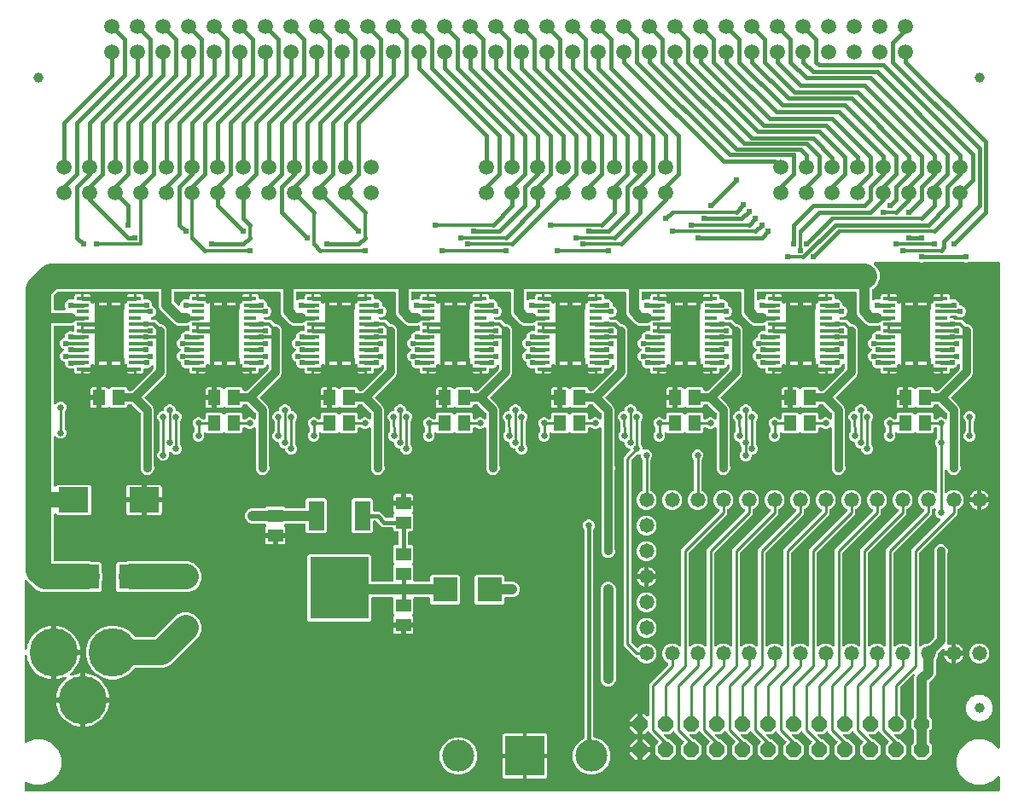
<source format=gtl>
G04 EAGLE Gerber RS-274X export*
G75*
%MOMM*%
%FSLAX34Y34*%
%LPD*%
%AMOC8*
5,1,8,0,0,1.08239X$1,22.5*%
G01*
%ADD10R,1.143000X0.381000*%
%ADD11R,2.844800X5.638800*%
%ADD12C,1.473200*%
%ADD13R,3.962400X3.962400*%
%ADD14C,3.175000*%
%ADD15C,4.800000*%
%ADD16C,1.308000*%
%ADD17R,1.300000X1.500000*%
%ADD18C,1.508000*%
%ADD19R,2.400000X2.400000*%
%ADD20R,5.800000X6.200000*%
%ADD21R,1.600000X3.000000*%
%ADD22R,1.500000X1.300000*%
%ADD23R,3.000000X2.500000*%
%ADD24P,1.649562X8X22.500000*%
%ADD25C,1.000000*%
%ADD26C,0.381000*%
%ADD27C,0.812800*%
%ADD28C,0.355600*%
%ADD29C,0.609600*%
%ADD30C,0.254000*%
%ADD31C,0.654800*%
%ADD32C,0.812800*%
%ADD33C,0.854800*%
%ADD34C,1.016000*%
%ADD35C,2.540000*%
%ADD36C,1.524000*%

G36*
X984368Y2556D02*
X984368Y2556D01*
X984487Y2563D01*
X984525Y2576D01*
X984566Y2581D01*
X984676Y2624D01*
X984789Y2661D01*
X984824Y2683D01*
X984861Y2698D01*
X984957Y2767D01*
X985058Y2831D01*
X985086Y2861D01*
X985119Y2884D01*
X985195Y2976D01*
X985276Y3063D01*
X985296Y3098D01*
X985321Y3129D01*
X985372Y3237D01*
X985430Y3341D01*
X985440Y3381D01*
X985457Y3417D01*
X985479Y3534D01*
X985509Y3649D01*
X985513Y3709D01*
X985517Y3729D01*
X985515Y3750D01*
X985519Y3810D01*
X985519Y17128D01*
X985502Y17265D01*
X985489Y17404D01*
X985482Y17423D01*
X985479Y17443D01*
X985428Y17572D01*
X985381Y17703D01*
X985370Y17720D01*
X985362Y17739D01*
X985281Y17851D01*
X985203Y17966D01*
X985187Y17980D01*
X985176Y17996D01*
X985068Y18085D01*
X984964Y18177D01*
X984946Y18186D01*
X984931Y18199D01*
X984805Y18258D01*
X984681Y18321D01*
X984661Y18326D01*
X984643Y18335D01*
X984507Y18361D01*
X984371Y18391D01*
X984350Y18390D01*
X984331Y18394D01*
X984192Y18386D01*
X984053Y18381D01*
X984033Y18376D01*
X984013Y18375D01*
X983881Y18332D01*
X983747Y18293D01*
X983730Y18283D01*
X983711Y18277D01*
X983593Y18202D01*
X983473Y18132D01*
X983452Y18113D01*
X983442Y18106D01*
X983428Y18091D01*
X983353Y18025D01*
X977968Y12641D01*
X969684Y9209D01*
X960716Y9209D01*
X952432Y12641D01*
X946091Y18982D01*
X942659Y27266D01*
X942659Y36234D01*
X946091Y44518D01*
X952432Y50859D01*
X960716Y54291D01*
X969684Y54291D01*
X977968Y50859D01*
X983353Y45475D01*
X983462Y45390D01*
X983569Y45301D01*
X983588Y45292D01*
X983604Y45280D01*
X983732Y45225D01*
X983857Y45165D01*
X983877Y45162D01*
X983896Y45154D01*
X984034Y45132D01*
X984170Y45106D01*
X984190Y45107D01*
X984210Y45104D01*
X984349Y45117D01*
X984487Y45125D01*
X984506Y45132D01*
X984526Y45134D01*
X984658Y45181D01*
X984789Y45223D01*
X984807Y45234D01*
X984826Y45241D01*
X984941Y45319D01*
X985058Y45394D01*
X985072Y45408D01*
X985089Y45420D01*
X985181Y45524D01*
X985276Y45625D01*
X985286Y45643D01*
X985299Y45658D01*
X985363Y45782D01*
X985430Y45904D01*
X985435Y45923D01*
X985444Y45941D01*
X985474Y46077D01*
X985509Y46212D01*
X985511Y46240D01*
X985514Y46252D01*
X985513Y46272D01*
X985519Y46372D01*
X985519Y527050D01*
X985504Y527168D01*
X985497Y527287D01*
X985484Y527325D01*
X985479Y527366D01*
X985436Y527476D01*
X985399Y527589D01*
X985377Y527624D01*
X985362Y527661D01*
X985293Y527757D01*
X985229Y527858D01*
X985199Y527886D01*
X985176Y527919D01*
X985084Y527995D01*
X984997Y528076D01*
X984962Y528096D01*
X984931Y528121D01*
X984823Y528172D01*
X984719Y528230D01*
X984679Y528240D01*
X984643Y528257D01*
X984526Y528279D01*
X984411Y528309D01*
X984351Y528313D01*
X984331Y528317D01*
X984310Y528315D01*
X984250Y528319D01*
X954709Y528319D01*
X954700Y528318D01*
X954691Y528319D01*
X954542Y528298D01*
X954394Y528279D01*
X954385Y528276D01*
X954376Y528275D01*
X954224Y528223D01*
X953231Y527811D01*
X951007Y527811D01*
X950014Y528223D01*
X950005Y528225D01*
X949997Y528230D01*
X949853Y528267D01*
X949708Y528307D01*
X949698Y528307D01*
X949689Y528309D01*
X949529Y528319D01*
X910640Y528319D01*
X910631Y528318D01*
X910622Y528319D01*
X910473Y528298D01*
X910325Y528279D01*
X910316Y528276D01*
X910307Y528275D01*
X910155Y528223D01*
X909162Y527811D01*
X906938Y527811D01*
X905945Y528223D01*
X905936Y528225D01*
X905928Y528230D01*
X905784Y528267D01*
X905639Y528307D01*
X905629Y528307D01*
X905620Y528309D01*
X905460Y528319D01*
X861549Y528319D01*
X861411Y528302D01*
X861272Y528289D01*
X861253Y528282D01*
X861233Y528279D01*
X861104Y528228D01*
X860973Y528181D01*
X860956Y528170D01*
X860937Y528162D01*
X860825Y528081D01*
X860710Y528003D01*
X860696Y527987D01*
X860680Y527976D01*
X860591Y527868D01*
X860499Y527764D01*
X860490Y527746D01*
X860477Y527731D01*
X860418Y527605D01*
X860355Y527481D01*
X860350Y527461D01*
X860342Y527443D01*
X860316Y527307D01*
X860285Y527171D01*
X860286Y527150D01*
X860282Y527131D01*
X860291Y526992D01*
X860295Y526853D01*
X860300Y526833D01*
X860302Y526813D01*
X860345Y526681D01*
X860383Y526547D01*
X860393Y526530D01*
X860400Y526511D01*
X860474Y526393D01*
X860545Y526273D01*
X860563Y526252D01*
X860570Y526242D01*
X860585Y526228D01*
X860651Y526153D01*
X863820Y522983D01*
X866141Y517382D01*
X866141Y511318D01*
X863820Y505717D01*
X859533Y501430D01*
X859304Y501335D01*
X859279Y501320D01*
X859251Y501311D01*
X859141Y501242D01*
X859028Y501177D01*
X859007Y501157D01*
X858982Y501141D01*
X858893Y501046D01*
X858800Y500956D01*
X858784Y500931D01*
X858764Y500909D01*
X858701Y500795D01*
X858633Y500685D01*
X858625Y500657D01*
X858610Y500631D01*
X858578Y500505D01*
X858540Y500381D01*
X858538Y500351D01*
X858531Y500323D01*
X858521Y500162D01*
X858521Y491620D01*
X858527Y491570D01*
X858525Y491521D01*
X858547Y491413D01*
X858561Y491304D01*
X858579Y491258D01*
X858589Y491209D01*
X858637Y491111D01*
X858678Y491009D01*
X858707Y490969D01*
X858729Y490924D01*
X858800Y490840D01*
X858864Y490751D01*
X858903Y490720D01*
X858935Y490682D01*
X859025Y490619D01*
X859109Y490548D01*
X859154Y490527D01*
X859195Y490499D01*
X859298Y490460D01*
X859397Y490413D01*
X859446Y490404D01*
X859492Y490386D01*
X859602Y490374D01*
X859709Y490353D01*
X859759Y490356D01*
X859808Y490351D01*
X859917Y490366D01*
X860027Y490373D01*
X860074Y490388D01*
X860123Y490395D01*
X860276Y490447D01*
X862488Y491364D01*
X864712Y491364D01*
X865527Y491026D01*
X865575Y491013D01*
X865620Y490992D01*
X865728Y490971D01*
X865834Y490942D01*
X865884Y490941D01*
X865933Y490932D01*
X866042Y490939D01*
X866152Y490937D01*
X866200Y490948D01*
X866250Y490952D01*
X866354Y490985D01*
X866461Y491011D01*
X866505Y491034D01*
X866552Y491050D01*
X866645Y491108D01*
X866742Y491160D01*
X866779Y491193D01*
X866821Y491220D01*
X866896Y491300D01*
X866978Y491374D01*
X867005Y491415D01*
X867039Y491451D01*
X867092Y491548D01*
X867152Y491639D01*
X867169Y491686D01*
X867193Y491730D01*
X867220Y491836D01*
X867256Y491940D01*
X867260Y491990D01*
X867272Y492038D01*
X867282Y492199D01*
X867282Y494364D01*
X867455Y495011D01*
X867790Y495590D01*
X868263Y496063D01*
X868842Y496398D01*
X869489Y496571D01*
X874269Y496571D01*
X874269Y492125D01*
X874284Y492007D01*
X874291Y491888D01*
X874303Y491850D01*
X874308Y491810D01*
X874352Y491699D01*
X874389Y491586D01*
X874411Y491552D01*
X874425Y491514D01*
X874495Y491418D01*
X874559Y491317D01*
X874560Y491317D01*
X874589Y491289D01*
X874612Y491257D01*
X874613Y491256D01*
X874705Y491180D01*
X874791Y491099D01*
X874827Y491079D01*
X874858Y491053D01*
X874965Y491003D01*
X875070Y490945D01*
X875109Y490935D01*
X875145Y490918D01*
X875262Y490896D01*
X875378Y490866D01*
X875438Y490862D01*
X875458Y490858D01*
X875478Y490859D01*
X875538Y490856D01*
X883794Y490856D01*
X883794Y489885D01*
X883740Y489684D01*
X883725Y489579D01*
X883702Y489476D01*
X883704Y489422D01*
X883697Y489369D01*
X883709Y489264D01*
X883712Y489158D01*
X883727Y489106D01*
X883733Y489053D01*
X883771Y488954D01*
X883794Y488875D01*
X883794Y488369D01*
X883811Y488231D01*
X883824Y488092D01*
X883831Y488073D01*
X883834Y488054D01*
X883885Y487924D01*
X883932Y487793D01*
X883943Y487777D01*
X883951Y487758D01*
X884032Y487645D01*
X884111Y487530D01*
X884126Y487517D01*
X884137Y487501D01*
X884245Y487412D01*
X884349Y487320D01*
X884367Y487311D01*
X884382Y487298D01*
X884508Y487238D01*
X884632Y487175D01*
X884652Y487171D01*
X884670Y487162D01*
X884806Y487136D01*
X884943Y487106D01*
X884963Y487106D01*
X884982Y487102D01*
X885121Y487111D01*
X885260Y487115D01*
X885280Y487121D01*
X885300Y487122D01*
X885432Y487165D01*
X885566Y487204D01*
X885583Y487214D01*
X885602Y487220D01*
X885720Y487295D01*
X885840Y487365D01*
X885861Y487384D01*
X885871Y487390D01*
X885885Y487405D01*
X885899Y487417D01*
X886495Y487762D01*
X887142Y487935D01*
X899161Y487935D01*
X899161Y458470D01*
X899176Y458352D01*
X899183Y458233D01*
X899196Y458195D01*
X899201Y458155D01*
X899244Y458044D01*
X899281Y457931D01*
X899303Y457896D01*
X899318Y457859D01*
X899388Y457763D01*
X899451Y457662D01*
X899481Y457634D01*
X899505Y457602D01*
X899596Y457526D01*
X899683Y457444D01*
X899718Y457425D01*
X899749Y457399D01*
X899857Y457348D01*
X899961Y457291D01*
X900001Y457280D01*
X900037Y457263D01*
X900154Y457241D01*
X900269Y457211D01*
X900330Y457207D01*
X900350Y457203D01*
X900370Y457205D01*
X900430Y457201D01*
X902970Y457201D01*
X903088Y457216D01*
X903207Y457223D01*
X903245Y457236D01*
X903285Y457241D01*
X903396Y457285D01*
X903509Y457321D01*
X903544Y457343D01*
X903581Y457358D01*
X903677Y457428D01*
X903778Y457491D01*
X903806Y457521D01*
X903838Y457545D01*
X903914Y457636D01*
X903996Y457723D01*
X904015Y457758D01*
X904041Y457790D01*
X904092Y457897D01*
X904149Y458001D01*
X904160Y458041D01*
X904177Y458077D01*
X904199Y458194D01*
X904229Y458309D01*
X904233Y458370D01*
X904237Y458390D01*
X904235Y458410D01*
X904239Y458470D01*
X904239Y487935D01*
X916258Y487935D01*
X916905Y487762D01*
X917534Y487398D01*
X917549Y487387D01*
X917656Y487298D01*
X917675Y487289D01*
X917691Y487277D01*
X917818Y487222D01*
X917944Y487162D01*
X917964Y487158D01*
X917982Y487150D01*
X918120Y487129D01*
X918257Y487102D01*
X918277Y487104D01*
X918296Y487100D01*
X918435Y487113D01*
X918574Y487122D01*
X918593Y487128D01*
X918613Y487130D01*
X918744Y487177D01*
X918876Y487220D01*
X918893Y487231D01*
X918912Y487238D01*
X919027Y487316D01*
X919145Y487390D01*
X919159Y487405D01*
X919176Y487416D01*
X919268Y487521D01*
X919363Y487622D01*
X919373Y487640D01*
X919386Y487655D01*
X919449Y487779D01*
X919517Y487900D01*
X919522Y487920D01*
X919531Y487938D01*
X919561Y488074D01*
X919596Y488208D01*
X919598Y488236D01*
X919600Y488248D01*
X919600Y488269D01*
X919606Y488369D01*
X919606Y488876D01*
X919619Y488899D01*
X919632Y488952D01*
X919653Y489001D01*
X919670Y489105D01*
X919695Y489208D01*
X919694Y489262D01*
X919703Y489315D01*
X919693Y489420D01*
X919692Y489526D01*
X919675Y489610D01*
X919673Y489632D01*
X919668Y489646D01*
X919660Y489684D01*
X919606Y489885D01*
X919606Y490856D01*
X927862Y490856D01*
X927980Y490871D01*
X928099Y490878D01*
X928137Y490890D01*
X928177Y490895D01*
X928288Y490939D01*
X928401Y490976D01*
X928435Y490998D01*
X928473Y491012D01*
X928569Y491082D01*
X928670Y491146D01*
X928698Y491176D01*
X928730Y491199D01*
X928731Y491200D01*
X928807Y491292D01*
X928888Y491378D01*
X928908Y491414D01*
X928934Y491445D01*
X928984Y491552D01*
X929042Y491657D01*
X929052Y491696D01*
X929069Y491732D01*
X929091Y491849D01*
X929121Y491965D01*
X929125Y492025D01*
X929129Y492045D01*
X929128Y492065D01*
X929131Y492125D01*
X929131Y496571D01*
X933911Y496571D01*
X934558Y496398D01*
X935137Y496063D01*
X935610Y495590D01*
X935945Y495011D01*
X936118Y494364D01*
X936118Y492199D01*
X936124Y492149D01*
X936122Y492100D01*
X936144Y491992D01*
X936158Y491883D01*
X936176Y491837D01*
X936186Y491788D01*
X936234Y491690D01*
X936275Y491587D01*
X936304Y491547D01*
X936326Y491502D01*
X936397Y491419D01*
X936461Y491330D01*
X936500Y491298D01*
X936532Y491260D01*
X936622Y491197D01*
X936706Y491127D01*
X936751Y491106D01*
X936792Y491077D01*
X936895Y491038D01*
X936994Y490992D01*
X937043Y490982D01*
X937089Y490965D01*
X937199Y490952D01*
X937306Y490932D01*
X937356Y490935D01*
X937405Y490929D01*
X937514Y490945D01*
X937624Y490952D01*
X937671Y490967D01*
X937720Y490974D01*
X937873Y491026D01*
X938688Y491364D01*
X940912Y491364D01*
X942966Y490513D01*
X944538Y488941D01*
X945389Y486887D01*
X945389Y486283D01*
X945404Y486165D01*
X945411Y486046D01*
X945424Y486008D01*
X945429Y485967D01*
X945472Y485857D01*
X945509Y485744D01*
X945531Y485709D01*
X945546Y485672D01*
X945615Y485576D01*
X945679Y485475D01*
X945709Y485447D01*
X945732Y485414D01*
X945824Y485338D01*
X945911Y485257D01*
X945946Y485237D01*
X945977Y485212D01*
X946085Y485161D01*
X946189Y485103D01*
X946229Y485093D01*
X946265Y485076D01*
X946382Y485054D01*
X946497Y485024D01*
X946557Y485020D01*
X946577Y485016D01*
X946598Y485018D01*
X946658Y485014D01*
X947262Y485014D01*
X949316Y484163D01*
X950888Y482591D01*
X951739Y480537D01*
X951739Y478313D01*
X950888Y476259D01*
X949316Y474687D01*
X947262Y473836D01*
X945038Y473836D01*
X942984Y474687D01*
X942937Y474735D01*
X942859Y474795D01*
X942786Y474863D01*
X942733Y474892D01*
X942686Y474929D01*
X942595Y474969D01*
X942508Y475017D01*
X942449Y475032D01*
X942394Y475056D01*
X942296Y475071D01*
X942200Y475096D01*
X942100Y475102D01*
X942080Y475106D01*
X942067Y475104D01*
X942039Y475106D01*
X937387Y475106D01*
X937269Y475091D01*
X937150Y475084D01*
X937112Y475071D01*
X937071Y475066D01*
X936961Y475023D01*
X936848Y474986D01*
X936813Y474964D01*
X936776Y474949D01*
X936680Y474880D01*
X936579Y474816D01*
X936551Y474786D01*
X936518Y474763D01*
X936442Y474671D01*
X936361Y474584D01*
X936341Y474549D01*
X936316Y474518D01*
X936265Y474410D01*
X936207Y474306D01*
X936197Y474266D01*
X936180Y474230D01*
X936158Y474113D01*
X936128Y473998D01*
X936124Y473938D01*
X936120Y473918D01*
X936122Y473897D01*
X936118Y473837D01*
X936118Y473583D01*
X936133Y473465D01*
X936140Y473346D01*
X936153Y473308D01*
X936158Y473267D01*
X936201Y473157D01*
X936238Y473044D01*
X936260Y473009D01*
X936275Y472972D01*
X936344Y472876D01*
X936408Y472775D01*
X936438Y472747D01*
X936461Y472714D01*
X936553Y472638D01*
X936640Y472557D01*
X936675Y472537D01*
X936706Y472512D01*
X936814Y472461D01*
X936918Y472403D01*
X936958Y472393D01*
X936994Y472376D01*
X937111Y472354D01*
X937226Y472324D01*
X937286Y472320D01*
X937306Y472316D01*
X937327Y472318D01*
X937387Y472314D01*
X939324Y472314D01*
X941378Y471463D01*
X941426Y471416D01*
X941504Y471355D01*
X941576Y471287D01*
X941629Y471258D01*
X941677Y471221D01*
X941768Y471181D01*
X941855Y471133D01*
X941913Y471118D01*
X941969Y471094D01*
X942067Y471079D01*
X942162Y471054D01*
X942263Y471048D01*
X942283Y471044D01*
X942295Y471046D01*
X942323Y471044D01*
X947939Y471044D01*
X951631Y467351D01*
X951709Y467291D01*
X951782Y467223D01*
X951835Y467194D01*
X951882Y467157D01*
X951973Y467117D01*
X952060Y467069D01*
X952119Y467054D01*
X952174Y467030D01*
X952272Y467015D01*
X952368Y466990D01*
X952468Y466984D01*
X952488Y466980D01*
X952501Y466982D01*
X952529Y466980D01*
X953814Y466980D01*
X956241Y465974D01*
X958099Y464116D01*
X959105Y461689D01*
X959105Y417786D01*
X958099Y415359D01*
X937338Y394597D01*
X937265Y394503D01*
X937186Y394414D01*
X937168Y394378D01*
X937143Y394346D01*
X937096Y394237D01*
X937042Y394131D01*
X937033Y394092D01*
X937017Y394054D01*
X936998Y393937D01*
X936972Y393821D01*
X936973Y393780D01*
X936967Y393740D01*
X936978Y393622D01*
X936982Y393503D01*
X936993Y393464D01*
X936997Y393424D01*
X937037Y393311D01*
X937070Y393197D01*
X937091Y393162D01*
X937104Y393124D01*
X937171Y393026D01*
X937232Y392923D01*
X937271Y392878D01*
X937283Y392861D01*
X937298Y392848D01*
X937338Y392802D01*
X943363Y386778D01*
X945399Y384741D01*
X946405Y382314D01*
X946405Y325965D01*
X946406Y325956D01*
X946405Y325947D01*
X946426Y325798D01*
X946445Y325649D01*
X946448Y325641D01*
X946449Y325632D01*
X946501Y325479D01*
X946615Y325206D01*
X946615Y322494D01*
X945577Y319990D01*
X943660Y318073D01*
X941156Y317035D01*
X938444Y317035D01*
X935940Y318073D01*
X934023Y319990D01*
X933353Y321608D01*
X933318Y321668D01*
X933292Y321733D01*
X933240Y321806D01*
X933195Y321884D01*
X933147Y321934D01*
X933106Y321991D01*
X933036Y322048D01*
X932974Y322112D01*
X932914Y322149D01*
X932861Y322193D01*
X932779Y322232D01*
X932703Y322279D01*
X932636Y322299D01*
X932573Y322329D01*
X932485Y322346D01*
X932399Y322372D01*
X932329Y322376D01*
X932260Y322389D01*
X932171Y322383D01*
X932081Y322387D01*
X932013Y322373D01*
X931943Y322369D01*
X931858Y322341D01*
X931770Y322323D01*
X931707Y322292D01*
X931641Y322271D01*
X931565Y322223D01*
X931484Y322183D01*
X931431Y322138D01*
X931372Y322101D01*
X931310Y322035D01*
X931242Y321977D01*
X931202Y321920D01*
X931154Y321869D01*
X931111Y321790D01*
X931059Y321717D01*
X931034Y321652D01*
X931000Y321591D01*
X930978Y321504D01*
X930946Y321420D01*
X930938Y321350D01*
X930921Y321283D01*
X930911Y321122D01*
X930911Y300285D01*
X930928Y300147D01*
X930941Y300009D01*
X930948Y299990D01*
X930951Y299970D01*
X931002Y299841D01*
X931049Y299710D01*
X931060Y299693D01*
X931068Y299674D01*
X931149Y299562D01*
X931227Y299446D01*
X931243Y299433D01*
X931254Y299417D01*
X931362Y299328D01*
X931466Y299236D01*
X931484Y299227D01*
X931499Y299214D01*
X931625Y299155D01*
X931749Y299091D01*
X931769Y299087D01*
X931787Y299078D01*
X931924Y299052D01*
X932059Y299022D01*
X932080Y299022D01*
X932099Y299019D01*
X932238Y299027D01*
X932377Y299031D01*
X932397Y299037D01*
X932417Y299038D01*
X932549Y299081D01*
X932683Y299120D01*
X932700Y299130D01*
X932719Y299136D01*
X932837Y299211D01*
X932957Y299281D01*
X932978Y299300D01*
X932988Y299306D01*
X933002Y299321D01*
X933077Y299388D01*
X934188Y300499D01*
X937829Y302007D01*
X941771Y302007D01*
X945412Y300499D01*
X948199Y297712D01*
X949707Y294071D01*
X949707Y290129D01*
X948199Y286488D01*
X945412Y283701D01*
X944394Y283280D01*
X944369Y283265D01*
X944341Y283256D01*
X944231Y283187D01*
X944118Y283122D01*
X944097Y283102D01*
X944072Y283086D01*
X943983Y282992D01*
X943890Y282901D01*
X943874Y282876D01*
X943854Y282855D01*
X943791Y282741D01*
X943723Y282630D01*
X943715Y282602D01*
X943700Y282576D01*
X943668Y282450D01*
X943630Y282326D01*
X943628Y282297D01*
X943621Y282268D01*
X943611Y282107D01*
X943611Y277822D01*
X905882Y240093D01*
X905822Y240015D01*
X905754Y239943D01*
X905725Y239890D01*
X905688Y239842D01*
X905648Y239751D01*
X905600Y239664D01*
X905585Y239606D01*
X905561Y239550D01*
X905546Y239452D01*
X905521Y239356D01*
X905515Y239256D01*
X905511Y239236D01*
X905513Y239224D01*
X905511Y239196D01*
X905511Y147885D01*
X905528Y147747D01*
X905541Y147609D01*
X905548Y147590D01*
X905551Y147570D01*
X905602Y147441D01*
X905649Y147310D01*
X905660Y147293D01*
X905668Y147274D01*
X905749Y147162D01*
X905827Y147046D01*
X905843Y147033D01*
X905854Y147017D01*
X905962Y146928D01*
X906066Y146836D01*
X906084Y146827D01*
X906099Y146814D01*
X906225Y146755D01*
X906349Y146691D01*
X906369Y146687D01*
X906387Y146678D01*
X906524Y146652D01*
X906659Y146622D01*
X906680Y146622D01*
X906699Y146619D01*
X906838Y146627D01*
X906977Y146631D01*
X906997Y146637D01*
X907017Y146638D01*
X907149Y146681D01*
X907283Y146720D01*
X907300Y146730D01*
X907319Y146736D01*
X907437Y146811D01*
X907557Y146881D01*
X907578Y146900D01*
X907588Y146906D01*
X907602Y146921D01*
X907677Y146988D01*
X908788Y148099D01*
X912429Y149607D01*
X914441Y149607D01*
X914539Y149619D01*
X914638Y149622D01*
X914696Y149639D01*
X914756Y149647D01*
X914848Y149683D01*
X914943Y149711D01*
X914995Y149741D01*
X915052Y149764D01*
X915132Y149822D01*
X915217Y149872D01*
X915293Y149938D01*
X915309Y149950D01*
X915317Y149960D01*
X915338Y149978D01*
X920124Y154764D01*
X920184Y154842D01*
X920252Y154914D01*
X920281Y154967D01*
X920318Y155015D01*
X920358Y155106D01*
X920406Y155193D01*
X920421Y155251D01*
X920445Y155307D01*
X920460Y155405D01*
X920485Y155501D01*
X920491Y155601D01*
X920495Y155621D01*
X920493Y155633D01*
X920495Y155661D01*
X920495Y239185D01*
X920494Y239194D01*
X920495Y239203D01*
X920474Y239352D01*
X920455Y239501D01*
X920452Y239509D01*
X920451Y239518D01*
X920399Y239671D01*
X920285Y239944D01*
X920285Y242656D01*
X921323Y245160D01*
X923240Y247077D01*
X925744Y248115D01*
X928456Y248115D01*
X930960Y247077D01*
X932877Y245160D01*
X933915Y242656D01*
X933915Y239944D01*
X933801Y239671D01*
X933799Y239662D01*
X933794Y239654D01*
X933757Y239509D01*
X933717Y239364D01*
X933717Y239355D01*
X933715Y239346D01*
X933705Y239185D01*
X933705Y151086D01*
X933250Y149989D01*
X933242Y149960D01*
X933229Y149934D01*
X933200Y149807D01*
X933166Y149682D01*
X933166Y149652D01*
X933159Y149623D01*
X933163Y149494D01*
X933161Y149364D01*
X933168Y149335D01*
X933169Y149305D01*
X933205Y149181D01*
X933235Y149055D01*
X933249Y149029D01*
X933258Y149000D01*
X933323Y148889D01*
X933384Y148774D01*
X933404Y148752D01*
X933419Y148726D01*
X933511Y148634D01*
X933598Y148539D01*
X933623Y148522D01*
X933644Y148501D01*
X933756Y148435D01*
X933864Y148364D01*
X933892Y148354D01*
X933918Y148339D01*
X934042Y148303D01*
X934165Y148261D01*
X934194Y148258D01*
X934223Y148250D01*
X934352Y148246D01*
X934482Y148235D01*
X934511Y148241D01*
X934541Y148240D01*
X934667Y148268D01*
X934795Y148290D01*
X934822Y148302D01*
X934851Y148309D01*
X934999Y148372D01*
X935997Y148881D01*
X937388Y149333D01*
X937388Y142112D01*
X930167Y142112D01*
X930466Y143031D01*
X930469Y143050D01*
X930477Y143069D01*
X930499Y143207D01*
X930525Y143343D01*
X930524Y143363D01*
X930527Y143383D01*
X930514Y143522D01*
X930505Y143661D01*
X930499Y143680D01*
X930497Y143699D01*
X930450Y143831D01*
X930407Y143963D01*
X930397Y143980D01*
X930390Y143999D01*
X930312Y144114D01*
X930237Y144232D01*
X930222Y144245D01*
X930211Y144262D01*
X930107Y144354D01*
X930005Y144450D01*
X929988Y144459D01*
X929973Y144472D01*
X929849Y144536D01*
X929727Y144603D01*
X929707Y144608D01*
X929690Y144617D01*
X929553Y144647D01*
X929419Y144682D01*
X929399Y144682D01*
X929379Y144687D01*
X929240Y144682D01*
X929101Y144682D01*
X929081Y144678D01*
X929061Y144677D01*
X928928Y144638D01*
X928792Y144604D01*
X928775Y144594D01*
X928756Y144589D01*
X928636Y144518D01*
X928514Y144451D01*
X928499Y144437D01*
X928482Y144427D01*
X928361Y144321D01*
X924678Y140638D01*
X924618Y140560D01*
X924550Y140488D01*
X924521Y140435D01*
X924484Y140387D01*
X924444Y140296D01*
X924396Y140209D01*
X924381Y140151D01*
X924357Y140095D01*
X924342Y139997D01*
X924317Y139901D01*
X924311Y139801D01*
X924307Y139781D01*
X924309Y139769D01*
X924307Y139741D01*
X924307Y137729D01*
X922799Y134088D01*
X922392Y133682D01*
X922332Y133604D01*
X922264Y133532D01*
X922235Y133479D01*
X922198Y133431D01*
X922158Y133340D01*
X922110Y133253D01*
X922095Y133195D01*
X922071Y133139D01*
X922056Y133041D01*
X922031Y132945D01*
X922025Y132845D01*
X922021Y132825D01*
X922023Y132813D01*
X922021Y132785D01*
X922021Y119134D01*
X920861Y116333D01*
X918538Y114011D01*
X916042Y111515D01*
X915982Y111437D01*
X915914Y111365D01*
X915885Y111312D01*
X915848Y111264D01*
X915808Y111173D01*
X915760Y111086D01*
X915745Y111028D01*
X915721Y110972D01*
X915706Y110874D01*
X915681Y110778D01*
X915675Y110678D01*
X915671Y110658D01*
X915673Y110646D01*
X915671Y110618D01*
X915671Y77124D01*
X915683Y77026D01*
X915686Y76927D01*
X915703Y76869D01*
X915711Y76809D01*
X915747Y76717D01*
X915775Y76622D01*
X915805Y76570D01*
X915828Y76513D01*
X915886Y76433D01*
X915936Y76348D01*
X916002Y76272D01*
X916014Y76256D01*
X916024Y76248D01*
X916042Y76227D01*
X918211Y74059D01*
X918211Y65641D01*
X916042Y63473D01*
X915982Y63395D01*
X915914Y63323D01*
X915885Y63270D01*
X915848Y63222D01*
X915808Y63131D01*
X915760Y63044D01*
X915745Y62986D01*
X915721Y62930D01*
X915706Y62832D01*
X915681Y62736D01*
X915675Y62636D01*
X915671Y62616D01*
X915673Y62604D01*
X915671Y62576D01*
X915671Y51724D01*
X915683Y51626D01*
X915686Y51527D01*
X915703Y51469D01*
X915711Y51409D01*
X915747Y51317D01*
X915775Y51222D01*
X915805Y51170D01*
X915828Y51113D01*
X915886Y51033D01*
X915936Y50948D01*
X916002Y50872D01*
X916014Y50856D01*
X916024Y50848D01*
X916042Y50827D01*
X918211Y48659D01*
X918211Y40241D01*
X912259Y34289D01*
X903841Y34289D01*
X897889Y40241D01*
X897889Y48659D01*
X900058Y50827D01*
X900118Y50905D01*
X900186Y50977D01*
X900215Y51030D01*
X900252Y51078D01*
X900292Y51169D01*
X900340Y51256D01*
X900355Y51314D01*
X900379Y51370D01*
X900394Y51468D01*
X900419Y51564D01*
X900425Y51664D01*
X900429Y51684D01*
X900427Y51696D01*
X900429Y51724D01*
X900429Y62576D01*
X900417Y62674D01*
X900414Y62773D01*
X900397Y62831D01*
X900389Y62891D01*
X900353Y62983D01*
X900325Y63078D01*
X900295Y63130D01*
X900272Y63187D01*
X900214Y63267D01*
X900164Y63352D01*
X900098Y63428D01*
X900086Y63444D01*
X900076Y63452D01*
X900058Y63473D01*
X897889Y65641D01*
X897889Y74059D01*
X900058Y76227D01*
X900118Y76305D01*
X900186Y76377D01*
X900215Y76430D01*
X900252Y76478D01*
X900292Y76569D01*
X900340Y76656D01*
X900355Y76714D01*
X900379Y76770D01*
X900394Y76868D01*
X900419Y76964D01*
X900425Y77064D01*
X900429Y77084D01*
X900427Y77096D01*
X900429Y77124D01*
X900429Y115816D01*
X901186Y117644D01*
X901205Y117711D01*
X901233Y117775D01*
X901247Y117864D01*
X901270Y117951D01*
X901272Y118020D01*
X901282Y118089D01*
X901274Y118179D01*
X901275Y118269D01*
X901259Y118337D01*
X901253Y118406D01*
X901222Y118491D01*
X901201Y118578D01*
X901169Y118640D01*
X901145Y118705D01*
X901095Y118780D01*
X901053Y118859D01*
X901006Y118911D01*
X900966Y118968D01*
X900899Y119028D01*
X900839Y119094D01*
X900780Y119133D01*
X900728Y119179D01*
X900648Y119220D01*
X900573Y119269D01*
X900507Y119292D01*
X900445Y119324D01*
X900357Y119343D01*
X900272Y119372D01*
X900203Y119378D01*
X900135Y119393D01*
X900045Y119390D01*
X899955Y119398D01*
X899886Y119386D01*
X899817Y119384D01*
X899730Y119359D01*
X899642Y119343D01*
X899578Y119315D01*
X899511Y119295D01*
X899434Y119250D01*
X899352Y119213D01*
X899297Y119169D01*
X899237Y119134D01*
X899116Y119027D01*
X886832Y106743D01*
X886772Y106665D01*
X886704Y106593D01*
X886675Y106540D01*
X886638Y106492D01*
X886598Y106401D01*
X886550Y106314D01*
X886535Y106256D01*
X886511Y106200D01*
X886496Y106102D01*
X886471Y106006D01*
X886465Y105906D01*
X886461Y105886D01*
X886463Y105874D01*
X886461Y105846D01*
X886461Y80934D01*
X886473Y80836D01*
X886476Y80737D01*
X886493Y80679D01*
X886501Y80619D01*
X886537Y80527D01*
X886565Y80432D01*
X886595Y80380D01*
X886618Y80323D01*
X886676Y80243D01*
X886726Y80158D01*
X886792Y80082D01*
X886804Y80066D01*
X886814Y80058D01*
X886832Y80037D01*
X892811Y74059D01*
X892811Y65641D01*
X886859Y59689D01*
X882214Y59689D01*
X882077Y59672D01*
X881938Y59659D01*
X881919Y59652D01*
X881899Y59649D01*
X881770Y59598D01*
X881639Y59551D01*
X881622Y59540D01*
X881603Y59532D01*
X881491Y59451D01*
X881375Y59373D01*
X881362Y59357D01*
X881346Y59346D01*
X881257Y59238D01*
X881165Y59134D01*
X881156Y59116D01*
X881143Y59101D01*
X881084Y58975D01*
X881020Y58851D01*
X881016Y58831D01*
X881007Y58813D01*
X880981Y58677D01*
X880951Y58541D01*
X880951Y58520D01*
X880947Y58501D01*
X880956Y58362D01*
X880960Y58223D01*
X880966Y58203D01*
X880967Y58183D01*
X881010Y58051D01*
X881049Y57917D01*
X881059Y57900D01*
X881065Y57881D01*
X881140Y57763D01*
X881210Y57643D01*
X881229Y57622D01*
X881235Y57612D01*
X881250Y57598D01*
X881317Y57523D01*
X883857Y54982D01*
X883935Y54922D01*
X884007Y54854D01*
X884060Y54825D01*
X884108Y54788D01*
X884199Y54748D01*
X884286Y54700D01*
X884344Y54685D01*
X884400Y54661D01*
X884498Y54646D01*
X884593Y54621D01*
X884694Y54615D01*
X884714Y54611D01*
X884726Y54613D01*
X884754Y54611D01*
X886859Y54611D01*
X892811Y48659D01*
X892811Y40241D01*
X886859Y34289D01*
X878441Y34289D01*
X872489Y40241D01*
X872489Y48659D01*
X875048Y51218D01*
X875121Y51312D01*
X875200Y51401D01*
X875218Y51437D01*
X875243Y51469D01*
X875290Y51578D01*
X875345Y51684D01*
X875353Y51724D01*
X875369Y51761D01*
X875388Y51878D01*
X875414Y51994D01*
X875413Y52035D01*
X875419Y52075D01*
X875408Y52193D01*
X875405Y52312D01*
X875393Y52351D01*
X875390Y52391D01*
X875349Y52504D01*
X875316Y52618D01*
X875296Y52653D01*
X875282Y52691D01*
X875215Y52789D01*
X875155Y52892D01*
X875115Y52937D01*
X875103Y52954D01*
X875088Y52967D01*
X875048Y53013D01*
X868743Y59318D01*
X865813Y62248D01*
X865718Y62321D01*
X865629Y62400D01*
X865593Y62418D01*
X865561Y62443D01*
X865452Y62490D01*
X865346Y62545D01*
X865307Y62553D01*
X865270Y62569D01*
X865152Y62588D01*
X865036Y62614D01*
X864995Y62613D01*
X864955Y62619D01*
X864837Y62608D01*
X864718Y62605D01*
X864679Y62593D01*
X864639Y62590D01*
X864527Y62549D01*
X864412Y62516D01*
X864378Y62496D01*
X864340Y62482D01*
X864241Y62415D01*
X864138Y62355D01*
X864093Y62315D01*
X864076Y62303D01*
X864063Y62288D01*
X864018Y62248D01*
X861459Y59689D01*
X856814Y59689D01*
X856677Y59672D01*
X856538Y59659D01*
X856519Y59652D01*
X856499Y59649D01*
X856370Y59598D01*
X856239Y59551D01*
X856222Y59540D01*
X856203Y59532D01*
X856090Y59451D01*
X855975Y59373D01*
X855962Y59357D01*
X855946Y59346D01*
X855857Y59238D01*
X855765Y59134D01*
X855756Y59116D01*
X855743Y59101D01*
X855684Y58975D01*
X855620Y58851D01*
X855616Y58831D01*
X855607Y58813D01*
X855581Y58677D01*
X855551Y58541D01*
X855551Y58520D01*
X855547Y58501D01*
X855556Y58362D01*
X855560Y58223D01*
X855566Y58203D01*
X855567Y58183D01*
X855610Y58051D01*
X855649Y57917D01*
X855659Y57900D01*
X855665Y57881D01*
X855740Y57763D01*
X855810Y57643D01*
X855829Y57622D01*
X855835Y57612D01*
X855850Y57598D01*
X855917Y57523D01*
X858457Y54982D01*
X858535Y54922D01*
X858607Y54854D01*
X858660Y54825D01*
X858708Y54788D01*
X858799Y54748D01*
X858886Y54700D01*
X858944Y54685D01*
X859000Y54661D01*
X859098Y54646D01*
X859194Y54621D01*
X859294Y54615D01*
X859314Y54611D01*
X859326Y54613D01*
X859354Y54611D01*
X861459Y54611D01*
X867411Y48659D01*
X867411Y40241D01*
X861459Y34289D01*
X853041Y34289D01*
X847089Y40241D01*
X847089Y48659D01*
X849648Y51218D01*
X849721Y51312D01*
X849800Y51401D01*
X849818Y51437D01*
X849843Y51469D01*
X849890Y51578D01*
X849945Y51684D01*
X849953Y51724D01*
X849969Y51761D01*
X849988Y51878D01*
X850014Y51994D01*
X850013Y52035D01*
X850019Y52075D01*
X850008Y52193D01*
X850005Y52312D01*
X849993Y52351D01*
X849990Y52391D01*
X849949Y52504D01*
X849916Y52618D01*
X849896Y52653D01*
X849882Y52691D01*
X849815Y52789D01*
X849755Y52892D01*
X849715Y52937D01*
X849703Y52954D01*
X849688Y52967D01*
X849648Y53013D01*
X840413Y62248D01*
X840318Y62321D01*
X840229Y62400D01*
X840193Y62418D01*
X840161Y62443D01*
X840052Y62491D01*
X839946Y62545D01*
X839907Y62553D01*
X839869Y62569D01*
X839752Y62588D01*
X839636Y62614D01*
X839595Y62613D01*
X839555Y62619D01*
X839437Y62608D01*
X839318Y62605D01*
X839279Y62593D01*
X839239Y62590D01*
X839127Y62549D01*
X839012Y62516D01*
X838978Y62496D01*
X838939Y62482D01*
X838841Y62415D01*
X838738Y62355D01*
X838693Y62315D01*
X838676Y62303D01*
X838663Y62288D01*
X838618Y62248D01*
X836059Y59689D01*
X831414Y59689D01*
X831277Y59672D01*
X831138Y59659D01*
X831119Y59652D01*
X831099Y59649D01*
X830970Y59598D01*
X830839Y59551D01*
X830822Y59540D01*
X830803Y59532D01*
X830690Y59451D01*
X830575Y59373D01*
X830562Y59357D01*
X830546Y59346D01*
X830457Y59238D01*
X830365Y59134D01*
X830356Y59116D01*
X830343Y59101D01*
X830284Y58975D01*
X830220Y58851D01*
X830216Y58831D01*
X830207Y58813D01*
X830181Y58677D01*
X830151Y58541D01*
X830151Y58520D01*
X830147Y58501D01*
X830156Y58362D01*
X830160Y58223D01*
X830166Y58203D01*
X830167Y58183D01*
X830210Y58051D01*
X830249Y57917D01*
X830259Y57900D01*
X830265Y57881D01*
X830340Y57763D01*
X830410Y57643D01*
X830429Y57622D01*
X830435Y57612D01*
X830450Y57598D01*
X830517Y57523D01*
X833057Y54982D01*
X833135Y54922D01*
X833207Y54854D01*
X833260Y54825D01*
X833308Y54788D01*
X833399Y54748D01*
X833486Y54700D01*
X833544Y54685D01*
X833600Y54661D01*
X833698Y54646D01*
X833794Y54621D01*
X833894Y54615D01*
X833914Y54611D01*
X833926Y54613D01*
X833954Y54611D01*
X836059Y54611D01*
X842011Y48659D01*
X842011Y40241D01*
X836059Y34289D01*
X827641Y34289D01*
X821689Y40241D01*
X821689Y48659D01*
X824248Y51218D01*
X824321Y51312D01*
X824400Y51401D01*
X824418Y51437D01*
X824443Y51469D01*
X824490Y51578D01*
X824545Y51684D01*
X824553Y51724D01*
X824569Y51761D01*
X824588Y51878D01*
X824614Y51994D01*
X824613Y52035D01*
X824619Y52075D01*
X824608Y52193D01*
X824605Y52312D01*
X824593Y52351D01*
X824590Y52391D01*
X824549Y52504D01*
X824516Y52618D01*
X824496Y52653D01*
X824482Y52691D01*
X824415Y52789D01*
X824355Y52892D01*
X824315Y52937D01*
X824303Y52954D01*
X824288Y52967D01*
X824248Y53013D01*
X815013Y62248D01*
X814918Y62321D01*
X814829Y62400D01*
X814793Y62418D01*
X814761Y62443D01*
X814652Y62491D01*
X814546Y62545D01*
X814507Y62553D01*
X814469Y62569D01*
X814352Y62588D01*
X814236Y62614D01*
X814195Y62613D01*
X814155Y62619D01*
X814037Y62608D01*
X813918Y62605D01*
X813879Y62593D01*
X813839Y62590D01*
X813727Y62549D01*
X813612Y62516D01*
X813578Y62496D01*
X813539Y62482D01*
X813441Y62415D01*
X813338Y62355D01*
X813293Y62315D01*
X813276Y62303D01*
X813263Y62288D01*
X813218Y62248D01*
X810659Y59689D01*
X806014Y59689D01*
X805877Y59672D01*
X805738Y59659D01*
X805719Y59652D01*
X805699Y59649D01*
X805570Y59598D01*
X805439Y59551D01*
X805422Y59540D01*
X805403Y59532D01*
X805290Y59451D01*
X805175Y59373D01*
X805162Y59357D01*
X805146Y59346D01*
X805057Y59238D01*
X804965Y59134D01*
X804956Y59116D01*
X804943Y59101D01*
X804884Y58975D01*
X804820Y58851D01*
X804816Y58831D01*
X804807Y58813D01*
X804781Y58677D01*
X804751Y58541D01*
X804751Y58520D01*
X804747Y58501D01*
X804756Y58362D01*
X804760Y58223D01*
X804766Y58203D01*
X804767Y58183D01*
X804810Y58051D01*
X804849Y57917D01*
X804859Y57900D01*
X804865Y57881D01*
X804940Y57763D01*
X805010Y57643D01*
X805029Y57622D01*
X805035Y57612D01*
X805050Y57598D01*
X805117Y57523D01*
X807657Y54982D01*
X807735Y54922D01*
X807807Y54854D01*
X807860Y54825D01*
X807908Y54788D01*
X807999Y54748D01*
X808086Y54700D01*
X808144Y54685D01*
X808200Y54661D01*
X808298Y54646D01*
X808394Y54621D01*
X808494Y54615D01*
X808514Y54611D01*
X808526Y54613D01*
X808554Y54611D01*
X810659Y54611D01*
X816611Y48659D01*
X816611Y40241D01*
X810659Y34289D01*
X802241Y34289D01*
X796289Y40241D01*
X796289Y48659D01*
X798848Y51218D01*
X798921Y51312D01*
X799000Y51401D01*
X799018Y51437D01*
X799043Y51469D01*
X799090Y51578D01*
X799145Y51684D01*
X799153Y51724D01*
X799169Y51761D01*
X799188Y51878D01*
X799214Y51994D01*
X799213Y52035D01*
X799219Y52075D01*
X799208Y52193D01*
X799205Y52312D01*
X799193Y52351D01*
X799190Y52391D01*
X799149Y52504D01*
X799116Y52618D01*
X799096Y52653D01*
X799082Y52691D01*
X799015Y52789D01*
X798955Y52892D01*
X798915Y52937D01*
X798903Y52954D01*
X798888Y52967D01*
X798848Y53013D01*
X789613Y62248D01*
X789518Y62321D01*
X789429Y62400D01*
X789393Y62418D01*
X789361Y62443D01*
X789252Y62491D01*
X789146Y62545D01*
X789107Y62553D01*
X789069Y62569D01*
X788952Y62588D01*
X788836Y62614D01*
X788795Y62613D01*
X788755Y62619D01*
X788637Y62608D01*
X788518Y62605D01*
X788479Y62593D01*
X788439Y62590D01*
X788327Y62549D01*
X788212Y62516D01*
X788178Y62496D01*
X788139Y62482D01*
X788041Y62415D01*
X787938Y62355D01*
X787893Y62315D01*
X787876Y62303D01*
X787863Y62288D01*
X787818Y62248D01*
X785259Y59689D01*
X780614Y59689D01*
X780477Y59672D01*
X780338Y59659D01*
X780319Y59652D01*
X780299Y59649D01*
X780170Y59598D01*
X780039Y59551D01*
X780022Y59540D01*
X780003Y59532D01*
X779890Y59451D01*
X779775Y59373D01*
X779762Y59357D01*
X779746Y59346D01*
X779657Y59238D01*
X779565Y59134D01*
X779556Y59116D01*
X779543Y59101D01*
X779484Y58975D01*
X779420Y58851D01*
X779416Y58831D01*
X779407Y58813D01*
X779381Y58677D01*
X779351Y58541D01*
X779351Y58520D01*
X779347Y58501D01*
X779356Y58362D01*
X779360Y58223D01*
X779366Y58203D01*
X779367Y58183D01*
X779410Y58051D01*
X779449Y57917D01*
X779459Y57900D01*
X779465Y57881D01*
X779540Y57763D01*
X779610Y57643D01*
X779629Y57622D01*
X779635Y57612D01*
X779650Y57598D01*
X779717Y57523D01*
X782257Y54982D01*
X782335Y54922D01*
X782407Y54854D01*
X782460Y54825D01*
X782508Y54788D01*
X782599Y54748D01*
X782686Y54700D01*
X782744Y54685D01*
X782800Y54661D01*
X782898Y54646D01*
X782994Y54621D01*
X783094Y54615D01*
X783114Y54611D01*
X783126Y54613D01*
X783154Y54611D01*
X785259Y54611D01*
X791211Y48659D01*
X791211Y40241D01*
X785259Y34289D01*
X776841Y34289D01*
X770889Y40241D01*
X770889Y48659D01*
X773448Y51218D01*
X773521Y51312D01*
X773600Y51401D01*
X773618Y51437D01*
X773643Y51469D01*
X773690Y51578D01*
X773745Y51684D01*
X773753Y51724D01*
X773769Y51761D01*
X773788Y51878D01*
X773814Y51994D01*
X773813Y52035D01*
X773819Y52075D01*
X773808Y52193D01*
X773805Y52312D01*
X773793Y52351D01*
X773790Y52391D01*
X773749Y52504D01*
X773716Y52618D01*
X773696Y52653D01*
X773682Y52691D01*
X773615Y52789D01*
X773555Y52892D01*
X773515Y52937D01*
X773503Y52954D01*
X773488Y52967D01*
X773448Y53013D01*
X764213Y62248D01*
X764118Y62321D01*
X764029Y62400D01*
X763993Y62418D01*
X763961Y62443D01*
X763852Y62491D01*
X763746Y62545D01*
X763707Y62553D01*
X763669Y62569D01*
X763552Y62588D01*
X763436Y62614D01*
X763395Y62613D01*
X763355Y62619D01*
X763237Y62608D01*
X763118Y62605D01*
X763079Y62593D01*
X763039Y62590D01*
X762927Y62549D01*
X762812Y62516D01*
X762778Y62496D01*
X762739Y62482D01*
X762641Y62415D01*
X762538Y62355D01*
X762493Y62315D01*
X762476Y62303D01*
X762463Y62288D01*
X762418Y62248D01*
X759859Y59689D01*
X755214Y59689D01*
X755077Y59672D01*
X754938Y59659D01*
X754919Y59652D01*
X754899Y59649D01*
X754770Y59598D01*
X754639Y59551D01*
X754622Y59540D01*
X754603Y59532D01*
X754490Y59451D01*
X754375Y59373D01*
X754362Y59357D01*
X754346Y59346D01*
X754257Y59238D01*
X754165Y59134D01*
X754156Y59116D01*
X754143Y59101D01*
X754084Y58975D01*
X754020Y58851D01*
X754016Y58831D01*
X754007Y58813D01*
X753981Y58677D01*
X753951Y58541D01*
X753951Y58520D01*
X753947Y58501D01*
X753956Y58362D01*
X753960Y58223D01*
X753966Y58203D01*
X753967Y58183D01*
X754010Y58051D01*
X754049Y57917D01*
X754059Y57900D01*
X754065Y57881D01*
X754140Y57763D01*
X754210Y57643D01*
X754229Y57622D01*
X754235Y57612D01*
X754250Y57598D01*
X754317Y57523D01*
X756857Y54982D01*
X756935Y54922D01*
X757007Y54854D01*
X757060Y54825D01*
X757108Y54788D01*
X757199Y54748D01*
X757286Y54700D01*
X757344Y54685D01*
X757400Y54661D01*
X757498Y54646D01*
X757594Y54621D01*
X757694Y54615D01*
X757714Y54611D01*
X757726Y54613D01*
X757754Y54611D01*
X759859Y54611D01*
X765811Y48659D01*
X765811Y40241D01*
X759859Y34289D01*
X751441Y34289D01*
X745489Y40241D01*
X745489Y48659D01*
X748048Y51218D01*
X748121Y51312D01*
X748200Y51401D01*
X748218Y51437D01*
X748243Y51469D01*
X748290Y51578D01*
X748345Y51684D01*
X748353Y51724D01*
X748369Y51761D01*
X748388Y51878D01*
X748414Y51994D01*
X748413Y52035D01*
X748419Y52075D01*
X748408Y52193D01*
X748405Y52312D01*
X748393Y52351D01*
X748390Y52391D01*
X748349Y52504D01*
X748316Y52618D01*
X748296Y52653D01*
X748282Y52691D01*
X748215Y52789D01*
X748155Y52892D01*
X748115Y52937D01*
X748103Y52954D01*
X748088Y52967D01*
X748048Y53013D01*
X741743Y59318D01*
X738813Y62248D01*
X738718Y62321D01*
X738629Y62400D01*
X738593Y62418D01*
X738561Y62443D01*
X738452Y62490D01*
X738346Y62545D01*
X738307Y62553D01*
X738270Y62569D01*
X738152Y62588D01*
X738036Y62614D01*
X737995Y62613D01*
X737955Y62619D01*
X737837Y62608D01*
X737718Y62605D01*
X737679Y62593D01*
X737639Y62590D01*
X737527Y62549D01*
X737412Y62516D01*
X737378Y62496D01*
X737340Y62482D01*
X737241Y62415D01*
X737138Y62355D01*
X737093Y62315D01*
X737076Y62303D01*
X737063Y62288D01*
X737018Y62248D01*
X734459Y59689D01*
X729814Y59689D01*
X729677Y59672D01*
X729538Y59659D01*
X729519Y59652D01*
X729499Y59649D01*
X729370Y59598D01*
X729239Y59551D01*
X729222Y59540D01*
X729203Y59532D01*
X729090Y59451D01*
X728975Y59373D01*
X728962Y59357D01*
X728946Y59346D01*
X728857Y59238D01*
X728765Y59134D01*
X728756Y59116D01*
X728743Y59101D01*
X728684Y58975D01*
X728620Y58851D01*
X728616Y58831D01*
X728607Y58813D01*
X728581Y58677D01*
X728551Y58541D01*
X728551Y58520D01*
X728547Y58501D01*
X728556Y58362D01*
X728560Y58223D01*
X728566Y58203D01*
X728567Y58183D01*
X728610Y58051D01*
X728649Y57917D01*
X728659Y57900D01*
X728665Y57881D01*
X728740Y57763D01*
X728810Y57643D01*
X728829Y57622D01*
X728835Y57612D01*
X728850Y57598D01*
X728917Y57523D01*
X731457Y54982D01*
X731535Y54922D01*
X731607Y54854D01*
X731660Y54825D01*
X731708Y54788D01*
X731799Y54748D01*
X731886Y54700D01*
X731944Y54685D01*
X732000Y54661D01*
X732098Y54646D01*
X732194Y54621D01*
X732294Y54615D01*
X732314Y54611D01*
X732326Y54613D01*
X732354Y54611D01*
X734459Y54611D01*
X740411Y48659D01*
X740411Y40241D01*
X734459Y34289D01*
X726041Y34289D01*
X720089Y40241D01*
X720089Y48659D01*
X722648Y51218D01*
X722721Y51312D01*
X722800Y51401D01*
X722818Y51437D01*
X722843Y51469D01*
X722890Y51578D01*
X722945Y51684D01*
X722953Y51724D01*
X722969Y51761D01*
X722988Y51878D01*
X723014Y51994D01*
X723013Y52035D01*
X723019Y52075D01*
X723008Y52193D01*
X723005Y52312D01*
X722993Y52351D01*
X722990Y52391D01*
X722949Y52504D01*
X722916Y52618D01*
X722896Y52653D01*
X722882Y52691D01*
X722815Y52789D01*
X722755Y52892D01*
X722715Y52937D01*
X722703Y52954D01*
X722688Y52967D01*
X722648Y53013D01*
X716343Y59318D01*
X713413Y62248D01*
X713318Y62321D01*
X713229Y62400D01*
X713193Y62418D01*
X713161Y62443D01*
X713052Y62490D01*
X712946Y62545D01*
X712907Y62553D01*
X712870Y62569D01*
X712752Y62588D01*
X712636Y62614D01*
X712595Y62613D01*
X712555Y62619D01*
X712437Y62608D01*
X712318Y62605D01*
X712279Y62593D01*
X712239Y62590D01*
X712127Y62549D01*
X712012Y62516D01*
X711978Y62496D01*
X711940Y62482D01*
X711841Y62415D01*
X711738Y62355D01*
X711693Y62315D01*
X711676Y62303D01*
X711663Y62288D01*
X711618Y62248D01*
X709059Y59689D01*
X704414Y59689D01*
X704277Y59672D01*
X704138Y59659D01*
X704119Y59652D01*
X704099Y59649D01*
X703970Y59598D01*
X703839Y59551D01*
X703822Y59540D01*
X703803Y59532D01*
X703690Y59451D01*
X703575Y59373D01*
X703562Y59357D01*
X703546Y59346D01*
X703457Y59238D01*
X703365Y59134D01*
X703356Y59116D01*
X703343Y59101D01*
X703284Y58975D01*
X703220Y58851D01*
X703216Y58831D01*
X703207Y58813D01*
X703181Y58677D01*
X703151Y58541D01*
X703151Y58520D01*
X703147Y58501D01*
X703156Y58362D01*
X703160Y58223D01*
X703166Y58203D01*
X703167Y58183D01*
X703210Y58051D01*
X703249Y57917D01*
X703259Y57900D01*
X703265Y57881D01*
X703340Y57763D01*
X703410Y57643D01*
X703429Y57622D01*
X703435Y57612D01*
X703450Y57598D01*
X703517Y57523D01*
X706057Y54982D01*
X706135Y54922D01*
X706207Y54854D01*
X706260Y54825D01*
X706308Y54788D01*
X706399Y54748D01*
X706486Y54700D01*
X706544Y54685D01*
X706600Y54661D01*
X706698Y54646D01*
X706794Y54621D01*
X706894Y54615D01*
X706914Y54611D01*
X706926Y54613D01*
X706954Y54611D01*
X709059Y54611D01*
X715011Y48659D01*
X715011Y40241D01*
X709059Y34289D01*
X700641Y34289D01*
X694689Y40241D01*
X694689Y48659D01*
X697248Y51218D01*
X697321Y51312D01*
X697400Y51401D01*
X697418Y51437D01*
X697443Y51469D01*
X697490Y51578D01*
X697545Y51684D01*
X697553Y51724D01*
X697569Y51761D01*
X697588Y51878D01*
X697614Y51994D01*
X697613Y52035D01*
X697619Y52075D01*
X697608Y52193D01*
X697605Y52312D01*
X697593Y52351D01*
X697590Y52391D01*
X697549Y52504D01*
X697516Y52618D01*
X697496Y52653D01*
X697482Y52691D01*
X697415Y52789D01*
X697355Y52892D01*
X697315Y52937D01*
X697303Y52954D01*
X697288Y52967D01*
X697248Y53013D01*
X690943Y59318D01*
X688013Y62248D01*
X687918Y62321D01*
X687829Y62400D01*
X687793Y62418D01*
X687761Y62443D01*
X687652Y62490D01*
X687546Y62545D01*
X687507Y62553D01*
X687470Y62569D01*
X687352Y62588D01*
X687236Y62614D01*
X687195Y62613D01*
X687155Y62619D01*
X687037Y62608D01*
X686918Y62605D01*
X686879Y62593D01*
X686839Y62590D01*
X686727Y62549D01*
X686612Y62516D01*
X686578Y62496D01*
X686540Y62482D01*
X686441Y62415D01*
X686338Y62355D01*
X686293Y62315D01*
X686276Y62303D01*
X686263Y62288D01*
X686218Y62248D01*
X683659Y59689D01*
X679014Y59689D01*
X678877Y59672D01*
X678738Y59659D01*
X678719Y59652D01*
X678699Y59649D01*
X678570Y59598D01*
X678439Y59551D01*
X678422Y59540D01*
X678403Y59532D01*
X678290Y59451D01*
X678175Y59373D01*
X678162Y59357D01*
X678146Y59346D01*
X678057Y59238D01*
X677965Y59134D01*
X677956Y59116D01*
X677943Y59101D01*
X677884Y58975D01*
X677820Y58851D01*
X677816Y58831D01*
X677807Y58813D01*
X677781Y58677D01*
X677751Y58541D01*
X677751Y58520D01*
X677747Y58501D01*
X677756Y58362D01*
X677760Y58223D01*
X677766Y58203D01*
X677767Y58183D01*
X677810Y58051D01*
X677849Y57917D01*
X677859Y57900D01*
X677865Y57881D01*
X677940Y57763D01*
X678010Y57643D01*
X678029Y57622D01*
X678035Y57612D01*
X678050Y57598D01*
X678117Y57523D01*
X680657Y54982D01*
X680735Y54922D01*
X680807Y54854D01*
X680860Y54825D01*
X680908Y54788D01*
X680999Y54748D01*
X681086Y54700D01*
X681144Y54685D01*
X681200Y54661D01*
X681298Y54646D01*
X681394Y54621D01*
X681494Y54615D01*
X681514Y54611D01*
X681526Y54613D01*
X681554Y54611D01*
X683659Y54611D01*
X689611Y48659D01*
X689611Y40241D01*
X683659Y34289D01*
X675241Y34289D01*
X669289Y40241D01*
X669289Y48659D01*
X671848Y51218D01*
X671921Y51312D01*
X672000Y51401D01*
X672018Y51437D01*
X672043Y51469D01*
X672090Y51578D01*
X672145Y51684D01*
X672153Y51724D01*
X672169Y51761D01*
X672188Y51878D01*
X672214Y51994D01*
X672213Y52035D01*
X672219Y52075D01*
X672208Y52193D01*
X672205Y52312D01*
X672193Y52351D01*
X672190Y52391D01*
X672149Y52504D01*
X672116Y52618D01*
X672096Y52653D01*
X672082Y52691D01*
X672015Y52789D01*
X671955Y52892D01*
X671915Y52937D01*
X671903Y52954D01*
X671888Y52967D01*
X671848Y53013D01*
X662613Y62248D01*
X662518Y62321D01*
X662429Y62400D01*
X662393Y62418D01*
X662361Y62443D01*
X662252Y62491D01*
X662146Y62545D01*
X662107Y62553D01*
X662069Y62569D01*
X661952Y62588D01*
X661836Y62614D01*
X661795Y62613D01*
X661755Y62619D01*
X661637Y62608D01*
X661518Y62605D01*
X661479Y62593D01*
X661439Y62590D01*
X661327Y62549D01*
X661212Y62516D01*
X661178Y62496D01*
X661139Y62482D01*
X661041Y62415D01*
X660938Y62355D01*
X660893Y62315D01*
X660876Y62303D01*
X660863Y62288D01*
X660818Y62248D01*
X658259Y59689D01*
X653614Y59689D01*
X653477Y59672D01*
X653338Y59659D01*
X653319Y59652D01*
X653299Y59649D01*
X653170Y59598D01*
X653039Y59551D01*
X653022Y59540D01*
X653003Y59532D01*
X652890Y59451D01*
X652775Y59373D01*
X652762Y59357D01*
X652746Y59346D01*
X652657Y59238D01*
X652565Y59134D01*
X652556Y59116D01*
X652543Y59101D01*
X652484Y58975D01*
X652420Y58851D01*
X652416Y58831D01*
X652407Y58813D01*
X652381Y58677D01*
X652351Y58541D01*
X652351Y58520D01*
X652347Y58501D01*
X652356Y58362D01*
X652360Y58223D01*
X652366Y58203D01*
X652367Y58183D01*
X652410Y58051D01*
X652449Y57917D01*
X652459Y57900D01*
X652465Y57881D01*
X652540Y57763D01*
X652610Y57643D01*
X652629Y57622D01*
X652635Y57612D01*
X652650Y57598D01*
X652717Y57523D01*
X655257Y54982D01*
X655335Y54922D01*
X655407Y54854D01*
X655460Y54825D01*
X655508Y54788D01*
X655599Y54748D01*
X655686Y54700D01*
X655744Y54685D01*
X655800Y54661D01*
X655898Y54646D01*
X655994Y54621D01*
X656094Y54615D01*
X656114Y54611D01*
X656126Y54613D01*
X656154Y54611D01*
X658259Y54611D01*
X664211Y48659D01*
X664211Y40241D01*
X658259Y34289D01*
X649841Y34289D01*
X643889Y40241D01*
X643889Y48659D01*
X646448Y51218D01*
X646521Y51312D01*
X646600Y51401D01*
X646618Y51437D01*
X646643Y51469D01*
X646691Y51578D01*
X646745Y51684D01*
X646753Y51724D01*
X646769Y51761D01*
X646788Y51879D01*
X646814Y51994D01*
X646813Y52035D01*
X646819Y52075D01*
X646808Y52193D01*
X646805Y52312D01*
X646793Y52351D01*
X646790Y52391D01*
X646749Y52504D01*
X646716Y52618D01*
X646696Y52653D01*
X646682Y52691D01*
X646615Y52789D01*
X646555Y52892D01*
X646515Y52937D01*
X646503Y52954D01*
X646488Y52967D01*
X646448Y53013D01*
X640143Y59318D01*
X637213Y62248D01*
X637118Y62321D01*
X637029Y62400D01*
X636993Y62418D01*
X636961Y62443D01*
X636852Y62491D01*
X636746Y62545D01*
X636707Y62553D01*
X636669Y62569D01*
X636552Y62588D01*
X636436Y62614D01*
X636395Y62613D01*
X636355Y62619D01*
X636237Y62608D01*
X636118Y62605D01*
X636079Y62593D01*
X636039Y62590D01*
X635927Y62549D01*
X635812Y62516D01*
X635778Y62496D01*
X635739Y62482D01*
X635641Y62415D01*
X635538Y62355D01*
X635493Y62315D01*
X635476Y62303D01*
X635463Y62288D01*
X635418Y62248D01*
X632859Y59689D01*
X631189Y59689D01*
X631189Y68580D01*
X631174Y68698D01*
X631167Y68817D01*
X631154Y68855D01*
X631149Y68895D01*
X631106Y69006D01*
X631069Y69119D01*
X631047Y69153D01*
X631032Y69191D01*
X630962Y69287D01*
X630899Y69388D01*
X630869Y69416D01*
X630845Y69448D01*
X630754Y69524D01*
X630667Y69606D01*
X630632Y69625D01*
X630601Y69651D01*
X630493Y69702D01*
X630389Y69759D01*
X630349Y69770D01*
X630313Y69787D01*
X630196Y69809D01*
X630081Y69839D01*
X630020Y69843D01*
X630000Y69847D01*
X629980Y69845D01*
X629920Y69849D01*
X628649Y69849D01*
X628649Y69851D01*
X629920Y69851D01*
X630038Y69866D01*
X630157Y69873D01*
X630195Y69886D01*
X630235Y69891D01*
X630346Y69935D01*
X630459Y69971D01*
X630494Y69993D01*
X630531Y70008D01*
X630627Y70078D01*
X630728Y70141D01*
X630756Y70171D01*
X630789Y70195D01*
X630864Y70286D01*
X630946Y70373D01*
X630966Y70408D01*
X630991Y70440D01*
X631042Y70547D01*
X631100Y70652D01*
X631110Y70691D01*
X631127Y70727D01*
X631149Y70844D01*
X631179Y70959D01*
X631183Y71020D01*
X631187Y71040D01*
X631185Y71060D01*
X631189Y71120D01*
X631189Y80011D01*
X632859Y80011D01*
X635373Y77497D01*
X635482Y77412D01*
X635589Y77323D01*
X635608Y77314D01*
X635624Y77302D01*
X635752Y77247D01*
X635877Y77187D01*
X635897Y77184D01*
X635916Y77176D01*
X636054Y77154D01*
X636190Y77128D01*
X636210Y77129D01*
X636230Y77126D01*
X636369Y77139D01*
X636507Y77147D01*
X636526Y77154D01*
X636546Y77156D01*
X636678Y77203D01*
X636809Y77245D01*
X636827Y77256D01*
X636846Y77263D01*
X636961Y77341D01*
X637078Y77416D01*
X637092Y77430D01*
X637109Y77442D01*
X637201Y77546D01*
X637296Y77647D01*
X637306Y77665D01*
X637319Y77680D01*
X637383Y77804D01*
X637450Y77926D01*
X637455Y77945D01*
X637464Y77963D01*
X637494Y78099D01*
X637529Y78234D01*
X637531Y78262D01*
X637534Y78274D01*
X637533Y78294D01*
X637539Y78394D01*
X637539Y109528D01*
X656218Y128207D01*
X656278Y128285D01*
X656346Y128357D01*
X656375Y128410D01*
X656412Y128458D01*
X656452Y128549D01*
X656500Y128636D01*
X656515Y128694D01*
X656539Y128750D01*
X656554Y128848D01*
X656579Y128944D01*
X656585Y129044D01*
X656589Y129064D01*
X656587Y129076D01*
X656589Y129104D01*
X656589Y129707D01*
X656586Y129737D01*
X656588Y129766D01*
X656566Y129894D01*
X656549Y130023D01*
X656539Y130050D01*
X656534Y130080D01*
X656480Y130198D01*
X656432Y130319D01*
X656415Y130342D01*
X656403Y130369D01*
X656322Y130471D01*
X656246Y130576D01*
X656223Y130595D01*
X656204Y130618D01*
X656101Y130696D01*
X656001Y130779D01*
X655974Y130791D01*
X655950Y130809D01*
X655806Y130880D01*
X654788Y131301D01*
X652001Y134088D01*
X650493Y137729D01*
X650493Y141671D01*
X652001Y145312D01*
X654788Y148099D01*
X658429Y149607D01*
X662371Y149607D01*
X666012Y148099D01*
X667123Y146988D01*
X667232Y146903D01*
X667339Y146814D01*
X667358Y146805D01*
X667374Y146793D01*
X667501Y146738D01*
X667627Y146678D01*
X667647Y146675D01*
X667666Y146666D01*
X667804Y146645D01*
X667940Y146619D01*
X667960Y146620D01*
X667980Y146617D01*
X668119Y146630D01*
X668257Y146638D01*
X668276Y146644D01*
X668296Y146646D01*
X668428Y146694D01*
X668559Y146736D01*
X668577Y146747D01*
X668596Y146754D01*
X668711Y146832D01*
X668828Y146906D01*
X668842Y146921D01*
X668859Y146933D01*
X668951Y147037D01*
X669046Y147138D01*
X669056Y147156D01*
X669069Y147171D01*
X669133Y147295D01*
X669200Y147417D01*
X669205Y147436D01*
X669214Y147454D01*
X669244Y147590D01*
X669279Y147725D01*
X669281Y147753D01*
X669284Y147765D01*
X669283Y147785D01*
X669289Y147885D01*
X669289Y242878D01*
X707018Y280607D01*
X707078Y280685D01*
X707146Y280757D01*
X707175Y280810D01*
X707212Y280858D01*
X707252Y280949D01*
X707300Y281036D01*
X707315Y281094D01*
X707339Y281150D01*
X707354Y281248D01*
X707379Y281344D01*
X707385Y281444D01*
X707389Y281464D01*
X707387Y281476D01*
X707389Y281504D01*
X707389Y282107D01*
X707386Y282137D01*
X707388Y282166D01*
X707366Y282294D01*
X707349Y282423D01*
X707339Y282450D01*
X707334Y282479D01*
X707280Y282598D01*
X707232Y282719D01*
X707215Y282742D01*
X707203Y282769D01*
X707122Y282871D01*
X707046Y282976D01*
X707023Y282995D01*
X707004Y283018D01*
X706901Y283096D01*
X706801Y283179D01*
X706774Y283191D01*
X706750Y283209D01*
X706606Y283280D01*
X705588Y283701D01*
X702801Y286488D01*
X701293Y290129D01*
X701293Y294071D01*
X702801Y297712D01*
X705588Y300499D01*
X709229Y302007D01*
X713171Y302007D01*
X716812Y300499D01*
X719599Y297712D01*
X721107Y294071D01*
X721107Y290129D01*
X719599Y286488D01*
X716812Y283701D01*
X715794Y283280D01*
X715769Y283265D01*
X715741Y283256D01*
X715631Y283187D01*
X715518Y283122D01*
X715497Y283102D01*
X715472Y283086D01*
X715383Y282992D01*
X715290Y282901D01*
X715274Y282876D01*
X715254Y282855D01*
X715191Y282741D01*
X715123Y282630D01*
X715115Y282602D01*
X715100Y282576D01*
X715068Y282450D01*
X715030Y282326D01*
X715028Y282297D01*
X715021Y282268D01*
X715011Y282107D01*
X715011Y277822D01*
X677282Y240093D01*
X677222Y240015D01*
X677154Y239943D01*
X677125Y239890D01*
X677088Y239842D01*
X677048Y239751D01*
X677000Y239664D01*
X676985Y239606D01*
X676961Y239550D01*
X676946Y239452D01*
X676921Y239356D01*
X676915Y239256D01*
X676911Y239236D01*
X676913Y239224D01*
X676911Y239196D01*
X676911Y147885D01*
X676928Y147747D01*
X676941Y147609D01*
X676948Y147590D01*
X676951Y147570D01*
X677002Y147441D01*
X677049Y147310D01*
X677060Y147293D01*
X677068Y147274D01*
X677149Y147162D01*
X677227Y147046D01*
X677243Y147033D01*
X677254Y147017D01*
X677362Y146928D01*
X677466Y146836D01*
X677484Y146827D01*
X677499Y146814D01*
X677625Y146755D01*
X677749Y146691D01*
X677769Y146687D01*
X677787Y146678D01*
X677924Y146652D01*
X678059Y146622D01*
X678080Y146622D01*
X678099Y146619D01*
X678238Y146627D01*
X678377Y146631D01*
X678397Y146637D01*
X678417Y146638D01*
X678549Y146681D01*
X678683Y146720D01*
X678700Y146730D01*
X678719Y146736D01*
X678837Y146811D01*
X678957Y146881D01*
X678978Y146900D01*
X678988Y146906D01*
X679002Y146921D01*
X679077Y146988D01*
X680188Y148099D01*
X683829Y149607D01*
X687771Y149607D01*
X691412Y148099D01*
X692523Y146988D01*
X692632Y146903D01*
X692739Y146814D01*
X692758Y146805D01*
X692774Y146793D01*
X692901Y146738D01*
X693027Y146678D01*
X693047Y146675D01*
X693066Y146666D01*
X693204Y146645D01*
X693340Y146619D01*
X693360Y146620D01*
X693380Y146617D01*
X693519Y146630D01*
X693657Y146638D01*
X693676Y146644D01*
X693696Y146646D01*
X693828Y146694D01*
X693959Y146736D01*
X693977Y146747D01*
X693996Y146754D01*
X694111Y146832D01*
X694228Y146906D01*
X694242Y146921D01*
X694259Y146933D01*
X694351Y147037D01*
X694446Y147138D01*
X694456Y147156D01*
X694469Y147171D01*
X694533Y147295D01*
X694600Y147417D01*
X694605Y147436D01*
X694614Y147454D01*
X694644Y147590D01*
X694679Y147725D01*
X694681Y147753D01*
X694684Y147765D01*
X694683Y147785D01*
X694689Y147885D01*
X694689Y242878D01*
X732418Y280607D01*
X732478Y280685D01*
X732546Y280757D01*
X732575Y280810D01*
X732612Y280858D01*
X732652Y280949D01*
X732700Y281036D01*
X732715Y281094D01*
X732739Y281150D01*
X732754Y281248D01*
X732779Y281344D01*
X732785Y281444D01*
X732789Y281464D01*
X732787Y281476D01*
X732789Y281504D01*
X732789Y282107D01*
X732786Y282137D01*
X732788Y282166D01*
X732766Y282294D01*
X732749Y282423D01*
X732739Y282450D01*
X732734Y282479D01*
X732680Y282598D01*
X732632Y282719D01*
X732615Y282742D01*
X732603Y282769D01*
X732522Y282871D01*
X732446Y282976D01*
X732423Y282995D01*
X732404Y283018D01*
X732301Y283096D01*
X732201Y283179D01*
X732174Y283191D01*
X732150Y283209D01*
X732006Y283280D01*
X730988Y283701D01*
X728201Y286488D01*
X726693Y290129D01*
X726693Y294071D01*
X728201Y297712D01*
X730988Y300499D01*
X734629Y302007D01*
X738571Y302007D01*
X742212Y300499D01*
X744999Y297712D01*
X746507Y294071D01*
X746507Y290129D01*
X744999Y286488D01*
X742212Y283701D01*
X741194Y283280D01*
X741169Y283265D01*
X741141Y283256D01*
X741031Y283187D01*
X740918Y283122D01*
X740897Y283102D01*
X740872Y283086D01*
X740783Y282992D01*
X740690Y282901D01*
X740674Y282876D01*
X740654Y282855D01*
X740591Y282741D01*
X740523Y282630D01*
X740515Y282602D01*
X740500Y282576D01*
X740468Y282450D01*
X740430Y282326D01*
X740428Y282297D01*
X740421Y282268D01*
X740411Y282107D01*
X740411Y277822D01*
X702682Y240093D01*
X702622Y240015D01*
X702554Y239943D01*
X702525Y239890D01*
X702488Y239842D01*
X702448Y239751D01*
X702400Y239664D01*
X702385Y239606D01*
X702361Y239550D01*
X702346Y239452D01*
X702321Y239356D01*
X702315Y239256D01*
X702311Y239236D01*
X702313Y239224D01*
X702311Y239196D01*
X702311Y147885D01*
X702328Y147747D01*
X702341Y147609D01*
X702348Y147590D01*
X702351Y147570D01*
X702402Y147441D01*
X702449Y147310D01*
X702460Y147293D01*
X702468Y147274D01*
X702549Y147162D01*
X702627Y147046D01*
X702643Y147033D01*
X702654Y147017D01*
X702762Y146928D01*
X702866Y146836D01*
X702884Y146827D01*
X702899Y146814D01*
X703025Y146755D01*
X703149Y146691D01*
X703169Y146687D01*
X703187Y146678D01*
X703324Y146652D01*
X703459Y146622D01*
X703480Y146622D01*
X703499Y146619D01*
X703638Y146627D01*
X703777Y146631D01*
X703797Y146637D01*
X703817Y146638D01*
X703949Y146681D01*
X704083Y146720D01*
X704100Y146730D01*
X704119Y146736D01*
X704237Y146811D01*
X704357Y146881D01*
X704378Y146900D01*
X704388Y146906D01*
X704402Y146921D01*
X704477Y146988D01*
X705588Y148099D01*
X709229Y149607D01*
X713171Y149607D01*
X716812Y148099D01*
X717923Y146988D01*
X718032Y146903D01*
X718139Y146814D01*
X718158Y146805D01*
X718174Y146793D01*
X718301Y146738D01*
X718427Y146678D01*
X718447Y146675D01*
X718466Y146666D01*
X718604Y146645D01*
X718740Y146619D01*
X718760Y146620D01*
X718780Y146617D01*
X718919Y146630D01*
X719057Y146638D01*
X719076Y146644D01*
X719096Y146646D01*
X719228Y146694D01*
X719359Y146736D01*
X719377Y146747D01*
X719396Y146754D01*
X719511Y146832D01*
X719628Y146906D01*
X719642Y146921D01*
X719659Y146933D01*
X719751Y147037D01*
X719846Y147138D01*
X719856Y147156D01*
X719869Y147171D01*
X719933Y147295D01*
X720000Y147417D01*
X720005Y147436D01*
X720014Y147454D01*
X720044Y147590D01*
X720079Y147725D01*
X720081Y147753D01*
X720084Y147765D01*
X720083Y147785D01*
X720089Y147885D01*
X720089Y242878D01*
X757818Y280607D01*
X757878Y280685D01*
X757946Y280757D01*
X757975Y280810D01*
X758012Y280858D01*
X758052Y280949D01*
X758100Y281036D01*
X758115Y281094D01*
X758139Y281150D01*
X758154Y281248D01*
X758179Y281344D01*
X758185Y281444D01*
X758189Y281464D01*
X758187Y281476D01*
X758189Y281504D01*
X758189Y282107D01*
X758186Y282137D01*
X758188Y282166D01*
X758166Y282294D01*
X758149Y282423D01*
X758139Y282450D01*
X758134Y282479D01*
X758080Y282598D01*
X758032Y282719D01*
X758015Y282742D01*
X758003Y282769D01*
X757922Y282871D01*
X757846Y282976D01*
X757823Y282995D01*
X757804Y283018D01*
X757701Y283096D01*
X757601Y283179D01*
X757574Y283191D01*
X757550Y283209D01*
X757406Y283280D01*
X756388Y283701D01*
X753601Y286488D01*
X752093Y290129D01*
X752093Y294071D01*
X753601Y297712D01*
X756388Y300499D01*
X760029Y302007D01*
X763971Y302007D01*
X767612Y300499D01*
X770399Y297712D01*
X771907Y294071D01*
X771907Y290129D01*
X770399Y286488D01*
X767612Y283701D01*
X766594Y283280D01*
X766569Y283265D01*
X766541Y283256D01*
X766431Y283187D01*
X766318Y283122D01*
X766297Y283102D01*
X766272Y283086D01*
X766183Y282992D01*
X766090Y282901D01*
X766074Y282876D01*
X766054Y282855D01*
X765991Y282741D01*
X765923Y282630D01*
X765915Y282602D01*
X765900Y282576D01*
X765868Y282450D01*
X765830Y282326D01*
X765828Y282297D01*
X765821Y282268D01*
X765811Y282107D01*
X765811Y277822D01*
X728082Y240093D01*
X728022Y240015D01*
X727954Y239943D01*
X727925Y239890D01*
X727888Y239842D01*
X727848Y239751D01*
X727800Y239664D01*
X727785Y239606D01*
X727761Y239550D01*
X727746Y239452D01*
X727721Y239356D01*
X727715Y239256D01*
X727711Y239236D01*
X727713Y239224D01*
X727711Y239196D01*
X727711Y147885D01*
X727728Y147747D01*
X727741Y147609D01*
X727748Y147590D01*
X727751Y147570D01*
X727802Y147441D01*
X727849Y147310D01*
X727860Y147293D01*
X727868Y147274D01*
X727949Y147162D01*
X728027Y147046D01*
X728043Y147033D01*
X728054Y147017D01*
X728162Y146928D01*
X728266Y146836D01*
X728284Y146827D01*
X728299Y146814D01*
X728425Y146755D01*
X728549Y146691D01*
X728569Y146687D01*
X728587Y146678D01*
X728724Y146652D01*
X728859Y146622D01*
X728880Y146622D01*
X728899Y146619D01*
X729038Y146627D01*
X729177Y146631D01*
X729197Y146637D01*
X729217Y146638D01*
X729349Y146681D01*
X729483Y146720D01*
X729500Y146730D01*
X729519Y146736D01*
X729637Y146811D01*
X729757Y146881D01*
X729778Y146900D01*
X729788Y146906D01*
X729802Y146921D01*
X729877Y146988D01*
X730988Y148099D01*
X734629Y149607D01*
X738571Y149607D01*
X742212Y148099D01*
X743323Y146988D01*
X743432Y146903D01*
X743539Y146814D01*
X743558Y146805D01*
X743574Y146793D01*
X743701Y146738D01*
X743827Y146678D01*
X743847Y146675D01*
X743866Y146666D01*
X744004Y146645D01*
X744140Y146619D01*
X744160Y146620D01*
X744180Y146617D01*
X744319Y146630D01*
X744457Y146638D01*
X744476Y146644D01*
X744496Y146646D01*
X744628Y146694D01*
X744759Y146736D01*
X744777Y146747D01*
X744796Y146754D01*
X744911Y146832D01*
X745028Y146906D01*
X745042Y146921D01*
X745059Y146933D01*
X745151Y147037D01*
X745246Y147138D01*
X745256Y147156D01*
X745269Y147171D01*
X745333Y147295D01*
X745400Y147417D01*
X745405Y147436D01*
X745414Y147454D01*
X745444Y147590D01*
X745479Y147725D01*
X745481Y147753D01*
X745484Y147765D01*
X745483Y147785D01*
X745489Y147885D01*
X745489Y242878D01*
X783218Y280607D01*
X783278Y280685D01*
X783346Y280757D01*
X783375Y280810D01*
X783412Y280858D01*
X783452Y280949D01*
X783500Y281036D01*
X783515Y281094D01*
X783539Y281150D01*
X783554Y281248D01*
X783579Y281344D01*
X783585Y281444D01*
X783589Y281464D01*
X783587Y281476D01*
X783589Y281504D01*
X783589Y282107D01*
X783586Y282137D01*
X783588Y282166D01*
X783566Y282294D01*
X783549Y282423D01*
X783539Y282450D01*
X783534Y282479D01*
X783480Y282598D01*
X783432Y282719D01*
X783415Y282742D01*
X783403Y282769D01*
X783322Y282871D01*
X783246Y282976D01*
X783223Y282995D01*
X783204Y283018D01*
X783101Y283096D01*
X783001Y283179D01*
X782974Y283191D01*
X782950Y283209D01*
X782806Y283280D01*
X781788Y283701D01*
X779001Y286488D01*
X777493Y290129D01*
X777493Y294071D01*
X779001Y297712D01*
X781788Y300499D01*
X785429Y302007D01*
X789371Y302007D01*
X793012Y300499D01*
X795799Y297712D01*
X797307Y294071D01*
X797307Y290129D01*
X795799Y286488D01*
X793012Y283701D01*
X791994Y283280D01*
X791969Y283265D01*
X791941Y283256D01*
X791831Y283187D01*
X791718Y283122D01*
X791697Y283102D01*
X791672Y283086D01*
X791583Y282992D01*
X791490Y282901D01*
X791474Y282876D01*
X791454Y282855D01*
X791391Y282741D01*
X791323Y282630D01*
X791315Y282602D01*
X791300Y282576D01*
X791268Y282450D01*
X791230Y282326D01*
X791228Y282297D01*
X791221Y282268D01*
X791211Y282107D01*
X791211Y277822D01*
X753482Y240093D01*
X753422Y240015D01*
X753354Y239943D01*
X753325Y239890D01*
X753288Y239842D01*
X753248Y239751D01*
X753200Y239664D01*
X753185Y239606D01*
X753161Y239550D01*
X753146Y239452D01*
X753121Y239356D01*
X753115Y239256D01*
X753111Y239236D01*
X753113Y239224D01*
X753111Y239196D01*
X753111Y147885D01*
X753128Y147747D01*
X753141Y147609D01*
X753148Y147590D01*
X753151Y147570D01*
X753202Y147441D01*
X753249Y147310D01*
X753260Y147293D01*
X753268Y147274D01*
X753349Y147162D01*
X753427Y147046D01*
X753443Y147033D01*
X753454Y147017D01*
X753562Y146928D01*
X753666Y146836D01*
X753684Y146827D01*
X753699Y146814D01*
X753825Y146755D01*
X753949Y146691D01*
X753969Y146687D01*
X753987Y146678D01*
X754124Y146652D01*
X754259Y146622D01*
X754280Y146622D01*
X754299Y146619D01*
X754438Y146627D01*
X754577Y146631D01*
X754597Y146637D01*
X754617Y146638D01*
X754749Y146681D01*
X754883Y146720D01*
X754900Y146730D01*
X754919Y146736D01*
X755037Y146811D01*
X755157Y146881D01*
X755178Y146900D01*
X755188Y146906D01*
X755202Y146921D01*
X755277Y146988D01*
X756388Y148099D01*
X760029Y149607D01*
X763971Y149607D01*
X767612Y148099D01*
X768723Y146988D01*
X768832Y146903D01*
X768939Y146814D01*
X768958Y146805D01*
X768974Y146793D01*
X769101Y146738D01*
X769227Y146678D01*
X769247Y146675D01*
X769266Y146666D01*
X769404Y146645D01*
X769540Y146619D01*
X769560Y146620D01*
X769580Y146617D01*
X769719Y146630D01*
X769857Y146638D01*
X769876Y146644D01*
X769896Y146646D01*
X770028Y146694D01*
X770159Y146736D01*
X770177Y146747D01*
X770196Y146754D01*
X770311Y146832D01*
X770428Y146906D01*
X770442Y146921D01*
X770459Y146933D01*
X770551Y147037D01*
X770646Y147138D01*
X770656Y147156D01*
X770669Y147171D01*
X770733Y147295D01*
X770800Y147417D01*
X770805Y147436D01*
X770814Y147454D01*
X770844Y147590D01*
X770879Y147725D01*
X770881Y147753D01*
X770884Y147765D01*
X770883Y147785D01*
X770889Y147885D01*
X770889Y242878D01*
X808618Y280607D01*
X808678Y280685D01*
X808746Y280757D01*
X808775Y280810D01*
X808812Y280858D01*
X808852Y280949D01*
X808900Y281036D01*
X808915Y281094D01*
X808939Y281150D01*
X808954Y281248D01*
X808979Y281344D01*
X808985Y281444D01*
X808989Y281464D01*
X808987Y281476D01*
X808989Y281504D01*
X808989Y282107D01*
X808986Y282137D01*
X808988Y282166D01*
X808966Y282294D01*
X808949Y282423D01*
X808939Y282450D01*
X808934Y282479D01*
X808880Y282598D01*
X808832Y282719D01*
X808815Y282742D01*
X808803Y282769D01*
X808722Y282871D01*
X808646Y282976D01*
X808623Y282995D01*
X808604Y283018D01*
X808501Y283096D01*
X808401Y283179D01*
X808374Y283191D01*
X808350Y283209D01*
X808206Y283280D01*
X807188Y283701D01*
X804401Y286488D01*
X802893Y290129D01*
X802893Y294071D01*
X804401Y297712D01*
X807188Y300499D01*
X810829Y302007D01*
X814771Y302007D01*
X818412Y300499D01*
X821199Y297712D01*
X822707Y294071D01*
X822707Y290129D01*
X821199Y286488D01*
X818412Y283701D01*
X817394Y283280D01*
X817369Y283265D01*
X817341Y283256D01*
X817231Y283187D01*
X817118Y283122D01*
X817097Y283102D01*
X817072Y283086D01*
X816983Y282992D01*
X816890Y282901D01*
X816874Y282876D01*
X816854Y282855D01*
X816791Y282741D01*
X816723Y282630D01*
X816715Y282602D01*
X816700Y282576D01*
X816668Y282450D01*
X816630Y282326D01*
X816628Y282297D01*
X816621Y282268D01*
X816611Y282107D01*
X816611Y277822D01*
X778882Y240093D01*
X778822Y240015D01*
X778754Y239943D01*
X778725Y239890D01*
X778688Y239842D01*
X778648Y239751D01*
X778600Y239664D01*
X778585Y239606D01*
X778561Y239550D01*
X778546Y239452D01*
X778521Y239356D01*
X778515Y239256D01*
X778511Y239236D01*
X778513Y239224D01*
X778511Y239196D01*
X778511Y147885D01*
X778528Y147747D01*
X778541Y147609D01*
X778548Y147590D01*
X778551Y147570D01*
X778602Y147441D01*
X778649Y147310D01*
X778660Y147293D01*
X778668Y147274D01*
X778749Y147162D01*
X778827Y147046D01*
X778843Y147033D01*
X778854Y147017D01*
X778962Y146928D01*
X779066Y146836D01*
X779084Y146827D01*
X779099Y146814D01*
X779225Y146755D01*
X779349Y146691D01*
X779369Y146687D01*
X779387Y146678D01*
X779524Y146652D01*
X779659Y146622D01*
X779680Y146622D01*
X779699Y146619D01*
X779838Y146627D01*
X779977Y146631D01*
X779997Y146637D01*
X780017Y146638D01*
X780149Y146681D01*
X780283Y146720D01*
X780300Y146730D01*
X780319Y146736D01*
X780437Y146811D01*
X780557Y146881D01*
X780578Y146900D01*
X780588Y146906D01*
X780602Y146921D01*
X780677Y146988D01*
X781788Y148099D01*
X785429Y149607D01*
X789371Y149607D01*
X793012Y148099D01*
X794123Y146988D01*
X794232Y146903D01*
X794339Y146814D01*
X794358Y146805D01*
X794374Y146793D01*
X794501Y146738D01*
X794627Y146678D01*
X794647Y146675D01*
X794666Y146666D01*
X794804Y146645D01*
X794940Y146619D01*
X794960Y146620D01*
X794980Y146617D01*
X795119Y146630D01*
X795257Y146638D01*
X795276Y146644D01*
X795296Y146646D01*
X795428Y146694D01*
X795559Y146736D01*
X795577Y146747D01*
X795596Y146754D01*
X795711Y146832D01*
X795828Y146906D01*
X795842Y146921D01*
X795859Y146933D01*
X795951Y147037D01*
X796046Y147138D01*
X796056Y147156D01*
X796069Y147171D01*
X796133Y147295D01*
X796200Y147417D01*
X796205Y147436D01*
X796214Y147454D01*
X796244Y147590D01*
X796279Y147725D01*
X796281Y147753D01*
X796284Y147765D01*
X796283Y147785D01*
X796289Y147885D01*
X796289Y242878D01*
X834018Y280607D01*
X834078Y280685D01*
X834146Y280757D01*
X834175Y280810D01*
X834212Y280858D01*
X834252Y280949D01*
X834300Y281036D01*
X834315Y281094D01*
X834339Y281150D01*
X834354Y281248D01*
X834379Y281344D01*
X834385Y281444D01*
X834389Y281464D01*
X834387Y281476D01*
X834389Y281504D01*
X834389Y282107D01*
X834386Y282137D01*
X834388Y282166D01*
X834366Y282294D01*
X834349Y282423D01*
X834339Y282450D01*
X834334Y282479D01*
X834280Y282598D01*
X834232Y282719D01*
X834215Y282742D01*
X834203Y282769D01*
X834122Y282871D01*
X834046Y282976D01*
X834023Y282995D01*
X834004Y283018D01*
X833901Y283096D01*
X833801Y283179D01*
X833774Y283191D01*
X833750Y283209D01*
X833606Y283280D01*
X832588Y283701D01*
X829801Y286488D01*
X828293Y290129D01*
X828293Y294071D01*
X829801Y297712D01*
X832588Y300499D01*
X836229Y302007D01*
X840171Y302007D01*
X843812Y300499D01*
X846599Y297712D01*
X848107Y294071D01*
X848107Y290129D01*
X846599Y286488D01*
X843812Y283701D01*
X842794Y283280D01*
X842769Y283265D01*
X842741Y283256D01*
X842631Y283187D01*
X842518Y283122D01*
X842497Y283102D01*
X842472Y283086D01*
X842383Y282992D01*
X842290Y282901D01*
X842274Y282876D01*
X842254Y282855D01*
X842191Y282741D01*
X842123Y282630D01*
X842115Y282602D01*
X842100Y282576D01*
X842068Y282450D01*
X842030Y282326D01*
X842028Y282297D01*
X842021Y282268D01*
X842011Y282107D01*
X842011Y277822D01*
X804282Y240093D01*
X804222Y240015D01*
X804154Y239943D01*
X804125Y239890D01*
X804088Y239842D01*
X804048Y239751D01*
X804000Y239664D01*
X803985Y239606D01*
X803961Y239550D01*
X803946Y239452D01*
X803921Y239356D01*
X803915Y239256D01*
X803911Y239236D01*
X803913Y239224D01*
X803911Y239196D01*
X803911Y147885D01*
X803928Y147747D01*
X803941Y147609D01*
X803948Y147590D01*
X803951Y147570D01*
X804002Y147441D01*
X804049Y147310D01*
X804060Y147293D01*
X804068Y147274D01*
X804149Y147162D01*
X804227Y147046D01*
X804243Y147033D01*
X804254Y147017D01*
X804362Y146928D01*
X804466Y146836D01*
X804484Y146827D01*
X804499Y146814D01*
X804625Y146755D01*
X804749Y146691D01*
X804769Y146687D01*
X804787Y146678D01*
X804924Y146652D01*
X805059Y146622D01*
X805080Y146622D01*
X805099Y146619D01*
X805238Y146627D01*
X805377Y146631D01*
X805397Y146637D01*
X805417Y146638D01*
X805549Y146681D01*
X805683Y146720D01*
X805700Y146730D01*
X805719Y146736D01*
X805837Y146811D01*
X805957Y146881D01*
X805978Y146900D01*
X805988Y146906D01*
X806002Y146921D01*
X806077Y146988D01*
X807188Y148099D01*
X810829Y149607D01*
X814771Y149607D01*
X818412Y148099D01*
X819523Y146988D01*
X819632Y146903D01*
X819739Y146814D01*
X819758Y146805D01*
X819774Y146793D01*
X819901Y146738D01*
X820027Y146678D01*
X820047Y146675D01*
X820066Y146666D01*
X820204Y146645D01*
X820340Y146619D01*
X820360Y146620D01*
X820380Y146617D01*
X820519Y146630D01*
X820657Y146638D01*
X820676Y146644D01*
X820696Y146646D01*
X820828Y146694D01*
X820959Y146736D01*
X820977Y146747D01*
X820996Y146754D01*
X821111Y146832D01*
X821228Y146906D01*
X821242Y146921D01*
X821259Y146933D01*
X821351Y147037D01*
X821446Y147138D01*
X821456Y147156D01*
X821469Y147171D01*
X821533Y147295D01*
X821600Y147417D01*
X821605Y147436D01*
X821614Y147454D01*
X821644Y147590D01*
X821679Y147725D01*
X821681Y147753D01*
X821684Y147765D01*
X821683Y147785D01*
X821689Y147885D01*
X821689Y242878D01*
X859418Y280607D01*
X859478Y280685D01*
X859546Y280757D01*
X859575Y280810D01*
X859612Y280858D01*
X859652Y280949D01*
X859700Y281036D01*
X859715Y281094D01*
X859739Y281150D01*
X859754Y281248D01*
X859779Y281344D01*
X859785Y281444D01*
X859789Y281464D01*
X859787Y281476D01*
X859789Y281504D01*
X859789Y282107D01*
X859786Y282137D01*
X859788Y282166D01*
X859766Y282294D01*
X859749Y282423D01*
X859739Y282450D01*
X859734Y282479D01*
X859680Y282598D01*
X859632Y282719D01*
X859615Y282742D01*
X859603Y282769D01*
X859522Y282871D01*
X859446Y282976D01*
X859423Y282995D01*
X859404Y283018D01*
X859301Y283096D01*
X859201Y283179D01*
X859174Y283191D01*
X859150Y283209D01*
X859006Y283280D01*
X857988Y283701D01*
X855201Y286488D01*
X853693Y290129D01*
X853693Y294071D01*
X855201Y297712D01*
X857988Y300499D01*
X861629Y302007D01*
X865571Y302007D01*
X869212Y300499D01*
X871999Y297712D01*
X873507Y294071D01*
X873507Y290129D01*
X871999Y286488D01*
X869212Y283701D01*
X868194Y283280D01*
X868169Y283265D01*
X868141Y283256D01*
X868031Y283187D01*
X867918Y283122D01*
X867897Y283102D01*
X867872Y283086D01*
X867783Y282992D01*
X867690Y282901D01*
X867674Y282876D01*
X867654Y282855D01*
X867591Y282741D01*
X867523Y282630D01*
X867515Y282602D01*
X867500Y282576D01*
X867468Y282450D01*
X867430Y282326D01*
X867428Y282297D01*
X867421Y282268D01*
X867411Y282107D01*
X867411Y277822D01*
X829682Y240093D01*
X829622Y240015D01*
X829554Y239943D01*
X829525Y239890D01*
X829488Y239842D01*
X829448Y239751D01*
X829400Y239664D01*
X829385Y239606D01*
X829361Y239550D01*
X829346Y239452D01*
X829321Y239356D01*
X829315Y239256D01*
X829311Y239236D01*
X829313Y239224D01*
X829311Y239196D01*
X829311Y147885D01*
X829328Y147747D01*
X829341Y147609D01*
X829348Y147590D01*
X829351Y147570D01*
X829402Y147441D01*
X829449Y147310D01*
X829460Y147293D01*
X829468Y147274D01*
X829549Y147162D01*
X829627Y147046D01*
X829643Y147033D01*
X829654Y147017D01*
X829762Y146928D01*
X829866Y146836D01*
X829884Y146827D01*
X829899Y146814D01*
X830025Y146755D01*
X830149Y146691D01*
X830169Y146687D01*
X830187Y146678D01*
X830324Y146652D01*
X830459Y146622D01*
X830480Y146622D01*
X830499Y146619D01*
X830638Y146627D01*
X830777Y146631D01*
X830797Y146637D01*
X830817Y146638D01*
X830949Y146681D01*
X831083Y146720D01*
X831100Y146730D01*
X831119Y146736D01*
X831237Y146811D01*
X831357Y146881D01*
X831378Y146900D01*
X831388Y146906D01*
X831402Y146921D01*
X831477Y146988D01*
X832588Y148099D01*
X836229Y149607D01*
X840171Y149607D01*
X843812Y148099D01*
X844923Y146988D01*
X845032Y146903D01*
X845139Y146814D01*
X845158Y146805D01*
X845174Y146793D01*
X845301Y146738D01*
X845427Y146678D01*
X845447Y146675D01*
X845466Y146666D01*
X845604Y146645D01*
X845740Y146619D01*
X845760Y146620D01*
X845780Y146617D01*
X845919Y146630D01*
X846057Y146638D01*
X846076Y146644D01*
X846096Y146646D01*
X846228Y146694D01*
X846359Y146736D01*
X846377Y146747D01*
X846396Y146754D01*
X846511Y146832D01*
X846628Y146906D01*
X846642Y146921D01*
X846659Y146933D01*
X846751Y147037D01*
X846846Y147138D01*
X846856Y147156D01*
X846869Y147171D01*
X846933Y147295D01*
X847000Y147417D01*
X847005Y147436D01*
X847014Y147454D01*
X847044Y147590D01*
X847079Y147725D01*
X847081Y147753D01*
X847084Y147765D01*
X847083Y147785D01*
X847089Y147885D01*
X847089Y242878D01*
X884818Y280607D01*
X884878Y280685D01*
X884946Y280757D01*
X884975Y280810D01*
X885012Y280858D01*
X885052Y280949D01*
X885100Y281036D01*
X885115Y281094D01*
X885139Y281150D01*
X885154Y281248D01*
X885179Y281344D01*
X885185Y281444D01*
X885189Y281464D01*
X885187Y281476D01*
X885189Y281504D01*
X885189Y282107D01*
X885186Y282137D01*
X885188Y282166D01*
X885166Y282294D01*
X885149Y282423D01*
X885139Y282450D01*
X885134Y282479D01*
X885080Y282598D01*
X885032Y282719D01*
X885015Y282742D01*
X885003Y282769D01*
X884922Y282871D01*
X884846Y282976D01*
X884823Y282995D01*
X884804Y283018D01*
X884701Y283096D01*
X884601Y283179D01*
X884574Y283191D01*
X884550Y283209D01*
X884406Y283280D01*
X883388Y283701D01*
X880601Y286488D01*
X879093Y290129D01*
X879093Y294071D01*
X880601Y297712D01*
X883388Y300499D01*
X887029Y302007D01*
X890971Y302007D01*
X894612Y300499D01*
X897399Y297712D01*
X898907Y294071D01*
X898907Y290129D01*
X897399Y286488D01*
X894612Y283701D01*
X893594Y283280D01*
X893569Y283265D01*
X893541Y283256D01*
X893431Y283187D01*
X893318Y283122D01*
X893297Y283102D01*
X893272Y283086D01*
X893183Y282992D01*
X893090Y282901D01*
X893074Y282876D01*
X893054Y282855D01*
X892991Y282741D01*
X892923Y282630D01*
X892915Y282602D01*
X892900Y282576D01*
X892868Y282450D01*
X892830Y282326D01*
X892828Y282297D01*
X892821Y282268D01*
X892811Y282107D01*
X892811Y277822D01*
X855082Y240093D01*
X855022Y240015D01*
X854954Y239943D01*
X854925Y239890D01*
X854888Y239842D01*
X854848Y239751D01*
X854800Y239664D01*
X854785Y239606D01*
X854761Y239550D01*
X854746Y239452D01*
X854721Y239356D01*
X854715Y239256D01*
X854711Y239236D01*
X854713Y239224D01*
X854711Y239196D01*
X854711Y147885D01*
X854728Y147747D01*
X854741Y147609D01*
X854748Y147590D01*
X854751Y147570D01*
X854802Y147441D01*
X854849Y147310D01*
X854860Y147293D01*
X854868Y147274D01*
X854949Y147162D01*
X855027Y147046D01*
X855043Y147033D01*
X855054Y147017D01*
X855162Y146928D01*
X855266Y146836D01*
X855284Y146827D01*
X855299Y146814D01*
X855425Y146755D01*
X855549Y146691D01*
X855569Y146687D01*
X855587Y146678D01*
X855724Y146652D01*
X855859Y146622D01*
X855880Y146622D01*
X855899Y146619D01*
X856038Y146627D01*
X856177Y146631D01*
X856197Y146637D01*
X856217Y146638D01*
X856349Y146681D01*
X856483Y146720D01*
X856500Y146730D01*
X856519Y146736D01*
X856637Y146811D01*
X856757Y146881D01*
X856778Y146900D01*
X856788Y146906D01*
X856802Y146921D01*
X856877Y146988D01*
X857988Y148099D01*
X861629Y149607D01*
X865571Y149607D01*
X869212Y148099D01*
X870323Y146988D01*
X870432Y146903D01*
X870539Y146814D01*
X870558Y146805D01*
X870574Y146793D01*
X870701Y146738D01*
X870827Y146678D01*
X870847Y146675D01*
X870866Y146666D01*
X871004Y146645D01*
X871140Y146619D01*
X871160Y146620D01*
X871180Y146617D01*
X871319Y146630D01*
X871457Y146638D01*
X871476Y146644D01*
X871496Y146646D01*
X871628Y146694D01*
X871759Y146736D01*
X871777Y146747D01*
X871796Y146754D01*
X871911Y146832D01*
X872028Y146906D01*
X872042Y146921D01*
X872059Y146933D01*
X872151Y147037D01*
X872246Y147138D01*
X872256Y147156D01*
X872269Y147171D01*
X872333Y147295D01*
X872400Y147417D01*
X872405Y147436D01*
X872414Y147454D01*
X872444Y147590D01*
X872479Y147725D01*
X872481Y147753D01*
X872484Y147765D01*
X872483Y147785D01*
X872489Y147885D01*
X872489Y242878D01*
X910218Y280607D01*
X910278Y280685D01*
X910346Y280757D01*
X910375Y280810D01*
X910412Y280858D01*
X910452Y280949D01*
X910500Y281036D01*
X910515Y281094D01*
X910539Y281150D01*
X910554Y281248D01*
X910579Y281344D01*
X910585Y281444D01*
X910589Y281464D01*
X910587Y281476D01*
X910589Y281504D01*
X910589Y282107D01*
X910586Y282137D01*
X910588Y282166D01*
X910566Y282294D01*
X910549Y282423D01*
X910539Y282450D01*
X910534Y282479D01*
X910480Y282598D01*
X910432Y282719D01*
X910415Y282742D01*
X910403Y282769D01*
X910322Y282871D01*
X910246Y282976D01*
X910223Y282995D01*
X910204Y283018D01*
X910101Y283096D01*
X910001Y283179D01*
X909974Y283191D01*
X909950Y283209D01*
X909806Y283280D01*
X908788Y283701D01*
X906001Y286488D01*
X904493Y290129D01*
X904493Y294071D01*
X906001Y297712D01*
X908788Y300499D01*
X912429Y302007D01*
X916371Y302007D01*
X920012Y300499D01*
X921123Y299388D01*
X921232Y299303D01*
X921339Y299214D01*
X921358Y299205D01*
X921374Y299193D01*
X921501Y299138D01*
X921627Y299078D01*
X921647Y299075D01*
X921666Y299066D01*
X921804Y299045D01*
X921940Y299019D01*
X921960Y299020D01*
X921980Y299017D01*
X922119Y299030D01*
X922257Y299038D01*
X922276Y299044D01*
X922296Y299046D01*
X922428Y299094D01*
X922559Y299136D01*
X922577Y299147D01*
X922596Y299154D01*
X922711Y299232D01*
X922828Y299306D01*
X922842Y299321D01*
X922859Y299333D01*
X922951Y299437D01*
X923046Y299538D01*
X923056Y299556D01*
X923069Y299571D01*
X923133Y299695D01*
X923200Y299817D01*
X923205Y299836D01*
X923214Y299854D01*
X923244Y299990D01*
X923279Y300125D01*
X923281Y300153D01*
X923284Y300165D01*
X923283Y300185D01*
X923289Y300285D01*
X923289Y344312D01*
X923277Y344410D01*
X923274Y344509D01*
X923257Y344567D01*
X923249Y344627D01*
X923213Y344719D01*
X923185Y344814D01*
X923155Y344867D01*
X923132Y344923D01*
X923074Y345003D01*
X923024Y345088D01*
X922958Y345164D01*
X922946Y345180D01*
X922936Y345188D01*
X922918Y345209D01*
X922170Y345956D01*
X921285Y348093D01*
X921285Y350407D01*
X922170Y352544D01*
X922918Y353291D01*
X922978Y353369D01*
X923046Y353441D01*
X923075Y353494D01*
X923112Y353542D01*
X923152Y353633D01*
X923200Y353720D01*
X923215Y353778D01*
X923239Y353834D01*
X923254Y353932D01*
X923279Y354028D01*
X923285Y354128D01*
X923289Y354148D01*
X923287Y354160D01*
X923289Y354188D01*
X923289Y363220D01*
X923274Y363338D01*
X923267Y363457D01*
X923254Y363495D01*
X923249Y363536D01*
X923206Y363646D01*
X923169Y363759D01*
X923147Y363794D01*
X923132Y363831D01*
X923063Y363927D01*
X922999Y364028D01*
X922969Y364056D01*
X922946Y364089D01*
X922854Y364165D01*
X922767Y364246D01*
X922732Y364266D01*
X922701Y364291D01*
X922593Y364342D01*
X922489Y364400D01*
X922449Y364410D01*
X922413Y364427D01*
X922296Y364449D01*
X922181Y364479D01*
X922121Y364483D01*
X922101Y364487D01*
X922080Y364485D01*
X922020Y364489D01*
X921510Y364489D01*
X921392Y364474D01*
X921273Y364467D01*
X921235Y364454D01*
X921194Y364449D01*
X921084Y364406D01*
X920971Y364369D01*
X920936Y364347D01*
X920899Y364332D01*
X920803Y364263D01*
X920702Y364199D01*
X920674Y364169D01*
X920641Y364146D01*
X920565Y364054D01*
X920484Y363967D01*
X920464Y363932D01*
X920439Y363901D01*
X920388Y363793D01*
X920330Y363689D01*
X920320Y363649D01*
X920303Y363613D01*
X920281Y363496D01*
X920251Y363381D01*
X920247Y363321D01*
X920243Y363301D01*
X920245Y363280D01*
X920241Y363220D01*
X920241Y359748D01*
X918752Y358259D01*
X903648Y358259D01*
X902598Y359309D01*
X902503Y359382D01*
X902414Y359461D01*
X902378Y359480D01*
X902346Y359504D01*
X902237Y359552D01*
X902131Y359606D01*
X902092Y359615D01*
X902054Y359631D01*
X901937Y359649D01*
X901821Y359675D01*
X901780Y359674D01*
X901740Y359680D01*
X901622Y359669D01*
X901503Y359666D01*
X901464Y359654D01*
X901424Y359651D01*
X901311Y359610D01*
X901197Y359577D01*
X901163Y359557D01*
X901124Y359543D01*
X901026Y359476D01*
X900923Y359416D01*
X900878Y359376D01*
X900861Y359364D01*
X900848Y359349D01*
X900803Y359309D01*
X899752Y358259D01*
X884648Y358259D01*
X883773Y359134D01*
X883718Y359176D01*
X883669Y359227D01*
X883593Y359274D01*
X883522Y359329D01*
X883458Y359356D01*
X883398Y359393D01*
X883313Y359419D01*
X883230Y359455D01*
X883161Y359466D01*
X883094Y359486D01*
X883005Y359491D01*
X882916Y359505D01*
X882846Y359498D01*
X882777Y359502D01*
X882689Y359483D01*
X882599Y359475D01*
X882534Y359451D01*
X882465Y359437D01*
X882385Y359398D01*
X882300Y359367D01*
X882242Y359328D01*
X882180Y359298D01*
X882111Y359239D01*
X882037Y359189D01*
X881991Y359136D01*
X881938Y359091D01*
X881886Y359018D01*
X881826Y358950D01*
X881795Y358888D01*
X881755Y358831D01*
X881723Y358747D01*
X881682Y358667D01*
X881667Y358599D01*
X881642Y358534D01*
X881632Y358444D01*
X881612Y358357D01*
X881614Y358287D01*
X881607Y358218D01*
X881619Y358129D01*
X881622Y358039D01*
X881641Y357972D01*
X881651Y357903D01*
X881703Y357750D01*
X882115Y356757D01*
X882115Y354443D01*
X881230Y352306D01*
X879594Y350670D01*
X877457Y349785D01*
X875143Y349785D01*
X873006Y350670D01*
X871370Y352306D01*
X870485Y354443D01*
X870485Y356757D01*
X871370Y358894D01*
X872118Y359641D01*
X872178Y359719D01*
X872246Y359791D01*
X872275Y359844D01*
X872312Y359892D01*
X872352Y359983D01*
X872400Y360070D01*
X872415Y360128D01*
X872439Y360184D01*
X872454Y360282D01*
X872479Y360378D01*
X872485Y360478D01*
X872489Y360498D01*
X872487Y360510D01*
X872489Y360538D01*
X872489Y363362D01*
X872477Y363460D01*
X872474Y363559D01*
X872457Y363617D01*
X872449Y363677D01*
X872413Y363769D01*
X872385Y363864D01*
X872355Y363917D01*
X872332Y363973D01*
X872274Y364053D01*
X872224Y364138D01*
X872158Y364214D01*
X872146Y364230D01*
X872136Y364238D01*
X872118Y364259D01*
X871370Y365006D01*
X870485Y367143D01*
X870485Y369457D01*
X871370Y371594D01*
X873006Y373230D01*
X875143Y374115D01*
X877457Y374115D01*
X879594Y373230D01*
X880341Y372482D01*
X880419Y372422D01*
X880491Y372354D01*
X880544Y372325D01*
X880592Y372288D01*
X880683Y372248D01*
X880770Y372200D01*
X880828Y372185D01*
X880884Y372161D01*
X880982Y372146D01*
X881078Y372121D01*
X881178Y372115D01*
X881198Y372111D01*
X881210Y372113D01*
X881238Y372111D01*
X881890Y372111D01*
X882008Y372126D01*
X882127Y372133D01*
X882165Y372146D01*
X882206Y372151D01*
X882316Y372194D01*
X882429Y372231D01*
X882464Y372253D01*
X882501Y372268D01*
X882597Y372337D01*
X882698Y372401D01*
X882726Y372431D01*
X882759Y372454D01*
X882835Y372546D01*
X882916Y372633D01*
X882936Y372668D01*
X882961Y372699D01*
X883012Y372807D01*
X883070Y372911D01*
X883080Y372951D01*
X883097Y372987D01*
X883119Y373104D01*
X883149Y373219D01*
X883153Y373279D01*
X883157Y373299D01*
X883155Y373320D01*
X883159Y373380D01*
X883159Y376852D01*
X884648Y378341D01*
X899752Y378341D01*
X900803Y377291D01*
X900897Y377218D01*
X900986Y377139D01*
X901022Y377121D01*
X901054Y377096D01*
X901163Y377048D01*
X901269Y376994D01*
X901308Y376985D01*
X901346Y376969D01*
X901463Y376951D01*
X901579Y376925D01*
X901620Y376926D01*
X901660Y376920D01*
X901778Y376931D01*
X901897Y376934D01*
X901936Y376946D01*
X901976Y376949D01*
X902088Y376990D01*
X902203Y377023D01*
X902238Y377043D01*
X902276Y377057D01*
X902374Y377124D01*
X902477Y377184D01*
X902522Y377224D01*
X902539Y377236D01*
X902552Y377251D01*
X902598Y377291D01*
X903648Y378341D01*
X918752Y378341D01*
X920241Y376852D01*
X920241Y373380D01*
X920256Y373262D01*
X920263Y373143D01*
X920276Y373105D01*
X920281Y373064D01*
X920324Y372954D01*
X920361Y372841D01*
X920383Y372806D01*
X920398Y372769D01*
X920467Y372673D01*
X920531Y372572D01*
X920561Y372544D01*
X920584Y372511D01*
X920676Y372435D01*
X920763Y372354D01*
X920798Y372334D01*
X920829Y372309D01*
X920937Y372258D01*
X921041Y372200D01*
X921081Y372190D01*
X921117Y372173D01*
X921234Y372151D01*
X921349Y372121D01*
X921409Y372117D01*
X921429Y372113D01*
X921450Y372115D01*
X921510Y372111D01*
X922162Y372111D01*
X922260Y372123D01*
X922359Y372126D01*
X922417Y372143D01*
X922477Y372151D01*
X922569Y372187D01*
X922664Y372215D01*
X922717Y372245D01*
X922773Y372268D01*
X922853Y372326D01*
X922938Y372376D01*
X923014Y372442D01*
X923030Y372454D01*
X923038Y372464D01*
X923059Y372482D01*
X923806Y373230D01*
X925943Y374115D01*
X928257Y374115D01*
X930394Y373230D01*
X931029Y372595D01*
X931138Y372510D01*
X931245Y372421D01*
X931264Y372412D01*
X931280Y372400D01*
X931408Y372344D01*
X931533Y372285D01*
X931553Y372282D01*
X931572Y372273D01*
X931710Y372252D01*
X931846Y372226D01*
X931866Y372227D01*
X931886Y372224D01*
X932025Y372237D01*
X932163Y372245D01*
X932182Y372252D01*
X932202Y372253D01*
X932333Y372301D01*
X932465Y372343D01*
X932483Y372354D01*
X932502Y372361D01*
X932616Y372439D01*
X932734Y372513D01*
X932748Y372528D01*
X932765Y372540D01*
X932857Y372644D01*
X932952Y372745D01*
X932962Y372763D01*
X932975Y372778D01*
X933038Y372902D01*
X933106Y373024D01*
X933111Y373043D01*
X933120Y373061D01*
X933150Y373197D01*
X933185Y373332D01*
X933187Y373360D01*
X933190Y373372D01*
X933189Y373392D01*
X933195Y373492D01*
X933195Y377738D01*
X933183Y377837D01*
X933180Y377936D01*
X933163Y377994D01*
X933155Y378054D01*
X933119Y378146D01*
X933091Y378241D01*
X933061Y378293D01*
X933038Y378350D01*
X932980Y378430D01*
X932930Y378515D01*
X932864Y378591D01*
X932852Y378607D01*
X932842Y378615D01*
X932824Y378636D01*
X924736Y386724D01*
X924658Y386784D01*
X924586Y386852D01*
X924533Y386881D01*
X924485Y386918D01*
X924394Y386958D01*
X924307Y387006D01*
X924249Y387021D01*
X924193Y387045D01*
X924095Y387060D01*
X923999Y387085D01*
X923899Y387091D01*
X923879Y387095D01*
X923867Y387093D01*
X923839Y387095D01*
X921510Y387095D01*
X921392Y387080D01*
X921273Y387073D01*
X921235Y387060D01*
X921194Y387055D01*
X921084Y387012D01*
X920971Y386975D01*
X920936Y386953D01*
X920899Y386938D01*
X920803Y386869D01*
X920702Y386805D01*
X920674Y386775D01*
X920641Y386752D01*
X920565Y386660D01*
X920484Y386573D01*
X920464Y386538D01*
X920439Y386507D01*
X920388Y386399D01*
X920330Y386295D01*
X920320Y386255D01*
X920303Y386219D01*
X920281Y386102D01*
X920251Y385987D01*
X920247Y385927D01*
X920243Y385907D01*
X920245Y385886D01*
X920241Y385826D01*
X920241Y385148D01*
X918752Y383659D01*
X903648Y383659D01*
X902597Y384709D01*
X902503Y384782D01*
X902414Y384861D01*
X902378Y384880D01*
X902346Y384904D01*
X902237Y384952D01*
X902131Y385006D01*
X902092Y385015D01*
X902054Y385031D01*
X901937Y385049D01*
X901821Y385075D01*
X901780Y385074D01*
X901740Y385081D01*
X901622Y385069D01*
X901503Y385066D01*
X901464Y385054D01*
X901424Y385051D01*
X901312Y385010D01*
X901197Y384977D01*
X901162Y384957D01*
X901124Y384943D01*
X901026Y384876D01*
X900923Y384816D01*
X900878Y384776D01*
X900861Y384765D01*
X900848Y384749D01*
X900802Y384709D01*
X900260Y384167D01*
X899681Y383832D01*
X899034Y383659D01*
X894739Y383659D01*
X894739Y392430D01*
X894724Y392548D01*
X894717Y392667D01*
X894704Y392705D01*
X894699Y392745D01*
X894655Y392856D01*
X894619Y392969D01*
X894597Y393004D01*
X894582Y393041D01*
X894512Y393137D01*
X894449Y393238D01*
X894419Y393266D01*
X894395Y393298D01*
X894304Y393374D01*
X894217Y393456D01*
X894182Y393475D01*
X894150Y393501D01*
X894043Y393552D01*
X893939Y393609D01*
X893899Y393620D01*
X893863Y393637D01*
X893746Y393659D01*
X893631Y393689D01*
X893570Y393693D01*
X893550Y393697D01*
X893530Y393695D01*
X893470Y393699D01*
X892199Y393699D01*
X892199Y393701D01*
X893470Y393701D01*
X893588Y393716D01*
X893707Y393723D01*
X893745Y393736D01*
X893785Y393741D01*
X893896Y393785D01*
X894009Y393821D01*
X894044Y393843D01*
X894081Y393858D01*
X894177Y393928D01*
X894278Y393991D01*
X894306Y394021D01*
X894338Y394045D01*
X894414Y394136D01*
X894496Y394223D01*
X894515Y394258D01*
X894541Y394290D01*
X894592Y394397D01*
X894649Y394501D01*
X894660Y394541D01*
X894677Y394577D01*
X894699Y394694D01*
X894729Y394809D01*
X894733Y394870D01*
X894737Y394890D01*
X894735Y394910D01*
X894739Y394970D01*
X894739Y403741D01*
X899034Y403741D01*
X899681Y403568D01*
X900260Y403233D01*
X900802Y402691D01*
X900894Y402620D01*
X900917Y402598D01*
X900922Y402595D01*
X900986Y402539D01*
X901022Y402520D01*
X901054Y402496D01*
X901163Y402448D01*
X901269Y402394D01*
X901308Y402385D01*
X901346Y402369D01*
X901464Y402351D01*
X901579Y402325D01*
X901620Y402326D01*
X901660Y402319D01*
X901778Y402331D01*
X901897Y402334D01*
X901936Y402346D01*
X901976Y402349D01*
X902088Y402390D01*
X902203Y402423D01*
X902238Y402443D01*
X902276Y402457D01*
X902374Y402524D01*
X902477Y402584D01*
X902522Y402624D01*
X902539Y402635D01*
X902552Y402651D01*
X902597Y402691D01*
X903648Y403741D01*
X918752Y403741D01*
X920241Y402252D01*
X920241Y401574D01*
X920256Y401456D01*
X920263Y401337D01*
X920276Y401299D01*
X920281Y401258D01*
X920324Y401148D01*
X920361Y401035D01*
X920383Y401000D01*
X920398Y400963D01*
X920467Y400867D01*
X920531Y400766D01*
X920561Y400738D01*
X920584Y400705D01*
X920676Y400629D01*
X920763Y400548D01*
X920798Y400528D01*
X920829Y400503D01*
X920937Y400452D01*
X921041Y400394D01*
X921081Y400384D01*
X921117Y400367D01*
X921234Y400345D01*
X921349Y400315D01*
X921409Y400311D01*
X921429Y400307D01*
X921450Y400309D01*
X921510Y400305D01*
X923838Y400305D01*
X923937Y400317D01*
X924036Y400320D01*
X924094Y400337D01*
X924154Y400345D01*
X924246Y400381D01*
X924341Y400409D01*
X924393Y400439D01*
X924450Y400462D01*
X924530Y400520D01*
X924615Y400570D01*
X924691Y400636D01*
X924707Y400648D01*
X924715Y400658D01*
X924736Y400676D01*
X945524Y421464D01*
X945584Y421542D01*
X945652Y421614D01*
X945681Y421667D01*
X945718Y421715D01*
X945758Y421806D01*
X945806Y421893D01*
X945821Y421951D01*
X945845Y422007D01*
X945860Y422105D01*
X945885Y422201D01*
X945891Y422301D01*
X945895Y422321D01*
X945893Y422334D01*
X945895Y422362D01*
X945895Y426188D01*
X945887Y426257D01*
X945888Y426327D01*
X945867Y426414D01*
X945855Y426503D01*
X945830Y426568D01*
X945813Y426636D01*
X945771Y426716D01*
X945738Y426799D01*
X945697Y426855D01*
X945665Y426917D01*
X945604Y426984D01*
X945552Y427056D01*
X945498Y427101D01*
X945451Y427153D01*
X945376Y427202D01*
X945307Y427259D01*
X945243Y427289D01*
X945185Y427327D01*
X945100Y427356D01*
X945019Y427395D01*
X944950Y427408D01*
X944884Y427431D01*
X944795Y427438D01*
X944707Y427455D01*
X944637Y427450D01*
X944567Y427456D01*
X944479Y427440D01*
X944389Y427435D01*
X944323Y427413D01*
X944254Y427401D01*
X944172Y427364D01*
X944087Y427337D01*
X944028Y427299D01*
X943964Y427271D01*
X943894Y427215D01*
X943818Y427167D01*
X943770Y427116D01*
X943716Y427072D01*
X943661Y427000D01*
X943600Y426935D01*
X943566Y426874D01*
X943524Y426818D01*
X943453Y426674D01*
X942950Y425459D01*
X941378Y423887D01*
X939324Y423036D01*
X937387Y423036D01*
X937269Y423021D01*
X937150Y423014D01*
X937112Y423001D01*
X937071Y422996D01*
X936961Y422953D01*
X936848Y422916D01*
X936813Y422894D01*
X936776Y422879D01*
X936680Y422810D01*
X936579Y422746D01*
X936551Y422716D01*
X936518Y422693D01*
X936442Y422601D01*
X936361Y422514D01*
X936341Y422479D01*
X936316Y422448D01*
X936265Y422340D01*
X936207Y422236D01*
X936197Y422196D01*
X936180Y422160D01*
X936158Y422043D01*
X936128Y421928D01*
X936124Y421868D01*
X936120Y421848D01*
X936122Y421827D01*
X936118Y421767D01*
X936118Y420036D01*
X935945Y419389D01*
X935610Y418810D01*
X935137Y418337D01*
X934558Y418002D01*
X933911Y417829D01*
X929131Y417829D01*
X929131Y422275D01*
X929116Y422393D01*
X929109Y422512D01*
X929097Y422550D01*
X929092Y422590D01*
X929048Y422701D01*
X929011Y422814D01*
X928989Y422848D01*
X928975Y422886D01*
X928905Y422982D01*
X928841Y423083D01*
X928840Y423083D01*
X928811Y423111D01*
X928788Y423143D01*
X928787Y423144D01*
X928695Y423220D01*
X928609Y423301D01*
X928573Y423321D01*
X928542Y423347D01*
X928435Y423397D01*
X928330Y423455D01*
X928291Y423465D01*
X928255Y423482D01*
X928138Y423504D01*
X928022Y423534D01*
X927962Y423538D01*
X927942Y423542D01*
X927922Y423541D01*
X927862Y423544D01*
X919606Y423544D01*
X919606Y424515D01*
X919660Y424716D01*
X919675Y424821D01*
X919698Y424924D01*
X919696Y424978D01*
X919703Y425031D01*
X919691Y425136D01*
X919688Y425242D01*
X919673Y425294D01*
X919667Y425347D01*
X919629Y425446D01*
X919606Y425525D01*
X919606Y426031D01*
X919589Y426168D01*
X919576Y426308D01*
X919569Y426327D01*
X919566Y426346D01*
X919515Y426476D01*
X919468Y426607D01*
X919457Y426623D01*
X919449Y426642D01*
X919368Y426755D01*
X919289Y426870D01*
X919274Y426883D01*
X919263Y426899D01*
X919155Y426988D01*
X919051Y427080D01*
X919033Y427089D01*
X919018Y427102D01*
X918892Y427162D01*
X918768Y427225D01*
X918748Y427229D01*
X918730Y427238D01*
X918594Y427264D01*
X918457Y427294D01*
X918437Y427294D01*
X918418Y427298D01*
X918279Y427289D01*
X918140Y427285D01*
X918120Y427279D01*
X918100Y427278D01*
X917968Y427235D01*
X917834Y427196D01*
X917817Y427186D01*
X917798Y427180D01*
X917680Y427105D01*
X917560Y427035D01*
X917539Y427016D01*
X917529Y427010D01*
X917515Y426995D01*
X917501Y426983D01*
X916905Y426638D01*
X916258Y426465D01*
X904239Y426465D01*
X904239Y455930D01*
X904224Y456048D01*
X904217Y456167D01*
X904204Y456205D01*
X904199Y456245D01*
X904155Y456356D01*
X904119Y456469D01*
X904097Y456504D01*
X904082Y456541D01*
X904012Y456637D01*
X903949Y456738D01*
X903919Y456766D01*
X903895Y456798D01*
X903804Y456874D01*
X903717Y456956D01*
X903682Y456975D01*
X903650Y457001D01*
X903543Y457052D01*
X903439Y457109D01*
X903399Y457120D01*
X903363Y457137D01*
X903246Y457159D01*
X903131Y457189D01*
X903070Y457193D01*
X903050Y457197D01*
X903030Y457195D01*
X902970Y457199D01*
X900430Y457199D01*
X900312Y457184D01*
X900193Y457177D01*
X900155Y457164D01*
X900115Y457159D01*
X900004Y457115D01*
X899891Y457079D01*
X899856Y457057D01*
X899819Y457042D01*
X899723Y456972D01*
X899622Y456909D01*
X899594Y456879D01*
X899561Y456855D01*
X899486Y456764D01*
X899404Y456677D01*
X899384Y456642D01*
X899359Y456610D01*
X899308Y456503D01*
X899250Y456399D01*
X899240Y456359D01*
X899223Y456323D01*
X899201Y456206D01*
X899171Y456091D01*
X899167Y456030D01*
X899163Y456010D01*
X899165Y455990D01*
X899161Y455930D01*
X899161Y426465D01*
X887142Y426465D01*
X886495Y426638D01*
X885866Y427002D01*
X885851Y427013D01*
X885744Y427102D01*
X885725Y427111D01*
X885709Y427123D01*
X885582Y427178D01*
X885456Y427238D01*
X885436Y427242D01*
X885418Y427250D01*
X885280Y427271D01*
X885143Y427298D01*
X885123Y427296D01*
X885104Y427300D01*
X884965Y427287D01*
X884826Y427278D01*
X884807Y427272D01*
X884787Y427270D01*
X884656Y427223D01*
X884524Y427180D01*
X884507Y427169D01*
X884488Y427162D01*
X884373Y427084D01*
X884255Y427010D01*
X884241Y426995D01*
X884224Y426984D01*
X884132Y426879D01*
X884037Y426778D01*
X884027Y426760D01*
X884014Y426745D01*
X883951Y426621D01*
X883883Y426500D01*
X883878Y426480D01*
X883869Y426462D01*
X883839Y426326D01*
X883804Y426192D01*
X883802Y426164D01*
X883800Y426152D01*
X883800Y426131D01*
X883794Y426031D01*
X883794Y425524D01*
X883781Y425501D01*
X883768Y425448D01*
X883747Y425399D01*
X883730Y425295D01*
X883705Y425192D01*
X883706Y425138D01*
X883697Y425085D01*
X883707Y424980D01*
X883708Y424874D01*
X883725Y424790D01*
X883727Y424768D01*
X883732Y424754D01*
X883740Y424716D01*
X883794Y424515D01*
X883794Y423544D01*
X875538Y423544D01*
X875420Y423529D01*
X875301Y423522D01*
X875263Y423510D01*
X875223Y423505D01*
X875112Y423461D01*
X874999Y423424D01*
X874965Y423402D01*
X874927Y423388D01*
X874831Y423318D01*
X874730Y423254D01*
X874730Y423253D01*
X874702Y423224D01*
X874670Y423201D01*
X874670Y423200D01*
X874669Y423200D01*
X874593Y423108D01*
X874512Y423022D01*
X874492Y422986D01*
X874466Y422955D01*
X874416Y422848D01*
X874358Y422743D01*
X874348Y422704D01*
X874331Y422668D01*
X874309Y422551D01*
X874279Y422435D01*
X874275Y422375D01*
X874271Y422355D01*
X874272Y422335D01*
X874269Y422275D01*
X874269Y417829D01*
X869489Y417829D01*
X868842Y418002D01*
X868263Y418337D01*
X867790Y418810D01*
X867455Y419389D01*
X867282Y420036D01*
X867282Y421767D01*
X867267Y421885D01*
X867260Y422004D01*
X867247Y422042D01*
X867242Y422083D01*
X867199Y422193D01*
X867162Y422306D01*
X867140Y422341D01*
X867125Y422378D01*
X867056Y422474D01*
X866992Y422575D01*
X866962Y422603D01*
X866939Y422636D01*
X866847Y422712D01*
X866760Y422793D01*
X866725Y422813D01*
X866694Y422838D01*
X866586Y422889D01*
X866482Y422947D01*
X866442Y422957D01*
X866406Y422974D01*
X866289Y422996D01*
X866174Y423026D01*
X866114Y423030D01*
X866094Y423034D01*
X866073Y423032D01*
X866013Y423036D01*
X863631Y423036D01*
X861577Y423887D01*
X860005Y425459D01*
X859154Y427513D01*
X859154Y428604D01*
X859151Y428633D01*
X859153Y428663D01*
X859131Y428791D01*
X859114Y428920D01*
X859104Y428947D01*
X859099Y428976D01*
X859045Y429095D01*
X858997Y429215D01*
X858980Y429239D01*
X858968Y429266D01*
X858887Y429368D01*
X858811Y429473D01*
X858788Y429491D01*
X858769Y429515D01*
X858666Y429593D01*
X858566Y429675D01*
X858539Y429688D01*
X858515Y429706D01*
X858371Y429777D01*
X857259Y430237D01*
X855687Y431809D01*
X854836Y433863D01*
X854836Y436087D01*
X855687Y438141D01*
X857259Y439713D01*
X858320Y440152D01*
X858441Y440221D01*
X858564Y440286D01*
X858579Y440300D01*
X858596Y440310D01*
X858696Y440407D01*
X858799Y440500D01*
X858810Y440517D01*
X858825Y440531D01*
X858898Y440650D01*
X858974Y440766D01*
X858981Y440785D01*
X858991Y440802D01*
X859032Y440935D01*
X859077Y441067D01*
X859079Y441087D01*
X859085Y441106D01*
X859091Y441245D01*
X859102Y441384D01*
X859099Y441404D01*
X859100Y441424D01*
X859072Y441560D01*
X859048Y441697D01*
X859040Y441716D01*
X859036Y441735D01*
X858974Y441860D01*
X858917Y441987D01*
X858905Y442003D01*
X858896Y442021D01*
X858806Y442127D01*
X858719Y442235D01*
X858703Y442248D01*
X858690Y442263D01*
X858576Y442343D01*
X858465Y442427D01*
X858439Y442439D01*
X858430Y442446D01*
X858411Y442453D01*
X858320Y442498D01*
X857259Y442937D01*
X855687Y444509D01*
X854836Y446563D01*
X854836Y448787D01*
X855687Y450841D01*
X857259Y452413D01*
X858371Y452873D01*
X858396Y452888D01*
X858424Y452897D01*
X858534Y452966D01*
X858647Y453031D01*
X858668Y453051D01*
X858693Y453067D01*
X858782Y453162D01*
X858875Y453252D01*
X858891Y453277D01*
X858911Y453299D01*
X858974Y453413D01*
X859042Y453523D01*
X859050Y453551D01*
X859065Y453577D01*
X859097Y453703D01*
X859135Y453827D01*
X859137Y453857D01*
X859144Y453885D01*
X859154Y454046D01*
X859154Y455137D01*
X860005Y457191D01*
X861577Y458763D01*
X863631Y459614D01*
X866013Y459614D01*
X866131Y459629D01*
X866250Y459636D01*
X866288Y459649D01*
X866329Y459654D01*
X866439Y459697D01*
X866552Y459734D01*
X866587Y459756D01*
X866624Y459771D01*
X866720Y459840D01*
X866821Y459904D01*
X866849Y459934D01*
X866882Y459957D01*
X866958Y460049D01*
X867039Y460136D01*
X867059Y460171D01*
X867084Y460202D01*
X867135Y460310D01*
X867193Y460414D01*
X867203Y460454D01*
X867220Y460490D01*
X867242Y460607D01*
X867272Y460722D01*
X867276Y460782D01*
X867280Y460802D01*
X867278Y460823D01*
X867282Y460883D01*
X867282Y462614D01*
X867445Y463221D01*
X867457Y463313D01*
X867480Y463403D01*
X867479Y463470D01*
X867488Y463537D01*
X867477Y463628D01*
X867477Y463721D01*
X867454Y463836D01*
X867452Y463852D01*
X867449Y463860D01*
X867445Y463879D01*
X867276Y464508D01*
X867278Y464551D01*
X867256Y464659D01*
X867242Y464768D01*
X867224Y464814D01*
X867214Y464862D01*
X867166Y464961D01*
X867125Y465063D01*
X867096Y465103D01*
X867074Y465148D01*
X867003Y465232D01*
X866939Y465321D01*
X866900Y465352D01*
X866868Y465390D01*
X866778Y465453D01*
X866694Y465523D01*
X866649Y465545D01*
X866608Y465573D01*
X866505Y465612D01*
X866406Y465659D01*
X866357Y465668D01*
X866311Y465686D01*
X866201Y465698D01*
X866094Y465719D01*
X866044Y465716D01*
X865995Y465721D01*
X865886Y465706D01*
X865776Y465699D01*
X865729Y465684D01*
X865680Y465677D01*
X865527Y465625D01*
X865116Y465454D01*
X855734Y465454D01*
X852933Y466614D01*
X844439Y475108D01*
X843279Y477909D01*
X843279Y497840D01*
X843264Y497958D01*
X843257Y498077D01*
X843244Y498115D01*
X843239Y498156D01*
X843196Y498266D01*
X843159Y498379D01*
X843137Y498414D01*
X843122Y498451D01*
X843053Y498547D01*
X842989Y498648D01*
X842959Y498676D01*
X842936Y498709D01*
X842844Y498785D01*
X842757Y498866D01*
X842722Y498886D01*
X842691Y498911D01*
X842583Y498962D01*
X842479Y499020D01*
X842439Y499030D01*
X842403Y499047D01*
X842286Y499069D01*
X842171Y499099D01*
X842111Y499103D01*
X842091Y499107D01*
X842070Y499105D01*
X842010Y499109D01*
X745490Y499109D01*
X745372Y499094D01*
X745253Y499087D01*
X745215Y499074D01*
X745174Y499069D01*
X745064Y499026D01*
X744951Y498989D01*
X744916Y498967D01*
X744879Y498952D01*
X744783Y498883D01*
X744682Y498819D01*
X744654Y498789D01*
X744621Y498766D01*
X744545Y498674D01*
X744464Y498587D01*
X744444Y498552D01*
X744419Y498521D01*
X744368Y498413D01*
X744310Y498309D01*
X744300Y498269D01*
X744283Y498233D01*
X744261Y498116D01*
X744231Y498001D01*
X744227Y497941D01*
X744223Y497921D01*
X744225Y497900D01*
X744221Y497840D01*
X744221Y491620D01*
X744227Y491570D01*
X744225Y491521D01*
X744247Y491413D01*
X744261Y491304D01*
X744279Y491258D01*
X744289Y491209D01*
X744337Y491111D01*
X744378Y491009D01*
X744407Y490969D01*
X744429Y490924D01*
X744500Y490840D01*
X744564Y490751D01*
X744603Y490720D01*
X744635Y490682D01*
X744725Y490619D01*
X744809Y490548D01*
X744854Y490527D01*
X744895Y490499D01*
X744998Y490460D01*
X745097Y490413D01*
X745146Y490404D01*
X745192Y490386D01*
X745302Y490374D01*
X745409Y490353D01*
X745459Y490356D01*
X745508Y490351D01*
X745617Y490366D01*
X745727Y490373D01*
X745774Y490388D01*
X745823Y490395D01*
X745976Y490447D01*
X748188Y491364D01*
X750412Y491364D01*
X751227Y491026D01*
X751275Y491013D01*
X751320Y490992D01*
X751428Y490971D01*
X751534Y490942D01*
X751584Y490941D01*
X751633Y490932D01*
X751742Y490939D01*
X751852Y490937D01*
X751900Y490948D01*
X751950Y490952D01*
X752054Y490985D01*
X752161Y491011D01*
X752205Y491034D01*
X752252Y491050D01*
X752345Y491108D01*
X752442Y491160D01*
X752479Y491193D01*
X752521Y491220D01*
X752596Y491300D01*
X752678Y491374D01*
X752705Y491415D01*
X752739Y491451D01*
X752792Y491548D01*
X752852Y491639D01*
X752869Y491686D01*
X752893Y491730D01*
X752920Y491836D01*
X752956Y491940D01*
X752960Y491990D01*
X752972Y492038D01*
X752982Y492199D01*
X752982Y494364D01*
X753155Y495011D01*
X753490Y495590D01*
X753963Y496063D01*
X754542Y496398D01*
X755189Y496571D01*
X759969Y496571D01*
X759969Y492125D01*
X759984Y492007D01*
X759991Y491888D01*
X760003Y491850D01*
X760008Y491810D01*
X760052Y491699D01*
X760089Y491586D01*
X760111Y491552D01*
X760125Y491514D01*
X760195Y491418D01*
X760259Y491317D01*
X760260Y491317D01*
X760289Y491289D01*
X760312Y491257D01*
X760313Y491256D01*
X760405Y491180D01*
X760491Y491099D01*
X760527Y491079D01*
X760558Y491053D01*
X760665Y491003D01*
X760770Y490945D01*
X760809Y490935D01*
X760845Y490918D01*
X760962Y490896D01*
X761078Y490866D01*
X761138Y490862D01*
X761158Y490858D01*
X761178Y490859D01*
X761238Y490856D01*
X769494Y490856D01*
X769494Y489885D01*
X769440Y489684D01*
X769425Y489579D01*
X769402Y489476D01*
X769404Y489422D01*
X769397Y489369D01*
X769409Y489264D01*
X769412Y489158D01*
X769427Y489106D01*
X769433Y489053D01*
X769471Y488954D01*
X769494Y488875D01*
X769494Y488369D01*
X769511Y488231D01*
X769524Y488092D01*
X769531Y488073D01*
X769534Y488054D01*
X769585Y487924D01*
X769632Y487793D01*
X769643Y487777D01*
X769651Y487758D01*
X769732Y487645D01*
X769811Y487530D01*
X769826Y487517D01*
X769837Y487501D01*
X769945Y487412D01*
X770049Y487320D01*
X770067Y487311D01*
X770082Y487298D01*
X770208Y487238D01*
X770332Y487175D01*
X770352Y487171D01*
X770370Y487162D01*
X770506Y487136D01*
X770643Y487106D01*
X770663Y487106D01*
X770682Y487102D01*
X770821Y487111D01*
X770960Y487115D01*
X770980Y487121D01*
X771000Y487122D01*
X771132Y487165D01*
X771266Y487204D01*
X771283Y487214D01*
X771302Y487220D01*
X771420Y487295D01*
X771540Y487365D01*
X771561Y487384D01*
X771571Y487390D01*
X771585Y487405D01*
X771599Y487417D01*
X772195Y487762D01*
X772842Y487935D01*
X784861Y487935D01*
X784861Y458470D01*
X784876Y458352D01*
X784883Y458233D01*
X784896Y458195D01*
X784901Y458155D01*
X784944Y458044D01*
X784981Y457931D01*
X785003Y457896D01*
X785018Y457859D01*
X785088Y457763D01*
X785151Y457662D01*
X785181Y457634D01*
X785205Y457602D01*
X785296Y457526D01*
X785383Y457444D01*
X785418Y457425D01*
X785449Y457399D01*
X785557Y457348D01*
X785661Y457291D01*
X785701Y457280D01*
X785737Y457263D01*
X785854Y457241D01*
X785969Y457211D01*
X786030Y457207D01*
X786050Y457203D01*
X786070Y457205D01*
X786130Y457201D01*
X788670Y457201D01*
X788788Y457216D01*
X788907Y457223D01*
X788945Y457236D01*
X788985Y457241D01*
X789096Y457285D01*
X789209Y457321D01*
X789244Y457343D01*
X789281Y457358D01*
X789377Y457428D01*
X789478Y457491D01*
X789506Y457521D01*
X789538Y457545D01*
X789614Y457636D01*
X789696Y457723D01*
X789715Y457758D01*
X789741Y457790D01*
X789792Y457897D01*
X789849Y458001D01*
X789860Y458041D01*
X789877Y458077D01*
X789899Y458194D01*
X789929Y458309D01*
X789933Y458370D01*
X789937Y458390D01*
X789935Y458410D01*
X789939Y458470D01*
X789939Y487935D01*
X801958Y487935D01*
X802605Y487762D01*
X803234Y487398D01*
X803249Y487387D01*
X803356Y487298D01*
X803375Y487289D01*
X803391Y487277D01*
X803518Y487222D01*
X803644Y487162D01*
X803664Y487158D01*
X803682Y487150D01*
X803820Y487129D01*
X803957Y487102D01*
X803977Y487104D01*
X803996Y487100D01*
X804135Y487113D01*
X804274Y487122D01*
X804293Y487128D01*
X804313Y487130D01*
X804444Y487177D01*
X804576Y487220D01*
X804593Y487231D01*
X804612Y487238D01*
X804727Y487316D01*
X804845Y487390D01*
X804859Y487405D01*
X804876Y487416D01*
X804968Y487521D01*
X805063Y487622D01*
X805073Y487640D01*
X805086Y487655D01*
X805149Y487779D01*
X805217Y487900D01*
X805222Y487920D01*
X805231Y487938D01*
X805261Y488074D01*
X805296Y488208D01*
X805298Y488236D01*
X805300Y488248D01*
X805300Y488269D01*
X805306Y488369D01*
X805306Y488876D01*
X805319Y488899D01*
X805332Y488952D01*
X805353Y489001D01*
X805370Y489105D01*
X805395Y489208D01*
X805394Y489262D01*
X805403Y489315D01*
X805393Y489420D01*
X805392Y489526D01*
X805375Y489610D01*
X805373Y489632D01*
X805368Y489646D01*
X805360Y489684D01*
X805306Y489885D01*
X805306Y490856D01*
X813562Y490856D01*
X813680Y490871D01*
X813799Y490878D01*
X813837Y490890D01*
X813877Y490895D01*
X813988Y490939D01*
X814101Y490976D01*
X814135Y490998D01*
X814173Y491012D01*
X814269Y491082D01*
X814370Y491146D01*
X814398Y491176D01*
X814430Y491199D01*
X814431Y491200D01*
X814507Y491292D01*
X814588Y491378D01*
X814608Y491414D01*
X814634Y491445D01*
X814684Y491552D01*
X814742Y491657D01*
X814752Y491696D01*
X814769Y491732D01*
X814791Y491849D01*
X814821Y491965D01*
X814825Y492025D01*
X814829Y492045D01*
X814828Y492065D01*
X814831Y492125D01*
X814831Y496571D01*
X819611Y496571D01*
X820258Y496398D01*
X820837Y496063D01*
X821310Y495590D01*
X821645Y495011D01*
X821818Y494364D01*
X821818Y492633D01*
X821833Y492515D01*
X821840Y492396D01*
X821853Y492358D01*
X821858Y492317D01*
X821901Y492207D01*
X821938Y492094D01*
X821960Y492059D01*
X821975Y492022D01*
X822044Y491926D01*
X822108Y491825D01*
X822138Y491797D01*
X822161Y491764D01*
X822253Y491688D01*
X822340Y491607D01*
X822375Y491587D01*
X822406Y491562D01*
X822514Y491511D01*
X822618Y491453D01*
X822658Y491443D01*
X822694Y491426D01*
X822811Y491404D01*
X822926Y491374D01*
X822986Y491370D01*
X823006Y491366D01*
X823027Y491368D01*
X823087Y491364D01*
X825024Y491364D01*
X827078Y490513D01*
X828650Y488941D01*
X829501Y486887D01*
X829501Y485980D01*
X829505Y485951D01*
X829503Y485921D01*
X829525Y485793D01*
X829541Y485665D01*
X829552Y485637D01*
X829557Y485608D01*
X829610Y485489D01*
X829658Y485369D01*
X829675Y485345D01*
X829688Y485318D01*
X829769Y485217D01*
X829845Y485111D01*
X829868Y485093D01*
X829886Y485070D01*
X829990Y484991D01*
X830090Y484909D01*
X830117Y484896D01*
X830140Y484878D01*
X830285Y484807D01*
X831841Y484163D01*
X833413Y482591D01*
X834264Y480537D01*
X834264Y478313D01*
X833413Y476259D01*
X831841Y474687D01*
X829787Y473836D01*
X827729Y473836D01*
X827660Y473828D01*
X827590Y473829D01*
X827503Y473808D01*
X827414Y473796D01*
X827349Y473771D01*
X827281Y473754D01*
X827202Y473712D01*
X827118Y473679D01*
X827062Y473638D01*
X827000Y473606D01*
X826934Y473545D01*
X826861Y473493D01*
X826816Y473439D01*
X826765Y473392D01*
X826715Y473317D01*
X826658Y473248D01*
X826628Y473184D01*
X826590Y473126D01*
X826561Y473041D01*
X826522Y472960D01*
X826509Y472891D01*
X826487Y472825D01*
X826480Y472736D01*
X826463Y472648D01*
X826467Y472578D01*
X826462Y472508D01*
X826477Y472420D01*
X826482Y472330D01*
X826504Y472264D01*
X826516Y472195D01*
X826553Y472113D01*
X826580Y472028D01*
X826618Y471969D01*
X826647Y471905D01*
X826703Y471835D01*
X826751Y471759D01*
X826802Y471711D01*
X826845Y471656D01*
X826917Y471603D01*
X826982Y471541D01*
X827022Y471519D01*
X827126Y471415D01*
X827204Y471355D01*
X827276Y471287D01*
X827329Y471258D01*
X827377Y471221D01*
X827468Y471181D01*
X827555Y471133D01*
X827613Y471118D01*
X827669Y471094D01*
X827767Y471079D01*
X827862Y471054D01*
X827963Y471048D01*
X827983Y471044D01*
X827995Y471046D01*
X828023Y471044D01*
X833639Y471044D01*
X836540Y468142D01*
X837331Y467351D01*
X837409Y467291D01*
X837481Y467223D01*
X837534Y467194D01*
X837582Y467157D01*
X837673Y467117D01*
X837760Y467069D01*
X837819Y467054D01*
X837874Y467030D01*
X837972Y467015D01*
X838068Y466990D01*
X838168Y466984D01*
X838188Y466980D01*
X838201Y466982D01*
X838229Y466980D01*
X839514Y466980D01*
X841941Y465974D01*
X843799Y464116D01*
X844805Y461689D01*
X844805Y417786D01*
X843799Y415359D01*
X841763Y413322D01*
X823038Y394598D01*
X822965Y394503D01*
X822886Y394414D01*
X822868Y394378D01*
X822843Y394346D01*
X822796Y394237D01*
X822742Y394131D01*
X822733Y394092D01*
X822717Y394054D01*
X822698Y393937D01*
X822672Y393821D01*
X822673Y393780D01*
X822667Y393740D01*
X822678Y393622D01*
X822682Y393503D01*
X822693Y393464D01*
X822697Y393424D01*
X822737Y393311D01*
X822770Y393197D01*
X822791Y393163D01*
X822804Y393124D01*
X822871Y393026D01*
X822932Y392923D01*
X822971Y392878D01*
X822983Y392861D01*
X822998Y392848D01*
X823038Y392803D01*
X831099Y384741D01*
X832105Y382314D01*
X832105Y325965D01*
X832106Y325956D01*
X832105Y325947D01*
X832126Y325798D01*
X832145Y325649D01*
X832148Y325641D01*
X832149Y325632D01*
X832201Y325479D01*
X832315Y325206D01*
X832315Y322494D01*
X831277Y319990D01*
X829360Y318073D01*
X826856Y317035D01*
X824144Y317035D01*
X821640Y318073D01*
X819723Y319990D01*
X818685Y322494D01*
X818685Y325206D01*
X818799Y325479D01*
X818801Y325488D01*
X818806Y325496D01*
X818843Y325641D01*
X818883Y325786D01*
X818883Y325795D01*
X818885Y325804D01*
X818895Y325965D01*
X818895Y363108D01*
X818878Y363246D01*
X818865Y363384D01*
X818858Y363403D01*
X818855Y363423D01*
X818804Y363552D01*
X818757Y363683D01*
X818746Y363700D01*
X818738Y363719D01*
X818657Y363831D01*
X818579Y363947D01*
X818563Y363960D01*
X818552Y363976D01*
X818444Y364065D01*
X818340Y364157D01*
X818322Y364166D01*
X818307Y364179D01*
X818181Y364238D01*
X818057Y364302D01*
X818037Y364306D01*
X818019Y364315D01*
X817882Y364341D01*
X817747Y364371D01*
X817726Y364371D01*
X817707Y364374D01*
X817568Y364366D01*
X817429Y364362D01*
X817409Y364356D01*
X817389Y364355D01*
X817257Y364312D01*
X817123Y364273D01*
X817106Y364263D01*
X817087Y364257D01*
X816969Y364182D01*
X816849Y364112D01*
X816828Y364093D01*
X816818Y364087D01*
X816804Y364072D01*
X816729Y364005D01*
X816094Y363370D01*
X813957Y362485D01*
X811643Y362485D01*
X809506Y363370D01*
X808759Y364118D01*
X808681Y364178D01*
X808609Y364246D01*
X808556Y364275D01*
X808508Y364312D01*
X808417Y364352D01*
X808330Y364400D01*
X808272Y364415D01*
X808216Y364439D01*
X808118Y364454D01*
X808022Y364479D01*
X807922Y364485D01*
X807902Y364489D01*
X807890Y364487D01*
X807862Y364489D01*
X807210Y364489D01*
X807092Y364474D01*
X806973Y364467D01*
X806935Y364454D01*
X806894Y364449D01*
X806784Y364406D01*
X806671Y364369D01*
X806636Y364347D01*
X806599Y364332D01*
X806503Y364263D01*
X806402Y364199D01*
X806374Y364169D01*
X806341Y364146D01*
X806265Y364054D01*
X806184Y363967D01*
X806164Y363932D01*
X806139Y363901D01*
X806088Y363793D01*
X806030Y363689D01*
X806020Y363649D01*
X806003Y363613D01*
X805981Y363496D01*
X805951Y363381D01*
X805947Y363321D01*
X805943Y363301D01*
X805945Y363280D01*
X805941Y363220D01*
X805941Y359748D01*
X804452Y358259D01*
X789348Y358259D01*
X788298Y359309D01*
X788203Y359382D01*
X788114Y359461D01*
X788078Y359480D01*
X788046Y359504D01*
X787937Y359552D01*
X787831Y359606D01*
X787792Y359615D01*
X787754Y359631D01*
X787637Y359649D01*
X787521Y359675D01*
X787480Y359674D01*
X787440Y359680D01*
X787322Y359669D01*
X787203Y359666D01*
X787164Y359654D01*
X787124Y359651D01*
X787011Y359610D01*
X786897Y359577D01*
X786863Y359557D01*
X786824Y359543D01*
X786726Y359476D01*
X786623Y359416D01*
X786578Y359376D01*
X786561Y359364D01*
X786548Y359349D01*
X786503Y359309D01*
X785452Y358259D01*
X770348Y358259D01*
X769473Y359134D01*
X769418Y359176D01*
X769369Y359227D01*
X769293Y359273D01*
X769222Y359329D01*
X769158Y359356D01*
X769098Y359393D01*
X769013Y359419D01*
X768930Y359455D01*
X768861Y359466D01*
X768794Y359486D01*
X768705Y359491D01*
X768616Y359505D01*
X768546Y359498D01*
X768477Y359502D01*
X768389Y359483D01*
X768299Y359475D01*
X768234Y359451D01*
X768165Y359437D01*
X768085Y359398D01*
X768000Y359367D01*
X767942Y359328D01*
X767880Y359297D01*
X767811Y359239D01*
X767737Y359189D01*
X767691Y359136D01*
X767638Y359091D01*
X767586Y359018D01*
X767526Y358950D01*
X767495Y358888D01*
X767455Y358831D01*
X767423Y358747D01*
X767382Y358667D01*
X767367Y358599D01*
X767342Y358534D01*
X767332Y358444D01*
X767312Y358357D01*
X767314Y358287D01*
X767307Y358218D01*
X767319Y358129D01*
X767322Y358039D01*
X767341Y357972D01*
X767351Y357903D01*
X767403Y357750D01*
X767815Y356757D01*
X767815Y354443D01*
X766930Y352306D01*
X765294Y350670D01*
X763157Y349785D01*
X760843Y349785D01*
X758706Y350670D01*
X757070Y352306D01*
X756185Y354443D01*
X756185Y356757D01*
X757070Y358894D01*
X757818Y359641D01*
X757878Y359719D01*
X757946Y359791D01*
X757975Y359844D01*
X758012Y359892D01*
X758052Y359983D01*
X758100Y360070D01*
X758115Y360128D01*
X758139Y360184D01*
X758154Y360282D01*
X758179Y360378D01*
X758185Y360478D01*
X758189Y360498D01*
X758187Y360510D01*
X758189Y360538D01*
X758189Y363362D01*
X758177Y363460D01*
X758174Y363559D01*
X758157Y363617D01*
X758149Y363677D01*
X758113Y363769D01*
X758085Y363864D01*
X758055Y363917D01*
X758032Y363973D01*
X757974Y364053D01*
X757924Y364138D01*
X757858Y364214D01*
X757846Y364230D01*
X757836Y364238D01*
X757818Y364259D01*
X757070Y365006D01*
X756185Y367143D01*
X756185Y369457D01*
X757070Y371594D01*
X758706Y373230D01*
X760843Y374115D01*
X763157Y374115D01*
X765294Y373230D01*
X766041Y372482D01*
X766119Y372422D01*
X766191Y372354D01*
X766244Y372325D01*
X766292Y372288D01*
X766383Y372248D01*
X766470Y372200D01*
X766528Y372185D01*
X766584Y372161D01*
X766682Y372146D01*
X766778Y372121D01*
X766878Y372115D01*
X766898Y372111D01*
X766910Y372113D01*
X766938Y372111D01*
X767590Y372111D01*
X767708Y372126D01*
X767827Y372133D01*
X767865Y372146D01*
X767906Y372151D01*
X768016Y372194D01*
X768129Y372231D01*
X768164Y372253D01*
X768201Y372268D01*
X768297Y372337D01*
X768398Y372401D01*
X768426Y372431D01*
X768459Y372454D01*
X768535Y372546D01*
X768616Y372633D01*
X768636Y372668D01*
X768661Y372699D01*
X768712Y372807D01*
X768770Y372911D01*
X768780Y372951D01*
X768797Y372987D01*
X768819Y373104D01*
X768849Y373219D01*
X768853Y373279D01*
X768857Y373299D01*
X768855Y373320D01*
X768859Y373380D01*
X768859Y376852D01*
X770348Y378341D01*
X785452Y378341D01*
X786503Y377291D01*
X786597Y377218D01*
X786686Y377139D01*
X786722Y377121D01*
X786754Y377096D01*
X786863Y377048D01*
X786969Y376994D01*
X787008Y376985D01*
X787046Y376969D01*
X787163Y376951D01*
X787279Y376925D01*
X787320Y376926D01*
X787360Y376920D01*
X787478Y376931D01*
X787597Y376934D01*
X787636Y376946D01*
X787676Y376949D01*
X787788Y376990D01*
X787903Y377023D01*
X787938Y377043D01*
X787976Y377057D01*
X788074Y377124D01*
X788177Y377184D01*
X788222Y377224D01*
X788239Y377236D01*
X788252Y377251D01*
X788298Y377291D01*
X789348Y378341D01*
X804452Y378341D01*
X805941Y376852D01*
X805941Y373380D01*
X805956Y373262D01*
X805963Y373143D01*
X805976Y373105D01*
X805981Y373064D01*
X806024Y372954D01*
X806061Y372841D01*
X806083Y372806D01*
X806098Y372769D01*
X806167Y372673D01*
X806231Y372572D01*
X806261Y372544D01*
X806284Y372511D01*
X806376Y372435D01*
X806463Y372354D01*
X806498Y372334D01*
X806529Y372309D01*
X806637Y372258D01*
X806741Y372200D01*
X806781Y372190D01*
X806817Y372173D01*
X806934Y372151D01*
X807049Y372121D01*
X807109Y372117D01*
X807129Y372113D01*
X807150Y372115D01*
X807210Y372111D01*
X807862Y372111D01*
X807960Y372123D01*
X808059Y372126D01*
X808117Y372143D01*
X808177Y372151D01*
X808269Y372187D01*
X808364Y372215D01*
X808417Y372245D01*
X808473Y372268D01*
X808553Y372326D01*
X808638Y372376D01*
X808714Y372442D01*
X808730Y372454D01*
X808738Y372464D01*
X808759Y372482D01*
X809506Y373230D01*
X811643Y374115D01*
X813957Y374115D01*
X816094Y373230D01*
X816729Y372595D01*
X816838Y372510D01*
X816945Y372421D01*
X816964Y372412D01*
X816980Y372400D01*
X817108Y372344D01*
X817233Y372285D01*
X817253Y372282D01*
X817272Y372273D01*
X817410Y372252D01*
X817546Y372226D01*
X817566Y372227D01*
X817586Y372224D01*
X817725Y372237D01*
X817863Y372245D01*
X817882Y372252D01*
X817902Y372253D01*
X818033Y372301D01*
X818165Y372343D01*
X818183Y372354D01*
X818202Y372361D01*
X818316Y372439D01*
X818434Y372513D01*
X818448Y372528D01*
X818465Y372540D01*
X818557Y372644D01*
X818652Y372745D01*
X818662Y372763D01*
X818675Y372778D01*
X818738Y372902D01*
X818806Y373024D01*
X818811Y373043D01*
X818820Y373061D01*
X818850Y373197D01*
X818885Y373332D01*
X818887Y373360D01*
X818890Y373372D01*
X818889Y373392D01*
X818895Y373492D01*
X818895Y377738D01*
X818883Y377837D01*
X818880Y377936D01*
X818863Y377994D01*
X818855Y378054D01*
X818819Y378146D01*
X818791Y378241D01*
X818761Y378293D01*
X818738Y378350D01*
X818680Y378430D01*
X818630Y378515D01*
X818564Y378591D01*
X818552Y378607D01*
X818542Y378615D01*
X818524Y378636D01*
X810436Y386724D01*
X810358Y386784D01*
X810286Y386852D01*
X810233Y386881D01*
X810185Y386918D01*
X810094Y386958D01*
X810007Y387006D01*
X809949Y387021D01*
X809893Y387045D01*
X809795Y387060D01*
X809699Y387085D01*
X809599Y387091D01*
X809579Y387095D01*
X809566Y387093D01*
X809538Y387095D01*
X807210Y387095D01*
X807092Y387080D01*
X806973Y387073D01*
X806935Y387060D01*
X806894Y387055D01*
X806784Y387012D01*
X806671Y386975D01*
X806636Y386953D01*
X806599Y386938D01*
X806503Y386869D01*
X806402Y386805D01*
X806374Y386775D01*
X806341Y386752D01*
X806265Y386660D01*
X806184Y386573D01*
X806164Y386538D01*
X806139Y386507D01*
X806088Y386399D01*
X806030Y386295D01*
X806020Y386255D01*
X806003Y386219D01*
X805981Y386102D01*
X805951Y385987D01*
X805947Y385927D01*
X805943Y385907D01*
X805945Y385886D01*
X805941Y385826D01*
X805941Y385148D01*
X804452Y383659D01*
X789348Y383659D01*
X788297Y384709D01*
X788203Y384782D01*
X788114Y384861D01*
X788078Y384880D01*
X788046Y384904D01*
X787937Y384952D01*
X787831Y385006D01*
X787792Y385015D01*
X787754Y385031D01*
X787637Y385049D01*
X787521Y385075D01*
X787480Y385074D01*
X787440Y385081D01*
X787322Y385069D01*
X787203Y385066D01*
X787164Y385054D01*
X787124Y385051D01*
X787012Y385010D01*
X786897Y384977D01*
X786862Y384957D01*
X786824Y384943D01*
X786726Y384876D01*
X786623Y384816D01*
X786578Y384776D01*
X786561Y384765D01*
X786548Y384749D01*
X786502Y384709D01*
X785960Y384167D01*
X785381Y383832D01*
X784734Y383659D01*
X780439Y383659D01*
X780439Y392430D01*
X780424Y392548D01*
X780417Y392667D01*
X780404Y392705D01*
X780399Y392745D01*
X780355Y392856D01*
X780319Y392969D01*
X780297Y393004D01*
X780282Y393041D01*
X780212Y393137D01*
X780149Y393238D01*
X780119Y393266D01*
X780095Y393298D01*
X780004Y393374D01*
X779917Y393456D01*
X779882Y393475D01*
X779850Y393501D01*
X779743Y393552D01*
X779639Y393609D01*
X779599Y393620D01*
X779563Y393637D01*
X779446Y393659D01*
X779331Y393689D01*
X779270Y393693D01*
X779250Y393697D01*
X779230Y393695D01*
X779170Y393699D01*
X777899Y393699D01*
X777899Y393701D01*
X779170Y393701D01*
X779288Y393716D01*
X779407Y393723D01*
X779445Y393736D01*
X779485Y393741D01*
X779596Y393785D01*
X779709Y393821D01*
X779744Y393843D01*
X779781Y393858D01*
X779877Y393928D01*
X779978Y393991D01*
X780006Y394021D01*
X780038Y394045D01*
X780114Y394136D01*
X780196Y394223D01*
X780215Y394258D01*
X780241Y394290D01*
X780292Y394397D01*
X780349Y394501D01*
X780360Y394541D01*
X780377Y394577D01*
X780399Y394694D01*
X780429Y394809D01*
X780433Y394870D01*
X780437Y394890D01*
X780435Y394910D01*
X780439Y394970D01*
X780439Y403741D01*
X784734Y403741D01*
X785381Y403568D01*
X785960Y403233D01*
X786502Y402691D01*
X786594Y402620D01*
X786617Y402598D01*
X786622Y402595D01*
X786686Y402539D01*
X786722Y402520D01*
X786754Y402496D01*
X786863Y402448D01*
X786969Y402394D01*
X787008Y402385D01*
X787046Y402369D01*
X787164Y402351D01*
X787279Y402325D01*
X787320Y402326D01*
X787360Y402319D01*
X787478Y402331D01*
X787597Y402334D01*
X787636Y402346D01*
X787676Y402349D01*
X787788Y402390D01*
X787903Y402423D01*
X787938Y402443D01*
X787976Y402457D01*
X788074Y402524D01*
X788177Y402584D01*
X788222Y402624D01*
X788239Y402635D01*
X788252Y402651D01*
X788297Y402691D01*
X789348Y403741D01*
X804452Y403741D01*
X805941Y402252D01*
X805941Y401574D01*
X805956Y401456D01*
X805963Y401337D01*
X805976Y401299D01*
X805981Y401258D01*
X806024Y401148D01*
X806061Y401035D01*
X806083Y401000D01*
X806098Y400963D01*
X806167Y400867D01*
X806231Y400766D01*
X806261Y400738D01*
X806284Y400705D01*
X806376Y400629D01*
X806463Y400548D01*
X806498Y400528D01*
X806529Y400503D01*
X806637Y400452D01*
X806741Y400394D01*
X806781Y400384D01*
X806817Y400367D01*
X806934Y400345D01*
X807049Y400315D01*
X807109Y400311D01*
X807129Y400307D01*
X807150Y400309D01*
X807210Y400305D01*
X809538Y400305D01*
X809637Y400317D01*
X809736Y400320D01*
X809794Y400337D01*
X809854Y400345D01*
X809946Y400381D01*
X810041Y400409D01*
X810093Y400439D01*
X810150Y400462D01*
X810230Y400520D01*
X810315Y400570D01*
X810391Y400636D01*
X810407Y400648D01*
X810415Y400658D01*
X810436Y400676D01*
X831224Y421464D01*
X831284Y421542D01*
X831352Y421614D01*
X831381Y421667D01*
X831418Y421715D01*
X831458Y421806D01*
X831506Y421893D01*
X831521Y421951D01*
X831545Y422007D01*
X831560Y422105D01*
X831585Y422201D01*
X831591Y422301D01*
X831595Y422321D01*
X831593Y422334D01*
X831595Y422362D01*
X831595Y426188D01*
X831587Y426257D01*
X831588Y426327D01*
X831567Y426414D01*
X831555Y426503D01*
X831530Y426568D01*
X831513Y426636D01*
X831471Y426716D01*
X831438Y426799D01*
X831397Y426855D01*
X831365Y426917D01*
X831304Y426984D01*
X831252Y427056D01*
X831198Y427101D01*
X831151Y427153D01*
X831076Y427202D01*
X831007Y427259D01*
X830943Y427289D01*
X830885Y427327D01*
X830800Y427356D01*
X830719Y427395D01*
X830650Y427408D01*
X830584Y427431D01*
X830495Y427438D01*
X830407Y427455D01*
X830337Y427450D01*
X830267Y427456D01*
X830179Y427440D01*
X830089Y427435D01*
X830023Y427413D01*
X829954Y427401D01*
X829872Y427364D01*
X829787Y427337D01*
X829728Y427299D01*
X829664Y427271D01*
X829594Y427215D01*
X829518Y427167D01*
X829470Y427116D01*
X829416Y427072D01*
X829361Y427000D01*
X829300Y426935D01*
X829266Y426874D01*
X829224Y426818D01*
X829153Y426674D01*
X828650Y425459D01*
X827078Y423887D01*
X825024Y423036D01*
X823087Y423036D01*
X822969Y423021D01*
X822850Y423014D01*
X822812Y423001D01*
X822771Y422996D01*
X822661Y422953D01*
X822548Y422916D01*
X822513Y422894D01*
X822476Y422879D01*
X822380Y422810D01*
X822279Y422746D01*
X822251Y422716D01*
X822218Y422693D01*
X822142Y422601D01*
X822061Y422514D01*
X822041Y422479D01*
X822016Y422448D01*
X821965Y422340D01*
X821907Y422236D01*
X821897Y422196D01*
X821880Y422160D01*
X821858Y422043D01*
X821828Y421928D01*
X821824Y421868D01*
X821820Y421848D01*
X821822Y421827D01*
X821818Y421767D01*
X821818Y420036D01*
X821645Y419389D01*
X821310Y418810D01*
X820837Y418337D01*
X820258Y418002D01*
X819611Y417829D01*
X814831Y417829D01*
X814831Y422275D01*
X814816Y422393D01*
X814809Y422512D01*
X814797Y422550D01*
X814792Y422590D01*
X814748Y422701D01*
X814711Y422814D01*
X814689Y422848D01*
X814675Y422886D01*
X814605Y422982D01*
X814541Y423083D01*
X814540Y423083D01*
X814511Y423111D01*
X814488Y423143D01*
X814487Y423144D01*
X814395Y423220D01*
X814309Y423301D01*
X814273Y423321D01*
X814242Y423347D01*
X814135Y423397D01*
X814030Y423455D01*
X813991Y423465D01*
X813955Y423482D01*
X813838Y423504D01*
X813722Y423534D01*
X813662Y423538D01*
X813642Y423542D01*
X813622Y423541D01*
X813562Y423544D01*
X805306Y423544D01*
X805306Y424515D01*
X805360Y424716D01*
X805375Y424821D01*
X805398Y424924D01*
X805396Y424978D01*
X805403Y425031D01*
X805391Y425136D01*
X805388Y425242D01*
X805373Y425294D01*
X805367Y425347D01*
X805329Y425446D01*
X805306Y425525D01*
X805306Y426031D01*
X805289Y426168D01*
X805276Y426308D01*
X805269Y426327D01*
X805266Y426346D01*
X805215Y426476D01*
X805168Y426607D01*
X805157Y426623D01*
X805149Y426642D01*
X805068Y426755D01*
X804989Y426870D01*
X804974Y426883D01*
X804963Y426899D01*
X804855Y426988D01*
X804751Y427080D01*
X804733Y427089D01*
X804718Y427102D01*
X804592Y427162D01*
X804468Y427225D01*
X804448Y427229D01*
X804430Y427238D01*
X804294Y427264D01*
X804157Y427294D01*
X804137Y427294D01*
X804118Y427298D01*
X803979Y427289D01*
X803840Y427285D01*
X803820Y427279D01*
X803800Y427278D01*
X803668Y427235D01*
X803534Y427196D01*
X803517Y427186D01*
X803498Y427180D01*
X803380Y427105D01*
X803260Y427035D01*
X803239Y427016D01*
X803229Y427010D01*
X803215Y426995D01*
X803201Y426983D01*
X802605Y426638D01*
X801958Y426465D01*
X789939Y426465D01*
X789939Y455930D01*
X789924Y456048D01*
X789917Y456167D01*
X789904Y456205D01*
X789899Y456245D01*
X789855Y456356D01*
X789819Y456469D01*
X789797Y456504D01*
X789782Y456541D01*
X789712Y456637D01*
X789649Y456738D01*
X789619Y456766D01*
X789595Y456798D01*
X789504Y456874D01*
X789417Y456956D01*
X789382Y456975D01*
X789350Y457001D01*
X789243Y457052D01*
X789139Y457109D01*
X789099Y457120D01*
X789063Y457137D01*
X788946Y457159D01*
X788831Y457189D01*
X788770Y457193D01*
X788750Y457197D01*
X788730Y457195D01*
X788670Y457199D01*
X786130Y457199D01*
X786012Y457184D01*
X785893Y457177D01*
X785855Y457164D01*
X785815Y457159D01*
X785704Y457115D01*
X785591Y457079D01*
X785556Y457057D01*
X785519Y457042D01*
X785423Y456972D01*
X785322Y456909D01*
X785294Y456879D01*
X785261Y456855D01*
X785186Y456764D01*
X785104Y456677D01*
X785084Y456642D01*
X785059Y456610D01*
X785008Y456503D01*
X784950Y456399D01*
X784940Y456359D01*
X784923Y456323D01*
X784901Y456206D01*
X784871Y456091D01*
X784867Y456030D01*
X784863Y456010D01*
X784865Y455990D01*
X784861Y455930D01*
X784861Y426465D01*
X772842Y426465D01*
X772195Y426638D01*
X771566Y427002D01*
X771551Y427013D01*
X771444Y427102D01*
X771425Y427111D01*
X771409Y427123D01*
X771282Y427178D01*
X771156Y427238D01*
X771136Y427242D01*
X771118Y427250D01*
X770980Y427271D01*
X770843Y427298D01*
X770823Y427296D01*
X770804Y427300D01*
X770665Y427287D01*
X770526Y427278D01*
X770507Y427272D01*
X770487Y427270D01*
X770356Y427223D01*
X770224Y427180D01*
X770207Y427169D01*
X770188Y427162D01*
X770073Y427084D01*
X769955Y427010D01*
X769941Y426995D01*
X769924Y426984D01*
X769832Y426879D01*
X769737Y426778D01*
X769727Y426760D01*
X769714Y426745D01*
X769651Y426621D01*
X769583Y426500D01*
X769578Y426480D01*
X769569Y426462D01*
X769539Y426326D01*
X769504Y426192D01*
X769502Y426164D01*
X769500Y426152D01*
X769500Y426131D01*
X769494Y426031D01*
X769494Y425524D01*
X769481Y425501D01*
X769468Y425448D01*
X769447Y425399D01*
X769430Y425295D01*
X769405Y425192D01*
X769406Y425138D01*
X769397Y425085D01*
X769407Y424980D01*
X769408Y424874D01*
X769425Y424790D01*
X769427Y424768D01*
X769432Y424754D01*
X769440Y424716D01*
X769494Y424515D01*
X769494Y423544D01*
X761238Y423544D01*
X761120Y423529D01*
X761001Y423522D01*
X760963Y423510D01*
X760923Y423505D01*
X760812Y423461D01*
X760699Y423424D01*
X760665Y423402D01*
X760627Y423388D01*
X760531Y423318D01*
X760430Y423254D01*
X760430Y423253D01*
X760402Y423224D01*
X760370Y423201D01*
X760370Y423200D01*
X760369Y423200D01*
X760293Y423108D01*
X760212Y423022D01*
X760192Y422986D01*
X760166Y422955D01*
X760116Y422848D01*
X760058Y422743D01*
X760048Y422704D01*
X760031Y422668D01*
X760009Y422551D01*
X759979Y422435D01*
X759975Y422375D01*
X759971Y422355D01*
X759972Y422335D01*
X759969Y422275D01*
X759969Y417829D01*
X755189Y417829D01*
X754542Y418002D01*
X753963Y418337D01*
X753490Y418810D01*
X753155Y419389D01*
X752982Y420036D01*
X752982Y421767D01*
X752967Y421885D01*
X752960Y422004D01*
X752947Y422042D01*
X752942Y422083D01*
X752899Y422193D01*
X752862Y422306D01*
X752840Y422341D01*
X752825Y422378D01*
X752756Y422474D01*
X752692Y422575D01*
X752662Y422603D01*
X752639Y422636D01*
X752547Y422712D01*
X752460Y422793D01*
X752425Y422813D01*
X752394Y422838D01*
X752286Y422889D01*
X752182Y422947D01*
X752142Y422957D01*
X752106Y422974D01*
X751989Y422996D01*
X751874Y423026D01*
X751814Y423030D01*
X751794Y423034D01*
X751773Y423032D01*
X751713Y423036D01*
X749331Y423036D01*
X747277Y423887D01*
X745705Y425459D01*
X744854Y427513D01*
X744854Y428604D01*
X744851Y428633D01*
X744853Y428663D01*
X744831Y428791D01*
X744814Y428920D01*
X744804Y428947D01*
X744799Y428976D01*
X744745Y429095D01*
X744697Y429215D01*
X744680Y429239D01*
X744668Y429266D01*
X744587Y429368D01*
X744511Y429473D01*
X744488Y429491D01*
X744469Y429515D01*
X744366Y429593D01*
X744266Y429675D01*
X744239Y429688D01*
X744215Y429706D01*
X744071Y429777D01*
X742959Y430237D01*
X741387Y431809D01*
X740536Y433863D01*
X740536Y436087D01*
X741387Y438141D01*
X742959Y439713D01*
X744020Y440152D01*
X744141Y440221D01*
X744264Y440286D01*
X744279Y440300D01*
X744296Y440310D01*
X744396Y440407D01*
X744499Y440500D01*
X744510Y440517D01*
X744525Y440531D01*
X744598Y440650D01*
X744674Y440766D01*
X744681Y440785D01*
X744691Y440802D01*
X744732Y440935D01*
X744777Y441067D01*
X744779Y441087D01*
X744785Y441106D01*
X744791Y441245D01*
X744802Y441384D01*
X744799Y441404D01*
X744800Y441424D01*
X744772Y441560D01*
X744748Y441697D01*
X744740Y441716D01*
X744736Y441735D01*
X744674Y441860D01*
X744617Y441987D01*
X744605Y442003D01*
X744596Y442021D01*
X744506Y442127D01*
X744419Y442235D01*
X744403Y442248D01*
X744390Y442263D01*
X744276Y442343D01*
X744165Y442427D01*
X744139Y442439D01*
X744130Y442446D01*
X744111Y442453D01*
X744020Y442498D01*
X742959Y442937D01*
X741387Y444509D01*
X740536Y446563D01*
X740536Y448787D01*
X741387Y450841D01*
X742959Y452413D01*
X744325Y452979D01*
X744350Y452993D01*
X744378Y453002D01*
X744488Y453072D01*
X744601Y453136D01*
X744622Y453157D01*
X744647Y453172D01*
X744736Y453267D01*
X744829Y453357D01*
X744845Y453383D01*
X744865Y453404D01*
X744928Y453518D01*
X744996Y453628D01*
X745004Y453657D01*
X745019Y453683D01*
X745051Y453808D01*
X745089Y453932D01*
X745091Y453962D01*
X745098Y453990D01*
X745108Y454151D01*
X745108Y455137D01*
X745959Y457191D01*
X747531Y458763D01*
X749585Y459614D01*
X751713Y459614D01*
X751831Y459629D01*
X751950Y459636D01*
X751988Y459649D01*
X752029Y459654D01*
X752139Y459697D01*
X752252Y459734D01*
X752287Y459756D01*
X752324Y459771D01*
X752420Y459840D01*
X752521Y459904D01*
X752549Y459934D01*
X752582Y459957D01*
X752658Y460049D01*
X752739Y460136D01*
X752759Y460171D01*
X752784Y460202D01*
X752835Y460310D01*
X752893Y460414D01*
X752903Y460454D01*
X752920Y460490D01*
X752942Y460607D01*
X752972Y460722D01*
X752976Y460782D01*
X752980Y460802D01*
X752978Y460823D01*
X752982Y460883D01*
X752982Y462614D01*
X753145Y463221D01*
X753157Y463313D01*
X753180Y463403D01*
X753179Y463470D01*
X753188Y463537D01*
X753177Y463628D01*
X753177Y463721D01*
X753154Y463836D01*
X753152Y463852D01*
X753149Y463860D01*
X753145Y463879D01*
X752976Y464508D01*
X752978Y464551D01*
X752956Y464659D01*
X752942Y464768D01*
X752924Y464814D01*
X752914Y464862D01*
X752866Y464961D01*
X752825Y465063D01*
X752796Y465103D01*
X752774Y465148D01*
X752703Y465232D01*
X752639Y465321D01*
X752600Y465352D01*
X752568Y465390D01*
X752478Y465453D01*
X752394Y465523D01*
X752349Y465545D01*
X752308Y465573D01*
X752205Y465612D01*
X752106Y465659D01*
X752057Y465668D01*
X752011Y465686D01*
X751901Y465698D01*
X751794Y465719D01*
X751744Y465716D01*
X751695Y465721D01*
X751586Y465706D01*
X751476Y465699D01*
X751429Y465684D01*
X751380Y465677D01*
X751227Y465625D01*
X750816Y465454D01*
X741434Y465454D01*
X738633Y466614D01*
X730139Y475108D01*
X728979Y477909D01*
X728979Y497840D01*
X728964Y497958D01*
X728957Y498077D01*
X728944Y498115D01*
X728939Y498156D01*
X728896Y498266D01*
X728859Y498379D01*
X728837Y498414D01*
X728822Y498451D01*
X728753Y498547D01*
X728689Y498648D01*
X728659Y498676D01*
X728636Y498709D01*
X728544Y498785D01*
X728457Y498866D01*
X728422Y498886D01*
X728391Y498911D01*
X728283Y498962D01*
X728179Y499020D01*
X728139Y499030D01*
X728103Y499047D01*
X727986Y499069D01*
X727871Y499099D01*
X727811Y499103D01*
X727791Y499107D01*
X727770Y499105D01*
X727710Y499109D01*
X631190Y499109D01*
X631072Y499094D01*
X630953Y499087D01*
X630915Y499074D01*
X630874Y499069D01*
X630764Y499026D01*
X630651Y498989D01*
X630616Y498967D01*
X630579Y498952D01*
X630483Y498883D01*
X630382Y498819D01*
X630354Y498789D01*
X630321Y498766D01*
X630245Y498674D01*
X630164Y498587D01*
X630144Y498552D01*
X630119Y498521D01*
X630068Y498413D01*
X630010Y498309D01*
X630000Y498269D01*
X629983Y498233D01*
X629961Y498116D01*
X629931Y498001D01*
X629927Y497941D01*
X629923Y497921D01*
X629925Y497900D01*
X629921Y497840D01*
X629921Y491620D01*
X629927Y491570D01*
X629925Y491521D01*
X629947Y491413D01*
X629961Y491304D01*
X629979Y491258D01*
X629989Y491209D01*
X630037Y491111D01*
X630078Y491009D01*
X630107Y490969D01*
X630129Y490924D01*
X630200Y490840D01*
X630264Y490751D01*
X630303Y490720D01*
X630335Y490682D01*
X630425Y490619D01*
X630509Y490548D01*
X630554Y490527D01*
X630595Y490499D01*
X630698Y490460D01*
X630797Y490413D01*
X630846Y490404D01*
X630892Y490386D01*
X631002Y490374D01*
X631109Y490353D01*
X631159Y490356D01*
X631208Y490351D01*
X631317Y490366D01*
X631427Y490373D01*
X631474Y490388D01*
X631523Y490395D01*
X631676Y490447D01*
X633888Y491364D01*
X636112Y491364D01*
X636927Y491026D01*
X636975Y491013D01*
X637020Y490992D01*
X637128Y490971D01*
X637234Y490942D01*
X637284Y490941D01*
X637333Y490932D01*
X637442Y490939D01*
X637552Y490937D01*
X637600Y490948D01*
X637650Y490952D01*
X637754Y490985D01*
X637861Y491011D01*
X637905Y491034D01*
X637952Y491050D01*
X638045Y491108D01*
X638142Y491160D01*
X638179Y491193D01*
X638221Y491220D01*
X638296Y491300D01*
X638378Y491374D01*
X638405Y491415D01*
X638439Y491451D01*
X638492Y491548D01*
X638552Y491639D01*
X638569Y491686D01*
X638593Y491730D01*
X638620Y491836D01*
X638656Y491940D01*
X638660Y491990D01*
X638672Y492038D01*
X638682Y492199D01*
X638682Y494364D01*
X638855Y495011D01*
X639190Y495590D01*
X639663Y496063D01*
X640242Y496398D01*
X640889Y496571D01*
X645669Y496571D01*
X645669Y492125D01*
X645684Y492007D01*
X645691Y491888D01*
X645703Y491850D01*
X645708Y491810D01*
X645752Y491699D01*
X645789Y491586D01*
X645811Y491552D01*
X645825Y491514D01*
X645895Y491418D01*
X645959Y491317D01*
X645960Y491317D01*
X645989Y491289D01*
X646012Y491257D01*
X646013Y491256D01*
X646105Y491180D01*
X646191Y491099D01*
X646227Y491079D01*
X646258Y491053D01*
X646365Y491003D01*
X646470Y490945D01*
X646509Y490935D01*
X646545Y490918D01*
X646662Y490896D01*
X646778Y490866D01*
X646838Y490862D01*
X646858Y490858D01*
X646878Y490859D01*
X646938Y490856D01*
X655194Y490856D01*
X655194Y489885D01*
X655140Y489684D01*
X655125Y489579D01*
X655102Y489476D01*
X655104Y489422D01*
X655097Y489369D01*
X655109Y489264D01*
X655112Y489158D01*
X655127Y489106D01*
X655133Y489053D01*
X655171Y488954D01*
X655194Y488875D01*
X655194Y488369D01*
X655211Y488231D01*
X655224Y488092D01*
X655231Y488073D01*
X655234Y488054D01*
X655285Y487924D01*
X655332Y487793D01*
X655343Y487777D01*
X655351Y487758D01*
X655432Y487645D01*
X655511Y487530D01*
X655526Y487517D01*
X655537Y487501D01*
X655645Y487412D01*
X655749Y487320D01*
X655767Y487311D01*
X655782Y487298D01*
X655908Y487238D01*
X656032Y487175D01*
X656052Y487171D01*
X656070Y487162D01*
X656206Y487136D01*
X656343Y487106D01*
X656363Y487106D01*
X656382Y487102D01*
X656521Y487111D01*
X656660Y487115D01*
X656680Y487121D01*
X656700Y487122D01*
X656832Y487165D01*
X656966Y487204D01*
X656983Y487214D01*
X657002Y487220D01*
X657120Y487295D01*
X657240Y487365D01*
X657261Y487384D01*
X657271Y487390D01*
X657285Y487405D01*
X657299Y487417D01*
X657895Y487762D01*
X658542Y487935D01*
X670561Y487935D01*
X670561Y458470D01*
X670576Y458352D01*
X670583Y458233D01*
X670596Y458195D01*
X670601Y458155D01*
X670644Y458044D01*
X670681Y457931D01*
X670703Y457896D01*
X670718Y457859D01*
X670788Y457763D01*
X670851Y457662D01*
X670881Y457634D01*
X670905Y457602D01*
X670996Y457526D01*
X671083Y457444D01*
X671118Y457425D01*
X671149Y457399D01*
X671257Y457348D01*
X671361Y457291D01*
X671401Y457280D01*
X671437Y457263D01*
X671554Y457241D01*
X671669Y457211D01*
X671730Y457207D01*
X671750Y457203D01*
X671770Y457205D01*
X671830Y457201D01*
X674370Y457201D01*
X674488Y457216D01*
X674607Y457223D01*
X674645Y457236D01*
X674685Y457241D01*
X674796Y457285D01*
X674909Y457321D01*
X674944Y457343D01*
X674981Y457358D01*
X675077Y457428D01*
X675178Y457491D01*
X675206Y457521D01*
X675238Y457545D01*
X675314Y457636D01*
X675396Y457723D01*
X675415Y457758D01*
X675441Y457790D01*
X675492Y457897D01*
X675549Y458001D01*
X675560Y458041D01*
X675577Y458077D01*
X675599Y458194D01*
X675629Y458309D01*
X675633Y458370D01*
X675637Y458390D01*
X675635Y458410D01*
X675639Y458470D01*
X675639Y487935D01*
X687658Y487935D01*
X688305Y487762D01*
X688934Y487398D01*
X688949Y487387D01*
X689056Y487298D01*
X689075Y487289D01*
X689091Y487277D01*
X689218Y487222D01*
X689344Y487162D01*
X689364Y487158D01*
X689382Y487150D01*
X689520Y487129D01*
X689657Y487102D01*
X689677Y487104D01*
X689696Y487100D01*
X689835Y487113D01*
X689974Y487122D01*
X689993Y487128D01*
X690013Y487130D01*
X690144Y487177D01*
X690276Y487220D01*
X690293Y487231D01*
X690312Y487238D01*
X690427Y487316D01*
X690545Y487390D01*
X690559Y487405D01*
X690576Y487416D01*
X690668Y487521D01*
X690763Y487622D01*
X690773Y487640D01*
X690786Y487655D01*
X690849Y487779D01*
X690917Y487900D01*
X690922Y487920D01*
X690931Y487938D01*
X690961Y488074D01*
X690996Y488208D01*
X690998Y488236D01*
X691000Y488248D01*
X691000Y488269D01*
X691006Y488369D01*
X691006Y488876D01*
X691019Y488899D01*
X691032Y488952D01*
X691053Y489001D01*
X691070Y489105D01*
X691095Y489208D01*
X691094Y489262D01*
X691103Y489315D01*
X691093Y489420D01*
X691092Y489526D01*
X691075Y489610D01*
X691073Y489632D01*
X691068Y489646D01*
X691060Y489684D01*
X691006Y489885D01*
X691006Y490856D01*
X699262Y490856D01*
X699380Y490871D01*
X699499Y490878D01*
X699537Y490890D01*
X699577Y490895D01*
X699688Y490939D01*
X699801Y490976D01*
X699835Y490998D01*
X699873Y491012D01*
X699969Y491082D01*
X700070Y491146D01*
X700098Y491176D01*
X700130Y491199D01*
X700131Y491200D01*
X700207Y491292D01*
X700288Y491378D01*
X700308Y491414D01*
X700334Y491445D01*
X700384Y491552D01*
X700442Y491657D01*
X700452Y491696D01*
X700469Y491732D01*
X700491Y491849D01*
X700521Y491965D01*
X700525Y492025D01*
X700529Y492045D01*
X700528Y492065D01*
X700531Y492125D01*
X700531Y496571D01*
X705311Y496571D01*
X705958Y496398D01*
X706537Y496063D01*
X707010Y495590D01*
X707345Y495011D01*
X707518Y494364D01*
X707518Y492633D01*
X707533Y492515D01*
X707540Y492396D01*
X707553Y492358D01*
X707558Y492317D01*
X707601Y492207D01*
X707638Y492094D01*
X707660Y492059D01*
X707675Y492022D01*
X707744Y491926D01*
X707808Y491825D01*
X707838Y491797D01*
X707861Y491764D01*
X707953Y491688D01*
X708040Y491607D01*
X708075Y491587D01*
X708106Y491562D01*
X708214Y491511D01*
X708318Y491453D01*
X708358Y491443D01*
X708394Y491426D01*
X708511Y491404D01*
X708626Y491374D01*
X708686Y491370D01*
X708706Y491366D01*
X708727Y491368D01*
X708787Y491364D01*
X711042Y491364D01*
X713096Y490513D01*
X714668Y488941D01*
X715519Y486887D01*
X715519Y485849D01*
X715522Y485819D01*
X715520Y485790D01*
X715542Y485662D01*
X715559Y485533D01*
X715569Y485506D01*
X715574Y485476D01*
X715628Y485358D01*
X715676Y485237D01*
X715693Y485213D01*
X715705Y485186D01*
X715786Y485085D01*
X715862Y484980D01*
X715885Y484961D01*
X715904Y484938D01*
X716007Y484860D01*
X716107Y484777D01*
X716134Y484765D01*
X716158Y484747D01*
X716302Y484676D01*
X717541Y484163D01*
X719113Y482591D01*
X719964Y480537D01*
X719964Y478313D01*
X719113Y476259D01*
X717541Y474687D01*
X715487Y473836D01*
X713874Y473836D01*
X713804Y473827D01*
X713735Y473829D01*
X713647Y473808D01*
X713558Y473796D01*
X713493Y473771D01*
X713425Y473754D01*
X713346Y473712D01*
X713263Y473679D01*
X713206Y473638D01*
X713144Y473606D01*
X713078Y473545D01*
X713005Y473493D01*
X712961Y473439D01*
X712909Y473392D01*
X712860Y473317D01*
X712802Y473248D01*
X712773Y473184D01*
X712734Y473126D01*
X712705Y473041D01*
X712667Y472960D01*
X712654Y472891D01*
X712631Y472825D01*
X712624Y472736D01*
X712607Y472648D01*
X712612Y472578D01*
X712606Y472508D01*
X712621Y472420D01*
X712627Y472330D01*
X712648Y472264D01*
X712660Y472195D01*
X712697Y472113D01*
X712725Y472028D01*
X712762Y471969D01*
X712791Y471905D01*
X712847Y471835D01*
X712895Y471759D01*
X712946Y471711D01*
X712990Y471656D01*
X713061Y471602D01*
X713127Y471541D01*
X713167Y471519D01*
X713270Y471415D01*
X713348Y471355D01*
X713421Y471287D01*
X713474Y471258D01*
X713521Y471221D01*
X713612Y471181D01*
X713699Y471133D01*
X713758Y471118D01*
X713813Y471094D01*
X713911Y471079D01*
X714007Y471054D01*
X714107Y471048D01*
X714127Y471044D01*
X714140Y471046D01*
X714168Y471044D01*
X715056Y471044D01*
X715154Y471056D01*
X715253Y471059D01*
X715311Y471076D01*
X715371Y471084D01*
X715463Y471120D01*
X715558Y471148D01*
X715598Y471171D01*
X719391Y471171D01*
X723211Y467351D01*
X723289Y467291D01*
X723361Y467223D01*
X723414Y467194D01*
X723462Y467157D01*
X723553Y467117D01*
X723640Y467069D01*
X723698Y467054D01*
X723754Y467030D01*
X723852Y467015D01*
X723948Y466990D01*
X724048Y466984D01*
X724068Y466980D01*
X724080Y466982D01*
X724108Y466980D01*
X725214Y466980D01*
X727641Y465974D01*
X729499Y464116D01*
X730505Y461689D01*
X730505Y417786D01*
X729499Y415359D01*
X727463Y413322D01*
X724288Y410147D01*
X714763Y400622D01*
X710628Y396487D01*
X708738Y394597D01*
X708665Y394503D01*
X708586Y394414D01*
X708568Y394378D01*
X708543Y394346D01*
X708496Y394237D01*
X708442Y394131D01*
X708433Y394092D01*
X708417Y394054D01*
X708398Y393937D01*
X708372Y393821D01*
X708373Y393780D01*
X708367Y393740D01*
X708378Y393622D01*
X708382Y393503D01*
X708393Y393464D01*
X708397Y393424D01*
X708437Y393311D01*
X708470Y393197D01*
X708491Y393162D01*
X708504Y393124D01*
X708571Y393026D01*
X708632Y392923D01*
X708671Y392878D01*
X708683Y392861D01*
X708698Y392848D01*
X708738Y392802D01*
X714763Y386778D01*
X716799Y384741D01*
X717805Y382314D01*
X717805Y325965D01*
X717806Y325956D01*
X717805Y325947D01*
X717826Y325798D01*
X717845Y325649D01*
X717848Y325641D01*
X717849Y325632D01*
X717901Y325479D01*
X718015Y325206D01*
X718015Y322494D01*
X716977Y319990D01*
X715060Y318073D01*
X712556Y317035D01*
X709844Y317035D01*
X707340Y318073D01*
X705423Y319990D01*
X704385Y322494D01*
X704385Y325206D01*
X704499Y325479D01*
X704501Y325488D01*
X704506Y325496D01*
X704543Y325641D01*
X704583Y325786D01*
X704583Y325795D01*
X704585Y325804D01*
X704595Y325965D01*
X704595Y363108D01*
X704578Y363246D01*
X704565Y363384D01*
X704558Y363403D01*
X704555Y363423D01*
X704504Y363552D01*
X704457Y363683D01*
X704446Y363700D01*
X704438Y363719D01*
X704357Y363831D01*
X704279Y363947D01*
X704263Y363960D01*
X704252Y363976D01*
X704144Y364065D01*
X704040Y364157D01*
X704022Y364166D01*
X704007Y364179D01*
X703881Y364238D01*
X703757Y364302D01*
X703737Y364306D01*
X703719Y364315D01*
X703582Y364341D01*
X703447Y364371D01*
X703426Y364371D01*
X703407Y364374D01*
X703268Y364366D01*
X703129Y364362D01*
X703109Y364356D01*
X703089Y364355D01*
X702957Y364312D01*
X702823Y364273D01*
X702806Y364263D01*
X702787Y364257D01*
X702669Y364182D01*
X702549Y364112D01*
X702528Y364093D01*
X702518Y364087D01*
X702504Y364072D01*
X702429Y364005D01*
X701794Y363370D01*
X699657Y362485D01*
X697343Y362485D01*
X695206Y363370D01*
X694459Y364118D01*
X694381Y364178D01*
X694309Y364246D01*
X694256Y364275D01*
X694208Y364312D01*
X694117Y364352D01*
X694030Y364400D01*
X693972Y364415D01*
X693916Y364439D01*
X693818Y364454D01*
X693722Y364479D01*
X693622Y364485D01*
X693602Y364489D01*
X693590Y364487D01*
X693562Y364489D01*
X692910Y364489D01*
X692792Y364474D01*
X692673Y364467D01*
X692635Y364454D01*
X692594Y364449D01*
X692484Y364406D01*
X692371Y364369D01*
X692336Y364347D01*
X692299Y364332D01*
X692203Y364263D01*
X692102Y364199D01*
X692074Y364169D01*
X692041Y364146D01*
X691965Y364054D01*
X691884Y363967D01*
X691864Y363932D01*
X691839Y363901D01*
X691788Y363793D01*
X691730Y363689D01*
X691720Y363649D01*
X691703Y363613D01*
X691681Y363496D01*
X691651Y363381D01*
X691647Y363321D01*
X691643Y363301D01*
X691645Y363280D01*
X691641Y363220D01*
X691641Y359748D01*
X690152Y358259D01*
X675048Y358259D01*
X673998Y359309D01*
X673903Y359382D01*
X673814Y359461D01*
X673778Y359480D01*
X673746Y359504D01*
X673637Y359552D01*
X673531Y359606D01*
X673492Y359615D01*
X673454Y359631D01*
X673337Y359649D01*
X673221Y359675D01*
X673180Y359674D01*
X673140Y359680D01*
X673022Y359669D01*
X672903Y359666D01*
X672864Y359654D01*
X672824Y359651D01*
X672711Y359610D01*
X672597Y359577D01*
X672563Y359557D01*
X672524Y359543D01*
X672426Y359476D01*
X672323Y359416D01*
X672278Y359376D01*
X672261Y359364D01*
X672248Y359349D01*
X672203Y359309D01*
X671152Y358259D01*
X656048Y358259D01*
X655173Y359134D01*
X655118Y359176D01*
X655069Y359227D01*
X654993Y359273D01*
X654922Y359329D01*
X654858Y359356D01*
X654798Y359393D01*
X654713Y359419D01*
X654630Y359455D01*
X654561Y359466D01*
X654494Y359486D01*
X654405Y359491D01*
X654316Y359505D01*
X654246Y359498D01*
X654177Y359502D01*
X654089Y359483D01*
X653999Y359475D01*
X653934Y359451D01*
X653865Y359437D01*
X653785Y359398D01*
X653700Y359367D01*
X653642Y359328D01*
X653580Y359297D01*
X653511Y359239D01*
X653437Y359189D01*
X653391Y359136D01*
X653338Y359091D01*
X653286Y359018D01*
X653226Y358950D01*
X653195Y358888D01*
X653155Y358831D01*
X653123Y358747D01*
X653082Y358667D01*
X653067Y358599D01*
X653042Y358534D01*
X653032Y358444D01*
X653012Y358357D01*
X653014Y358287D01*
X653007Y358218D01*
X653019Y358129D01*
X653022Y358039D01*
X653041Y357972D01*
X653051Y357903D01*
X653103Y357750D01*
X653515Y356757D01*
X653515Y354443D01*
X652630Y352306D01*
X650994Y350670D01*
X648857Y349785D01*
X646543Y349785D01*
X644406Y350670D01*
X642770Y352306D01*
X641885Y354443D01*
X641885Y356757D01*
X642770Y358894D01*
X643518Y359641D01*
X643578Y359719D01*
X643646Y359791D01*
X643675Y359844D01*
X643712Y359892D01*
X643752Y359983D01*
X643800Y360070D01*
X643815Y360128D01*
X643839Y360184D01*
X643854Y360282D01*
X643879Y360378D01*
X643885Y360478D01*
X643889Y360498D01*
X643887Y360510D01*
X643889Y360538D01*
X643889Y363362D01*
X643877Y363460D01*
X643874Y363559D01*
X643857Y363617D01*
X643849Y363677D01*
X643813Y363769D01*
X643785Y363864D01*
X643755Y363917D01*
X643732Y363973D01*
X643674Y364053D01*
X643624Y364138D01*
X643558Y364214D01*
X643546Y364230D01*
X643536Y364238D01*
X643518Y364259D01*
X642770Y365006D01*
X641885Y367143D01*
X641885Y369457D01*
X642770Y371594D01*
X644406Y373230D01*
X646543Y374115D01*
X648857Y374115D01*
X650994Y373230D01*
X651741Y372483D01*
X651819Y372422D01*
X651891Y372354D01*
X651944Y372325D01*
X651992Y372288D01*
X652083Y372248D01*
X652170Y372200D01*
X652228Y372185D01*
X652284Y372161D01*
X652382Y372146D01*
X652478Y372121D01*
X652578Y372115D01*
X652598Y372111D01*
X652610Y372113D01*
X652638Y372111D01*
X653290Y372111D01*
X653408Y372126D01*
X653527Y372133D01*
X653565Y372146D01*
X653606Y372151D01*
X653716Y372194D01*
X653829Y372231D01*
X653864Y372253D01*
X653901Y372268D01*
X653997Y372337D01*
X654098Y372401D01*
X654126Y372431D01*
X654159Y372454D01*
X654235Y372546D01*
X654316Y372633D01*
X654336Y372668D01*
X654361Y372699D01*
X654412Y372807D01*
X654470Y372911D01*
X654480Y372951D01*
X654497Y372987D01*
X654519Y373104D01*
X654549Y373219D01*
X654553Y373279D01*
X654557Y373299D01*
X654555Y373320D01*
X654559Y373380D01*
X654559Y376852D01*
X656048Y378341D01*
X671152Y378341D01*
X672203Y377291D01*
X672297Y377218D01*
X672386Y377139D01*
X672422Y377121D01*
X672454Y377096D01*
X672563Y377048D01*
X672669Y376994D01*
X672708Y376985D01*
X672746Y376969D01*
X672863Y376951D01*
X672979Y376925D01*
X673020Y376926D01*
X673060Y376920D01*
X673178Y376931D01*
X673297Y376934D01*
X673336Y376946D01*
X673376Y376949D01*
X673488Y376990D01*
X673603Y377023D01*
X673638Y377043D01*
X673676Y377057D01*
X673774Y377124D01*
X673877Y377184D01*
X673922Y377224D01*
X673939Y377236D01*
X673952Y377251D01*
X673998Y377291D01*
X675048Y378341D01*
X690152Y378341D01*
X691641Y376852D01*
X691641Y373380D01*
X691656Y373262D01*
X691663Y373143D01*
X691676Y373105D01*
X691681Y373064D01*
X691724Y372954D01*
X691761Y372841D01*
X691783Y372806D01*
X691798Y372769D01*
X691867Y372673D01*
X691931Y372572D01*
X691961Y372544D01*
X691984Y372511D01*
X692076Y372435D01*
X692163Y372354D01*
X692198Y372334D01*
X692229Y372309D01*
X692337Y372258D01*
X692441Y372200D01*
X692481Y372190D01*
X692517Y372173D01*
X692634Y372151D01*
X692749Y372121D01*
X692809Y372117D01*
X692829Y372113D01*
X692850Y372115D01*
X692910Y372111D01*
X693562Y372111D01*
X693660Y372123D01*
X693759Y372126D01*
X693817Y372143D01*
X693877Y372151D01*
X693969Y372187D01*
X694064Y372215D01*
X694117Y372245D01*
X694173Y372268D01*
X694253Y372326D01*
X694338Y372376D01*
X694414Y372442D01*
X694430Y372454D01*
X694438Y372464D01*
X694459Y372482D01*
X695206Y373230D01*
X697343Y374115D01*
X699657Y374115D01*
X701794Y373230D01*
X702429Y372595D01*
X702538Y372510D01*
X702645Y372421D01*
X702664Y372412D01*
X702680Y372400D01*
X702808Y372344D01*
X702933Y372285D01*
X702953Y372282D01*
X702972Y372273D01*
X703110Y372252D01*
X703246Y372226D01*
X703266Y372227D01*
X703286Y372224D01*
X703425Y372237D01*
X703563Y372245D01*
X703582Y372252D01*
X703602Y372253D01*
X703733Y372301D01*
X703865Y372343D01*
X703883Y372354D01*
X703902Y372361D01*
X704016Y372439D01*
X704134Y372513D01*
X704148Y372528D01*
X704165Y372540D01*
X704257Y372644D01*
X704352Y372745D01*
X704362Y372763D01*
X704375Y372778D01*
X704438Y372902D01*
X704506Y373024D01*
X704511Y373043D01*
X704520Y373061D01*
X704550Y373197D01*
X704585Y373332D01*
X704587Y373360D01*
X704590Y373372D01*
X704589Y373392D01*
X704595Y373492D01*
X704595Y377738D01*
X704583Y377837D01*
X704580Y377936D01*
X704563Y377994D01*
X704555Y378054D01*
X704519Y378146D01*
X704491Y378241D01*
X704461Y378293D01*
X704438Y378350D01*
X704380Y378430D01*
X704330Y378515D01*
X704264Y378591D01*
X704252Y378607D01*
X704242Y378615D01*
X704224Y378636D01*
X696136Y386724D01*
X696058Y386784D01*
X695986Y386852D01*
X695933Y386881D01*
X695885Y386918D01*
X695794Y386958D01*
X695707Y387006D01*
X695649Y387021D01*
X695593Y387045D01*
X695495Y387060D01*
X695399Y387085D01*
X695299Y387091D01*
X695279Y387095D01*
X695267Y387093D01*
X695239Y387095D01*
X692910Y387095D01*
X692792Y387080D01*
X692673Y387073D01*
X692635Y387060D01*
X692594Y387055D01*
X692484Y387012D01*
X692371Y386975D01*
X692336Y386953D01*
X692299Y386938D01*
X692203Y386869D01*
X692102Y386805D01*
X692074Y386775D01*
X692041Y386752D01*
X691965Y386660D01*
X691884Y386573D01*
X691864Y386538D01*
X691839Y386507D01*
X691788Y386399D01*
X691730Y386295D01*
X691720Y386255D01*
X691703Y386219D01*
X691681Y386102D01*
X691651Y385987D01*
X691647Y385927D01*
X691643Y385907D01*
X691645Y385886D01*
X691641Y385826D01*
X691641Y385148D01*
X690152Y383659D01*
X675048Y383659D01*
X673997Y384709D01*
X673903Y384782D01*
X673814Y384861D01*
X673778Y384880D01*
X673746Y384904D01*
X673637Y384952D01*
X673531Y385006D01*
X673492Y385015D01*
X673454Y385031D01*
X673337Y385049D01*
X673221Y385075D01*
X673180Y385074D01*
X673140Y385081D01*
X673022Y385069D01*
X672903Y385066D01*
X672864Y385054D01*
X672824Y385051D01*
X672712Y385010D01*
X672597Y384977D01*
X672562Y384957D01*
X672524Y384943D01*
X672426Y384876D01*
X672323Y384816D01*
X672278Y384776D01*
X672261Y384765D01*
X672248Y384749D01*
X672202Y384709D01*
X671660Y384167D01*
X671081Y383832D01*
X670434Y383659D01*
X666139Y383659D01*
X666139Y392430D01*
X666124Y392548D01*
X666117Y392667D01*
X666104Y392705D01*
X666099Y392745D01*
X666055Y392856D01*
X666019Y392969D01*
X665997Y393004D01*
X665982Y393041D01*
X665912Y393137D01*
X665849Y393238D01*
X665819Y393266D01*
X665795Y393298D01*
X665704Y393374D01*
X665617Y393456D01*
X665582Y393475D01*
X665550Y393501D01*
X665443Y393552D01*
X665339Y393609D01*
X665299Y393620D01*
X665263Y393637D01*
X665146Y393659D01*
X665031Y393689D01*
X664970Y393693D01*
X664950Y393697D01*
X664930Y393695D01*
X664870Y393699D01*
X663599Y393699D01*
X663599Y393701D01*
X664870Y393701D01*
X664988Y393716D01*
X665107Y393723D01*
X665145Y393736D01*
X665185Y393741D01*
X665296Y393785D01*
X665409Y393821D01*
X665444Y393843D01*
X665481Y393858D01*
X665577Y393928D01*
X665678Y393991D01*
X665706Y394021D01*
X665738Y394045D01*
X665814Y394136D01*
X665896Y394223D01*
X665915Y394258D01*
X665941Y394290D01*
X665992Y394397D01*
X666049Y394501D01*
X666060Y394541D01*
X666077Y394577D01*
X666099Y394694D01*
X666129Y394809D01*
X666133Y394870D01*
X666137Y394890D01*
X666135Y394910D01*
X666139Y394970D01*
X666139Y403741D01*
X670434Y403741D01*
X671081Y403568D01*
X671660Y403233D01*
X672202Y402691D01*
X672294Y402620D01*
X672317Y402598D01*
X672322Y402595D01*
X672386Y402539D01*
X672422Y402520D01*
X672454Y402496D01*
X672563Y402448D01*
X672669Y402394D01*
X672708Y402385D01*
X672746Y402369D01*
X672864Y402351D01*
X672979Y402325D01*
X673020Y402326D01*
X673060Y402319D01*
X673178Y402331D01*
X673297Y402334D01*
X673336Y402346D01*
X673376Y402349D01*
X673488Y402390D01*
X673603Y402423D01*
X673638Y402443D01*
X673676Y402457D01*
X673774Y402524D01*
X673877Y402584D01*
X673922Y402624D01*
X673939Y402635D01*
X673952Y402651D01*
X673997Y402691D01*
X675048Y403741D01*
X690152Y403741D01*
X691641Y402252D01*
X691641Y401574D01*
X691656Y401456D01*
X691663Y401337D01*
X691676Y401299D01*
X691681Y401258D01*
X691724Y401148D01*
X691761Y401035D01*
X691783Y401000D01*
X691798Y400963D01*
X691867Y400867D01*
X691931Y400766D01*
X691961Y400738D01*
X691984Y400705D01*
X692076Y400629D01*
X692163Y400548D01*
X692198Y400528D01*
X692229Y400503D01*
X692337Y400452D01*
X692441Y400394D01*
X692481Y400384D01*
X692517Y400367D01*
X692634Y400345D01*
X692749Y400315D01*
X692809Y400311D01*
X692829Y400307D01*
X692850Y400309D01*
X692910Y400305D01*
X695238Y400305D01*
X695337Y400317D01*
X695436Y400320D01*
X695494Y400337D01*
X695554Y400345D01*
X695646Y400381D01*
X695741Y400409D01*
X695793Y400439D01*
X695850Y400462D01*
X695930Y400520D01*
X696015Y400570D01*
X696091Y400636D01*
X696107Y400648D01*
X696115Y400658D01*
X696136Y400676D01*
X701287Y405828D01*
X705422Y409963D01*
X714947Y419488D01*
X716924Y421464D01*
X716984Y421542D01*
X717052Y421614D01*
X717081Y421667D01*
X717118Y421715D01*
X717158Y421806D01*
X717206Y421893D01*
X717221Y421951D01*
X717245Y422007D01*
X717260Y422105D01*
X717285Y422201D01*
X717291Y422301D01*
X717295Y422321D01*
X717293Y422333D01*
X717295Y422361D01*
X717295Y425421D01*
X717287Y425491D01*
X717288Y425560D01*
X717267Y425648D01*
X717255Y425737D01*
X717230Y425802D01*
X717213Y425870D01*
X717171Y425949D01*
X717138Y426033D01*
X717097Y426089D01*
X717065Y426151D01*
X717004Y426217D01*
X716952Y426290D01*
X716898Y426334D01*
X716851Y426386D01*
X716776Y426435D01*
X716707Y426493D01*
X716643Y426523D01*
X716585Y426561D01*
X716500Y426590D01*
X716419Y426628D01*
X716350Y426641D01*
X716284Y426664D01*
X716195Y426671D01*
X716107Y426688D01*
X716037Y426684D01*
X715967Y426689D01*
X715879Y426674D01*
X715789Y426668D01*
X715723Y426647D01*
X715654Y426635D01*
X715572Y426598D01*
X715487Y426570D01*
X715428Y426533D01*
X715364Y426504D01*
X715294Y426448D01*
X715218Y426400D01*
X715170Y426349D01*
X715116Y426306D01*
X715061Y426234D01*
X715000Y426169D01*
X714966Y426107D01*
X714924Y426052D01*
X714853Y425907D01*
X714668Y425459D01*
X713096Y423887D01*
X711042Y423036D01*
X708787Y423036D01*
X708669Y423021D01*
X708550Y423014D01*
X708512Y423001D01*
X708471Y422996D01*
X708361Y422953D01*
X708248Y422916D01*
X708213Y422894D01*
X708176Y422879D01*
X708080Y422810D01*
X707979Y422746D01*
X707951Y422716D01*
X707918Y422693D01*
X707842Y422601D01*
X707761Y422514D01*
X707741Y422479D01*
X707716Y422448D01*
X707665Y422340D01*
X707607Y422236D01*
X707597Y422196D01*
X707580Y422160D01*
X707558Y422043D01*
X707528Y421928D01*
X707524Y421868D01*
X707520Y421848D01*
X707522Y421827D01*
X707518Y421767D01*
X707518Y420036D01*
X707345Y419389D01*
X707010Y418810D01*
X706537Y418337D01*
X705958Y418002D01*
X705311Y417829D01*
X700531Y417829D01*
X700531Y422275D01*
X700516Y422393D01*
X700509Y422512D01*
X700497Y422550D01*
X700492Y422590D01*
X700448Y422701D01*
X700411Y422814D01*
X700389Y422848D01*
X700375Y422886D01*
X700305Y422982D01*
X700241Y423083D01*
X700240Y423083D01*
X700211Y423111D01*
X700188Y423143D01*
X700187Y423144D01*
X700095Y423220D01*
X700009Y423301D01*
X699973Y423321D01*
X699942Y423347D01*
X699835Y423397D01*
X699730Y423455D01*
X699691Y423465D01*
X699655Y423482D01*
X699538Y423504D01*
X699422Y423534D01*
X699362Y423538D01*
X699342Y423542D01*
X699322Y423541D01*
X699262Y423544D01*
X691006Y423544D01*
X691006Y424515D01*
X691060Y424716D01*
X691075Y424821D01*
X691098Y424924D01*
X691096Y424978D01*
X691103Y425031D01*
X691091Y425136D01*
X691088Y425242D01*
X691073Y425294D01*
X691067Y425347D01*
X691029Y425446D01*
X691006Y425525D01*
X691006Y426031D01*
X690989Y426168D01*
X690976Y426308D01*
X690969Y426327D01*
X690966Y426346D01*
X690915Y426476D01*
X690868Y426607D01*
X690857Y426623D01*
X690849Y426642D01*
X690768Y426755D01*
X690689Y426870D01*
X690674Y426883D01*
X690663Y426899D01*
X690555Y426988D01*
X690451Y427080D01*
X690433Y427089D01*
X690418Y427102D01*
X690292Y427162D01*
X690168Y427225D01*
X690148Y427229D01*
X690130Y427238D01*
X689994Y427264D01*
X689857Y427294D01*
X689837Y427294D01*
X689818Y427298D01*
X689679Y427289D01*
X689540Y427285D01*
X689520Y427279D01*
X689500Y427278D01*
X689368Y427235D01*
X689234Y427196D01*
X689217Y427186D01*
X689198Y427180D01*
X689080Y427105D01*
X688960Y427035D01*
X688939Y427016D01*
X688929Y427010D01*
X688915Y426995D01*
X688901Y426983D01*
X688305Y426638D01*
X687658Y426465D01*
X675639Y426465D01*
X675639Y455930D01*
X675624Y456048D01*
X675617Y456167D01*
X675604Y456205D01*
X675599Y456245D01*
X675555Y456356D01*
X675519Y456469D01*
X675497Y456504D01*
X675482Y456541D01*
X675412Y456637D01*
X675349Y456738D01*
X675319Y456766D01*
X675295Y456798D01*
X675204Y456874D01*
X675117Y456956D01*
X675082Y456975D01*
X675050Y457001D01*
X674943Y457052D01*
X674839Y457109D01*
X674799Y457120D01*
X674763Y457137D01*
X674646Y457159D01*
X674531Y457189D01*
X674470Y457193D01*
X674450Y457197D01*
X674430Y457195D01*
X674370Y457199D01*
X671830Y457199D01*
X671712Y457184D01*
X671593Y457177D01*
X671555Y457164D01*
X671515Y457159D01*
X671404Y457115D01*
X671291Y457079D01*
X671256Y457057D01*
X671219Y457042D01*
X671123Y456972D01*
X671022Y456909D01*
X670994Y456879D01*
X670961Y456855D01*
X670886Y456764D01*
X670804Y456677D01*
X670784Y456642D01*
X670759Y456610D01*
X670708Y456503D01*
X670650Y456399D01*
X670640Y456359D01*
X670623Y456323D01*
X670601Y456206D01*
X670571Y456091D01*
X670567Y456030D01*
X670563Y456010D01*
X670565Y455990D01*
X670561Y455930D01*
X670561Y426465D01*
X658542Y426465D01*
X657895Y426638D01*
X657266Y427002D01*
X657251Y427013D01*
X657144Y427102D01*
X657125Y427111D01*
X657109Y427123D01*
X656982Y427178D01*
X656856Y427238D01*
X656836Y427242D01*
X656818Y427250D01*
X656680Y427271D01*
X656543Y427298D01*
X656523Y427296D01*
X656504Y427300D01*
X656365Y427287D01*
X656226Y427278D01*
X656207Y427272D01*
X656187Y427270D01*
X656056Y427223D01*
X655924Y427180D01*
X655907Y427169D01*
X655888Y427162D01*
X655773Y427084D01*
X655655Y427010D01*
X655641Y426995D01*
X655624Y426984D01*
X655532Y426879D01*
X655437Y426778D01*
X655427Y426760D01*
X655414Y426745D01*
X655351Y426621D01*
X655283Y426500D01*
X655278Y426480D01*
X655269Y426462D01*
X655239Y426326D01*
X655204Y426192D01*
X655202Y426164D01*
X655200Y426152D01*
X655200Y426131D01*
X655194Y426031D01*
X655194Y425524D01*
X655181Y425501D01*
X655168Y425448D01*
X655147Y425399D01*
X655130Y425295D01*
X655105Y425192D01*
X655106Y425138D01*
X655097Y425085D01*
X655107Y424980D01*
X655108Y424874D01*
X655125Y424790D01*
X655127Y424768D01*
X655132Y424754D01*
X655140Y424716D01*
X655194Y424515D01*
X655194Y423544D01*
X646938Y423544D01*
X646820Y423529D01*
X646701Y423522D01*
X646663Y423510D01*
X646623Y423505D01*
X646512Y423461D01*
X646399Y423424D01*
X646365Y423402D01*
X646327Y423388D01*
X646231Y423318D01*
X646130Y423254D01*
X646130Y423253D01*
X646102Y423224D01*
X646070Y423201D01*
X646070Y423200D01*
X646069Y423200D01*
X645993Y423108D01*
X645912Y423022D01*
X645892Y422986D01*
X645866Y422955D01*
X645816Y422848D01*
X645758Y422743D01*
X645748Y422704D01*
X645731Y422668D01*
X645709Y422551D01*
X645679Y422435D01*
X645675Y422375D01*
X645671Y422355D01*
X645672Y422335D01*
X645669Y422275D01*
X645669Y417829D01*
X640889Y417829D01*
X640242Y418002D01*
X639663Y418337D01*
X639190Y418810D01*
X638855Y419389D01*
X638682Y420036D01*
X638682Y421767D01*
X638667Y421885D01*
X638660Y422004D01*
X638647Y422042D01*
X638642Y422083D01*
X638599Y422193D01*
X638562Y422306D01*
X638540Y422341D01*
X638525Y422378D01*
X638456Y422474D01*
X638392Y422575D01*
X638362Y422603D01*
X638339Y422636D01*
X638247Y422712D01*
X638160Y422793D01*
X638125Y422813D01*
X638094Y422838D01*
X637986Y422889D01*
X637882Y422947D01*
X637842Y422957D01*
X637806Y422974D01*
X637689Y422996D01*
X637574Y423026D01*
X637514Y423030D01*
X637494Y423034D01*
X637473Y423032D01*
X637413Y423036D01*
X635158Y423036D01*
X633104Y423887D01*
X631532Y425459D01*
X630681Y427513D01*
X630681Y428551D01*
X630678Y428581D01*
X630680Y428610D01*
X630658Y428738D01*
X630641Y428867D01*
X630631Y428894D01*
X630626Y428924D01*
X630572Y429042D01*
X630524Y429163D01*
X630507Y429187D01*
X630495Y429214D01*
X630414Y429315D01*
X630338Y429420D01*
X630315Y429439D01*
X630296Y429462D01*
X630193Y429540D01*
X630093Y429623D01*
X630066Y429635D01*
X630042Y429653D01*
X629898Y429724D01*
X628659Y430237D01*
X627087Y431809D01*
X626236Y433863D01*
X626236Y436087D01*
X627087Y438141D01*
X628659Y439713D01*
X629720Y440152D01*
X629841Y440221D01*
X629964Y440286D01*
X629979Y440300D01*
X629996Y440310D01*
X630096Y440407D01*
X630199Y440500D01*
X630210Y440517D01*
X630225Y440531D01*
X630298Y440650D01*
X630374Y440766D01*
X630381Y440785D01*
X630391Y440802D01*
X630432Y440935D01*
X630477Y441067D01*
X630479Y441087D01*
X630485Y441106D01*
X630491Y441245D01*
X630502Y441384D01*
X630499Y441404D01*
X630500Y441424D01*
X630472Y441560D01*
X630448Y441697D01*
X630440Y441716D01*
X630436Y441735D01*
X630374Y441860D01*
X630317Y441987D01*
X630305Y442003D01*
X630296Y442021D01*
X630206Y442127D01*
X630119Y442235D01*
X630103Y442248D01*
X630090Y442263D01*
X629976Y442343D01*
X629865Y442427D01*
X629839Y442439D01*
X629830Y442446D01*
X629811Y442453D01*
X629720Y442498D01*
X628659Y442937D01*
X627087Y444509D01*
X626236Y446563D01*
X626236Y448787D01*
X627087Y450841D01*
X628659Y452413D01*
X629898Y452926D01*
X629923Y452941D01*
X629951Y452950D01*
X630061Y453019D01*
X630174Y453083D01*
X630195Y453104D01*
X630220Y453120D01*
X630309Y453214D01*
X630402Y453305D01*
X630418Y453330D01*
X630438Y453351D01*
X630501Y453465D01*
X630569Y453576D01*
X630577Y453604D01*
X630592Y453630D01*
X630624Y453756D01*
X630662Y453880D01*
X630664Y453909D01*
X630671Y453938D01*
X630681Y454099D01*
X630681Y455137D01*
X631532Y457191D01*
X633104Y458763D01*
X635158Y459614D01*
X637413Y459614D01*
X637531Y459629D01*
X637650Y459636D01*
X637688Y459649D01*
X637729Y459654D01*
X637839Y459697D01*
X637952Y459734D01*
X637987Y459756D01*
X638024Y459771D01*
X638120Y459840D01*
X638221Y459904D01*
X638249Y459934D01*
X638282Y459957D01*
X638358Y460049D01*
X638439Y460136D01*
X638459Y460171D01*
X638484Y460202D01*
X638535Y460310D01*
X638593Y460414D01*
X638603Y460454D01*
X638620Y460490D01*
X638642Y460607D01*
X638672Y460722D01*
X638676Y460782D01*
X638680Y460802D01*
X638678Y460823D01*
X638682Y460883D01*
X638682Y462614D01*
X638845Y463221D01*
X638857Y463313D01*
X638880Y463403D01*
X638879Y463470D01*
X638888Y463537D01*
X638877Y463628D01*
X638877Y463721D01*
X638854Y463836D01*
X638852Y463852D01*
X638849Y463860D01*
X638845Y463879D01*
X638676Y464508D01*
X638678Y464551D01*
X638656Y464659D01*
X638642Y464768D01*
X638624Y464814D01*
X638614Y464862D01*
X638566Y464961D01*
X638525Y465063D01*
X638496Y465103D01*
X638474Y465148D01*
X638403Y465232D01*
X638339Y465321D01*
X638300Y465352D01*
X638268Y465390D01*
X638178Y465453D01*
X638094Y465523D01*
X638049Y465545D01*
X638008Y465573D01*
X637905Y465612D01*
X637806Y465659D01*
X637757Y465668D01*
X637711Y465686D01*
X637601Y465698D01*
X637494Y465719D01*
X637444Y465716D01*
X637395Y465721D01*
X637286Y465706D01*
X637176Y465699D01*
X637129Y465684D01*
X637080Y465677D01*
X636927Y465625D01*
X636516Y465454D01*
X627134Y465454D01*
X624333Y466614D01*
X615839Y475108D01*
X614679Y477909D01*
X614679Y497840D01*
X614664Y497958D01*
X614657Y498077D01*
X614644Y498115D01*
X614639Y498156D01*
X614596Y498266D01*
X614559Y498379D01*
X614537Y498414D01*
X614522Y498451D01*
X614453Y498547D01*
X614389Y498648D01*
X614359Y498676D01*
X614336Y498709D01*
X614244Y498785D01*
X614157Y498866D01*
X614122Y498886D01*
X614091Y498911D01*
X613983Y498962D01*
X613879Y499020D01*
X613839Y499030D01*
X613803Y499047D01*
X613686Y499069D01*
X613571Y499099D01*
X613511Y499103D01*
X613491Y499107D01*
X613470Y499105D01*
X613410Y499109D01*
X516890Y499109D01*
X516772Y499094D01*
X516653Y499087D01*
X516615Y499074D01*
X516574Y499069D01*
X516464Y499026D01*
X516351Y498989D01*
X516316Y498967D01*
X516279Y498952D01*
X516183Y498883D01*
X516082Y498819D01*
X516054Y498789D01*
X516021Y498766D01*
X515945Y498674D01*
X515864Y498587D01*
X515844Y498552D01*
X515819Y498521D01*
X515768Y498413D01*
X515710Y498309D01*
X515700Y498269D01*
X515683Y498233D01*
X515661Y498116D01*
X515631Y498001D01*
X515627Y497941D01*
X515623Y497921D01*
X515625Y497900D01*
X515621Y497840D01*
X515621Y491620D01*
X515627Y491570D01*
X515625Y491521D01*
X515647Y491413D01*
X515661Y491304D01*
X515679Y491258D01*
X515689Y491209D01*
X515737Y491111D01*
X515778Y491009D01*
X515807Y490969D01*
X515829Y490924D01*
X515900Y490840D01*
X515964Y490751D01*
X516003Y490720D01*
X516035Y490682D01*
X516125Y490619D01*
X516209Y490548D01*
X516254Y490527D01*
X516295Y490499D01*
X516398Y490460D01*
X516497Y490413D01*
X516546Y490404D01*
X516592Y490386D01*
X516702Y490374D01*
X516809Y490353D01*
X516859Y490356D01*
X516908Y490351D01*
X517017Y490366D01*
X517127Y490373D01*
X517174Y490388D01*
X517223Y490395D01*
X517376Y490447D01*
X519588Y491364D01*
X521812Y491364D01*
X522627Y491026D01*
X522675Y491013D01*
X522720Y490992D01*
X522828Y490971D01*
X522934Y490942D01*
X522984Y490941D01*
X523033Y490932D01*
X523142Y490939D01*
X523252Y490937D01*
X523300Y490948D01*
X523350Y490952D01*
X523454Y490985D01*
X523561Y491011D01*
X523605Y491034D01*
X523652Y491050D01*
X523745Y491108D01*
X523842Y491160D01*
X523879Y491193D01*
X523921Y491220D01*
X523996Y491300D01*
X524078Y491374D01*
X524105Y491415D01*
X524139Y491451D01*
X524192Y491548D01*
X524252Y491639D01*
X524269Y491686D01*
X524293Y491730D01*
X524320Y491836D01*
X524356Y491940D01*
X524360Y491990D01*
X524372Y492038D01*
X524382Y492199D01*
X524382Y494364D01*
X524555Y495011D01*
X524890Y495590D01*
X525363Y496063D01*
X525942Y496398D01*
X526589Y496571D01*
X531369Y496571D01*
X531369Y492125D01*
X531384Y492007D01*
X531391Y491888D01*
X531403Y491850D01*
X531408Y491810D01*
X531452Y491699D01*
X531489Y491586D01*
X531511Y491552D01*
X531525Y491514D01*
X531595Y491418D01*
X531659Y491317D01*
X531660Y491317D01*
X531689Y491289D01*
X531712Y491257D01*
X531713Y491256D01*
X531805Y491180D01*
X531891Y491099D01*
X531927Y491079D01*
X531958Y491053D01*
X532065Y491003D01*
X532170Y490945D01*
X532209Y490935D01*
X532245Y490918D01*
X532362Y490896D01*
X532478Y490866D01*
X532538Y490862D01*
X532558Y490858D01*
X532578Y490859D01*
X532638Y490856D01*
X540894Y490856D01*
X540894Y489885D01*
X540840Y489684D01*
X540825Y489579D01*
X540802Y489476D01*
X540804Y489422D01*
X540797Y489369D01*
X540809Y489264D01*
X540812Y489158D01*
X540827Y489106D01*
X540833Y489053D01*
X540871Y488954D01*
X540894Y488875D01*
X540894Y488369D01*
X540911Y488231D01*
X540924Y488092D01*
X540931Y488073D01*
X540934Y488054D01*
X540985Y487924D01*
X541032Y487793D01*
X541043Y487777D01*
X541051Y487758D01*
X541132Y487645D01*
X541211Y487530D01*
X541226Y487517D01*
X541237Y487501D01*
X541345Y487412D01*
X541449Y487320D01*
X541467Y487311D01*
X541482Y487298D01*
X541608Y487238D01*
X541732Y487175D01*
X541752Y487171D01*
X541770Y487162D01*
X541906Y487136D01*
X542043Y487106D01*
X542063Y487106D01*
X542082Y487102D01*
X542221Y487111D01*
X542360Y487115D01*
X542380Y487121D01*
X542400Y487122D01*
X542532Y487165D01*
X542666Y487204D01*
X542683Y487214D01*
X542702Y487220D01*
X542820Y487295D01*
X542940Y487365D01*
X542961Y487384D01*
X542971Y487390D01*
X542985Y487405D01*
X542999Y487417D01*
X543595Y487762D01*
X544242Y487935D01*
X556261Y487935D01*
X556261Y458470D01*
X556276Y458352D01*
X556283Y458233D01*
X556296Y458195D01*
X556301Y458155D01*
X556344Y458044D01*
X556381Y457931D01*
X556403Y457896D01*
X556418Y457859D01*
X556488Y457763D01*
X556551Y457662D01*
X556581Y457634D01*
X556605Y457602D01*
X556696Y457526D01*
X556783Y457444D01*
X556818Y457425D01*
X556849Y457399D01*
X556957Y457348D01*
X557061Y457291D01*
X557101Y457280D01*
X557137Y457263D01*
X557254Y457241D01*
X557369Y457211D01*
X557430Y457207D01*
X557450Y457203D01*
X557470Y457205D01*
X557530Y457201D01*
X560070Y457201D01*
X560188Y457216D01*
X560307Y457223D01*
X560345Y457236D01*
X560385Y457241D01*
X560496Y457285D01*
X560609Y457321D01*
X560644Y457343D01*
X560681Y457358D01*
X560777Y457428D01*
X560878Y457491D01*
X560906Y457521D01*
X560938Y457545D01*
X561014Y457636D01*
X561096Y457723D01*
X561115Y457758D01*
X561141Y457790D01*
X561192Y457897D01*
X561249Y458001D01*
X561260Y458041D01*
X561277Y458077D01*
X561299Y458194D01*
X561329Y458309D01*
X561333Y458370D01*
X561337Y458390D01*
X561335Y458410D01*
X561339Y458470D01*
X561339Y487935D01*
X573358Y487935D01*
X574005Y487762D01*
X574634Y487398D01*
X574649Y487387D01*
X574756Y487298D01*
X574775Y487289D01*
X574791Y487277D01*
X574918Y487222D01*
X575044Y487162D01*
X575064Y487158D01*
X575082Y487150D01*
X575220Y487129D01*
X575357Y487102D01*
X575377Y487104D01*
X575396Y487100D01*
X575535Y487113D01*
X575674Y487122D01*
X575693Y487128D01*
X575713Y487130D01*
X575844Y487177D01*
X575976Y487220D01*
X575993Y487231D01*
X576012Y487238D01*
X576127Y487316D01*
X576245Y487390D01*
X576259Y487405D01*
X576276Y487416D01*
X576368Y487521D01*
X576463Y487622D01*
X576473Y487640D01*
X576486Y487655D01*
X576549Y487779D01*
X576617Y487900D01*
X576622Y487920D01*
X576631Y487938D01*
X576661Y488074D01*
X576696Y488208D01*
X576698Y488236D01*
X576700Y488248D01*
X576700Y488269D01*
X576706Y488369D01*
X576706Y488876D01*
X576719Y488899D01*
X576732Y488952D01*
X576753Y489001D01*
X576770Y489105D01*
X576795Y489208D01*
X576794Y489262D01*
X576803Y489315D01*
X576793Y489420D01*
X576792Y489526D01*
X576775Y489610D01*
X576773Y489632D01*
X576768Y489646D01*
X576760Y489684D01*
X576706Y489885D01*
X576706Y490856D01*
X584962Y490856D01*
X585080Y490871D01*
X585199Y490878D01*
X585237Y490890D01*
X585277Y490895D01*
X585388Y490939D01*
X585501Y490976D01*
X585535Y490998D01*
X585573Y491012D01*
X585669Y491082D01*
X585770Y491146D01*
X585798Y491176D01*
X585830Y491199D01*
X585831Y491200D01*
X585907Y491292D01*
X585988Y491378D01*
X586008Y491414D01*
X586034Y491445D01*
X586084Y491552D01*
X586142Y491657D01*
X586152Y491696D01*
X586169Y491732D01*
X586191Y491849D01*
X586221Y491965D01*
X586225Y492025D01*
X586229Y492045D01*
X586228Y492065D01*
X586231Y492125D01*
X586231Y496571D01*
X591011Y496571D01*
X591658Y496398D01*
X592237Y496063D01*
X592710Y495590D01*
X593045Y495011D01*
X593218Y494364D01*
X593218Y492633D01*
X593233Y492515D01*
X593240Y492396D01*
X593253Y492358D01*
X593258Y492317D01*
X593301Y492207D01*
X593338Y492094D01*
X593360Y492059D01*
X593375Y492022D01*
X593444Y491926D01*
X593508Y491825D01*
X593538Y491797D01*
X593561Y491764D01*
X593653Y491688D01*
X593740Y491607D01*
X593775Y491587D01*
X593806Y491562D01*
X593914Y491511D01*
X594018Y491453D01*
X594058Y491443D01*
X594094Y491426D01*
X594211Y491404D01*
X594326Y491374D01*
X594386Y491370D01*
X594406Y491366D01*
X594427Y491368D01*
X594487Y491364D01*
X596869Y491364D01*
X598923Y490513D01*
X600495Y488941D01*
X601346Y486887D01*
X601346Y485796D01*
X601349Y485767D01*
X601347Y485737D01*
X601369Y485609D01*
X601386Y485480D01*
X601396Y485453D01*
X601401Y485424D01*
X601455Y485305D01*
X601503Y485185D01*
X601520Y485161D01*
X601532Y485134D01*
X601613Y485032D01*
X601689Y484927D01*
X601712Y484909D01*
X601731Y484885D01*
X601834Y484807D01*
X601934Y484725D01*
X601961Y484712D01*
X601985Y484694D01*
X602129Y484623D01*
X603241Y484163D01*
X604813Y482591D01*
X605664Y480537D01*
X605664Y478313D01*
X604813Y476259D01*
X603241Y474687D01*
X601187Y473836D01*
X599447Y473836D01*
X599443Y473836D01*
X599439Y473836D01*
X599286Y473816D01*
X599131Y473796D01*
X599128Y473795D01*
X599124Y473794D01*
X598981Y473737D01*
X598836Y473679D01*
X598832Y473677D01*
X598829Y473676D01*
X598702Y473582D01*
X598578Y473493D01*
X598576Y473490D01*
X598573Y473487D01*
X598473Y473366D01*
X598375Y473248D01*
X598374Y473244D01*
X598371Y473241D01*
X598306Y473100D01*
X598240Y472960D01*
X598239Y472956D01*
X598238Y472952D01*
X598209Y472797D01*
X598180Y472648D01*
X598180Y472644D01*
X598180Y472640D01*
X598191Y472480D01*
X598200Y472330D01*
X598201Y472326D01*
X598201Y472322D01*
X598251Y472173D01*
X598298Y472028D01*
X598300Y472024D01*
X598301Y472020D01*
X598387Y471886D01*
X598468Y471759D01*
X598471Y471756D01*
X598473Y471753D01*
X598587Y471647D01*
X598700Y471541D01*
X598703Y471539D01*
X598706Y471536D01*
X598842Y471463D01*
X598978Y471387D01*
X598982Y471386D01*
X598986Y471385D01*
X599139Y471336D01*
X599214Y471327D01*
X599286Y471308D01*
X599447Y471298D01*
X604964Y471298D01*
X608911Y467351D01*
X608989Y467291D01*
X609061Y467223D01*
X609114Y467194D01*
X609162Y467157D01*
X609253Y467117D01*
X609340Y467069D01*
X609398Y467054D01*
X609454Y467030D01*
X609552Y467015D01*
X609648Y466990D01*
X609748Y466984D01*
X609768Y466980D01*
X609780Y466982D01*
X609808Y466980D01*
X610914Y466980D01*
X613341Y465974D01*
X615199Y464116D01*
X616205Y461689D01*
X616205Y417786D01*
X615199Y415359D01*
X594438Y394597D01*
X594365Y394503D01*
X594286Y394414D01*
X594268Y394378D01*
X594243Y394346D01*
X594196Y394237D01*
X594142Y394131D01*
X594133Y394092D01*
X594117Y394054D01*
X594098Y393937D01*
X594072Y393821D01*
X594073Y393780D01*
X594067Y393740D01*
X594078Y393622D01*
X594082Y393503D01*
X594093Y393464D01*
X594097Y393424D01*
X594137Y393311D01*
X594170Y393197D01*
X594191Y393162D01*
X594204Y393124D01*
X594271Y393026D01*
X594332Y392923D01*
X594371Y392878D01*
X594383Y392861D01*
X594398Y392848D01*
X594438Y392802D01*
X600463Y386778D01*
X602499Y384741D01*
X603505Y382314D01*
X603505Y325965D01*
X603506Y325956D01*
X603505Y325947D01*
X603526Y325798D01*
X603545Y325649D01*
X603548Y325641D01*
X603549Y325632D01*
X603601Y325479D01*
X603715Y325206D01*
X603715Y322494D01*
X603601Y322221D01*
X603599Y322212D01*
X603594Y322204D01*
X603557Y322059D01*
X603517Y321914D01*
X603517Y321905D01*
X603515Y321896D01*
X603505Y321735D01*
X603505Y243415D01*
X603506Y243406D01*
X603505Y243397D01*
X603526Y243248D01*
X603545Y243099D01*
X603548Y243091D01*
X603549Y243082D01*
X603601Y242929D01*
X603715Y242656D01*
X603715Y239944D01*
X602677Y237440D01*
X600760Y235523D01*
X598256Y234485D01*
X595544Y234485D01*
X593040Y235523D01*
X591123Y237440D01*
X590085Y239944D01*
X590085Y242656D01*
X590199Y242929D01*
X590201Y242938D01*
X590206Y242946D01*
X590243Y243091D01*
X590283Y243236D01*
X590283Y243245D01*
X590285Y243254D01*
X590295Y243415D01*
X590295Y321735D01*
X590294Y321744D01*
X590295Y321753D01*
X590274Y321902D01*
X590255Y322051D01*
X590252Y322059D01*
X590251Y322068D01*
X590199Y322221D01*
X590085Y322494D01*
X590085Y325206D01*
X590199Y325479D01*
X590201Y325488D01*
X590206Y325496D01*
X590243Y325641D01*
X590283Y325786D01*
X590283Y325795D01*
X590285Y325804D01*
X590295Y325965D01*
X590295Y363108D01*
X590278Y363246D01*
X590265Y363384D01*
X590258Y363403D01*
X590255Y363423D01*
X590204Y363552D01*
X590157Y363683D01*
X590146Y363700D01*
X590138Y363719D01*
X590057Y363831D01*
X589979Y363947D01*
X589963Y363960D01*
X589952Y363976D01*
X589844Y364065D01*
X589740Y364157D01*
X589722Y364166D01*
X589707Y364179D01*
X589581Y364238D01*
X589457Y364302D01*
X589437Y364306D01*
X589419Y364315D01*
X589282Y364341D01*
X589147Y364371D01*
X589126Y364371D01*
X589107Y364374D01*
X588968Y364366D01*
X588829Y364362D01*
X588809Y364356D01*
X588789Y364355D01*
X588657Y364312D01*
X588523Y364273D01*
X588506Y364263D01*
X588487Y364257D01*
X588369Y364182D01*
X588249Y364112D01*
X588228Y364093D01*
X588218Y364087D01*
X588204Y364072D01*
X588129Y364005D01*
X587494Y363370D01*
X585357Y362485D01*
X583043Y362485D01*
X580906Y363370D01*
X580159Y364118D01*
X580081Y364178D01*
X580009Y364246D01*
X579956Y364275D01*
X579908Y364312D01*
X579817Y364352D01*
X579730Y364400D01*
X579672Y364415D01*
X579616Y364439D01*
X579518Y364454D01*
X579422Y364479D01*
X579322Y364485D01*
X579302Y364489D01*
X579290Y364487D01*
X579262Y364489D01*
X578610Y364489D01*
X578492Y364474D01*
X578373Y364467D01*
X578335Y364454D01*
X578294Y364449D01*
X578184Y364406D01*
X578071Y364369D01*
X578036Y364347D01*
X577999Y364332D01*
X577903Y364263D01*
X577802Y364199D01*
X577774Y364169D01*
X577741Y364146D01*
X577665Y364054D01*
X577584Y363967D01*
X577564Y363932D01*
X577539Y363901D01*
X577488Y363793D01*
X577430Y363689D01*
X577420Y363649D01*
X577403Y363613D01*
X577381Y363496D01*
X577351Y363381D01*
X577347Y363321D01*
X577343Y363301D01*
X577345Y363280D01*
X577341Y363220D01*
X577341Y359748D01*
X575852Y358259D01*
X560748Y358259D01*
X559698Y359309D01*
X559603Y359382D01*
X559514Y359461D01*
X559478Y359480D01*
X559446Y359504D01*
X559337Y359552D01*
X559231Y359606D01*
X559192Y359615D01*
X559154Y359631D01*
X559037Y359649D01*
X558921Y359675D01*
X558880Y359674D01*
X558840Y359680D01*
X558722Y359669D01*
X558603Y359666D01*
X558564Y359654D01*
X558524Y359651D01*
X558411Y359610D01*
X558297Y359577D01*
X558263Y359557D01*
X558224Y359543D01*
X558126Y359476D01*
X558023Y359416D01*
X557978Y359376D01*
X557961Y359364D01*
X557948Y359349D01*
X557903Y359309D01*
X556852Y358259D01*
X541748Y358259D01*
X540873Y359134D01*
X540818Y359176D01*
X540770Y359227D01*
X540693Y359274D01*
X540622Y359329D01*
X540558Y359356D01*
X540498Y359393D01*
X540413Y359419D01*
X540330Y359455D01*
X540261Y359466D01*
X540194Y359486D01*
X540105Y359491D01*
X540016Y359505D01*
X539946Y359498D01*
X539877Y359502D01*
X539789Y359483D01*
X539699Y359475D01*
X539634Y359451D01*
X539565Y359437D01*
X539485Y359398D01*
X539400Y359367D01*
X539342Y359328D01*
X539280Y359298D01*
X539211Y359239D01*
X539137Y359189D01*
X539091Y359137D01*
X539038Y359091D01*
X538986Y359018D01*
X538927Y358950D01*
X538895Y358888D01*
X538855Y358831D01*
X538823Y358747D01*
X538782Y358667D01*
X538767Y358599D01*
X538742Y358534D01*
X538732Y358444D01*
X538712Y358357D01*
X538714Y358287D01*
X538707Y358218D01*
X538719Y358129D01*
X538722Y358039D01*
X538741Y357972D01*
X538751Y357903D01*
X538803Y357750D01*
X539215Y356757D01*
X539215Y354443D01*
X538330Y352306D01*
X536694Y350670D01*
X534557Y349785D01*
X532243Y349785D01*
X530106Y350670D01*
X528470Y352306D01*
X527585Y354443D01*
X527585Y356757D01*
X528470Y358894D01*
X529218Y359641D01*
X529278Y359719D01*
X529346Y359791D01*
X529375Y359844D01*
X529412Y359892D01*
X529452Y359983D01*
X529500Y360070D01*
X529515Y360128D01*
X529539Y360184D01*
X529554Y360282D01*
X529579Y360378D01*
X529585Y360478D01*
X529589Y360498D01*
X529587Y360510D01*
X529589Y360538D01*
X529589Y363362D01*
X529577Y363460D01*
X529574Y363559D01*
X529557Y363617D01*
X529549Y363677D01*
X529513Y363769D01*
X529485Y363864D01*
X529455Y363917D01*
X529432Y363973D01*
X529374Y364053D01*
X529324Y364138D01*
X529258Y364214D01*
X529246Y364230D01*
X529236Y364238D01*
X529218Y364259D01*
X528470Y365006D01*
X527585Y367143D01*
X527585Y369457D01*
X528470Y371594D01*
X530106Y373230D01*
X532243Y374115D01*
X534557Y374115D01*
X536694Y373230D01*
X537441Y372482D01*
X537519Y372422D01*
X537591Y372354D01*
X537644Y372325D01*
X537692Y372288D01*
X537783Y372248D01*
X537870Y372200D01*
X537928Y372185D01*
X537984Y372161D01*
X538082Y372146D01*
X538178Y372121D01*
X538278Y372115D01*
X538298Y372111D01*
X538310Y372113D01*
X538338Y372111D01*
X538990Y372111D01*
X539108Y372126D01*
X539227Y372133D01*
X539265Y372146D01*
X539306Y372151D01*
X539416Y372194D01*
X539529Y372231D01*
X539564Y372253D01*
X539601Y372268D01*
X539697Y372337D01*
X539798Y372401D01*
X539826Y372431D01*
X539859Y372454D01*
X539935Y372546D01*
X540016Y372633D01*
X540036Y372668D01*
X540061Y372699D01*
X540112Y372807D01*
X540170Y372911D01*
X540180Y372951D01*
X540197Y372987D01*
X540219Y373104D01*
X540249Y373219D01*
X540253Y373279D01*
X540257Y373299D01*
X540255Y373320D01*
X540259Y373380D01*
X540259Y376852D01*
X541748Y378341D01*
X556852Y378341D01*
X557903Y377291D01*
X557997Y377218D01*
X558086Y377139D01*
X558122Y377121D01*
X558154Y377096D01*
X558263Y377048D01*
X558369Y376994D01*
X558408Y376985D01*
X558446Y376969D01*
X558563Y376951D01*
X558679Y376925D01*
X558720Y376926D01*
X558760Y376920D01*
X558878Y376931D01*
X558997Y376934D01*
X559036Y376946D01*
X559076Y376949D01*
X559188Y376990D01*
X559303Y377023D01*
X559338Y377043D01*
X559376Y377057D01*
X559474Y377124D01*
X559577Y377184D01*
X559622Y377224D01*
X559639Y377236D01*
X559652Y377251D01*
X559698Y377291D01*
X560748Y378341D01*
X575852Y378341D01*
X577341Y376852D01*
X577341Y373380D01*
X577356Y373262D01*
X577363Y373143D01*
X577376Y373105D01*
X577381Y373064D01*
X577424Y372954D01*
X577461Y372841D01*
X577483Y372806D01*
X577498Y372769D01*
X577567Y372673D01*
X577631Y372572D01*
X577661Y372544D01*
X577684Y372511D01*
X577776Y372435D01*
X577863Y372354D01*
X577898Y372334D01*
X577929Y372309D01*
X578037Y372258D01*
X578141Y372200D01*
X578181Y372190D01*
X578217Y372173D01*
X578334Y372151D01*
X578449Y372121D01*
X578509Y372117D01*
X578529Y372113D01*
X578550Y372115D01*
X578610Y372111D01*
X579262Y372111D01*
X579360Y372123D01*
X579459Y372126D01*
X579517Y372143D01*
X579577Y372151D01*
X579669Y372187D01*
X579764Y372215D01*
X579817Y372245D01*
X579873Y372268D01*
X579953Y372326D01*
X580038Y372376D01*
X580114Y372442D01*
X580130Y372454D01*
X580138Y372464D01*
X580159Y372482D01*
X580906Y373230D01*
X583043Y374115D01*
X585357Y374115D01*
X587494Y373230D01*
X588129Y372595D01*
X588238Y372510D01*
X588345Y372421D01*
X588364Y372412D01*
X588380Y372400D01*
X588508Y372344D01*
X588633Y372285D01*
X588653Y372282D01*
X588672Y372273D01*
X588810Y372252D01*
X588946Y372226D01*
X588966Y372227D01*
X588986Y372224D01*
X589125Y372237D01*
X589263Y372245D01*
X589282Y372252D01*
X589302Y372253D01*
X589433Y372301D01*
X589565Y372343D01*
X589583Y372354D01*
X589602Y372361D01*
X589716Y372439D01*
X589834Y372513D01*
X589848Y372528D01*
X589865Y372540D01*
X589957Y372644D01*
X590052Y372745D01*
X590062Y372763D01*
X590075Y372778D01*
X590138Y372902D01*
X590206Y373024D01*
X590211Y373043D01*
X590220Y373061D01*
X590250Y373197D01*
X590285Y373332D01*
X590287Y373360D01*
X590290Y373372D01*
X590289Y373392D01*
X590295Y373492D01*
X590295Y377738D01*
X590283Y377837D01*
X590280Y377936D01*
X590263Y377994D01*
X590255Y378054D01*
X590219Y378146D01*
X590191Y378241D01*
X590161Y378293D01*
X590138Y378350D01*
X590080Y378430D01*
X590030Y378515D01*
X589964Y378591D01*
X589952Y378607D01*
X589942Y378615D01*
X589924Y378636D01*
X581836Y386724D01*
X581758Y386784D01*
X581686Y386852D01*
X581633Y386881D01*
X581585Y386918D01*
X581494Y386958D01*
X581407Y387006D01*
X581349Y387021D01*
X581293Y387045D01*
X581195Y387060D01*
X581099Y387085D01*
X580999Y387091D01*
X580979Y387095D01*
X580967Y387093D01*
X580939Y387095D01*
X578610Y387095D01*
X578492Y387080D01*
X578373Y387073D01*
X578335Y387060D01*
X578294Y387055D01*
X578184Y387012D01*
X578071Y386975D01*
X578036Y386953D01*
X577999Y386938D01*
X577903Y386869D01*
X577802Y386805D01*
X577774Y386775D01*
X577741Y386752D01*
X577665Y386660D01*
X577584Y386573D01*
X577564Y386538D01*
X577539Y386507D01*
X577488Y386399D01*
X577430Y386295D01*
X577420Y386255D01*
X577403Y386219D01*
X577381Y386102D01*
X577351Y385987D01*
X577347Y385927D01*
X577343Y385907D01*
X577345Y385886D01*
X577341Y385826D01*
X577341Y385148D01*
X575852Y383659D01*
X560748Y383659D01*
X559697Y384709D01*
X559603Y384782D01*
X559514Y384861D01*
X559478Y384880D01*
X559446Y384904D01*
X559337Y384952D01*
X559231Y385006D01*
X559192Y385015D01*
X559154Y385031D01*
X559037Y385049D01*
X558921Y385075D01*
X558880Y385074D01*
X558840Y385081D01*
X558722Y385069D01*
X558603Y385066D01*
X558564Y385054D01*
X558524Y385051D01*
X558412Y385010D01*
X558297Y384977D01*
X558262Y384957D01*
X558224Y384943D01*
X558126Y384876D01*
X558023Y384816D01*
X557978Y384776D01*
X557961Y384765D01*
X557948Y384749D01*
X557902Y384709D01*
X557360Y384167D01*
X556781Y383832D01*
X556134Y383659D01*
X551839Y383659D01*
X551839Y392430D01*
X551824Y392548D01*
X551817Y392667D01*
X551804Y392705D01*
X551799Y392745D01*
X551755Y392856D01*
X551719Y392969D01*
X551697Y393004D01*
X551682Y393041D01*
X551612Y393137D01*
X551549Y393238D01*
X551519Y393266D01*
X551495Y393298D01*
X551404Y393374D01*
X551317Y393456D01*
X551282Y393475D01*
X551250Y393501D01*
X551143Y393552D01*
X551039Y393609D01*
X550999Y393620D01*
X550963Y393637D01*
X550846Y393659D01*
X550731Y393689D01*
X550670Y393693D01*
X550650Y393697D01*
X550630Y393695D01*
X550570Y393699D01*
X549299Y393699D01*
X549299Y393701D01*
X550570Y393701D01*
X550688Y393716D01*
X550807Y393723D01*
X550845Y393736D01*
X550885Y393741D01*
X550996Y393785D01*
X551109Y393821D01*
X551144Y393843D01*
X551181Y393858D01*
X551277Y393928D01*
X551378Y393991D01*
X551406Y394021D01*
X551438Y394045D01*
X551514Y394136D01*
X551596Y394223D01*
X551615Y394258D01*
X551641Y394290D01*
X551692Y394397D01*
X551749Y394501D01*
X551760Y394541D01*
X551777Y394577D01*
X551799Y394694D01*
X551829Y394809D01*
X551833Y394870D01*
X551837Y394890D01*
X551835Y394910D01*
X551839Y394970D01*
X551839Y403741D01*
X556134Y403741D01*
X556781Y403568D01*
X557360Y403233D01*
X557902Y402691D01*
X557994Y402620D01*
X558017Y402598D01*
X558022Y402595D01*
X558086Y402539D01*
X558122Y402520D01*
X558154Y402496D01*
X558263Y402448D01*
X558369Y402394D01*
X558408Y402385D01*
X558446Y402369D01*
X558564Y402351D01*
X558679Y402325D01*
X558720Y402326D01*
X558760Y402319D01*
X558878Y402331D01*
X558997Y402334D01*
X559036Y402346D01*
X559076Y402349D01*
X559188Y402390D01*
X559303Y402423D01*
X559338Y402443D01*
X559376Y402457D01*
X559474Y402524D01*
X559577Y402584D01*
X559622Y402624D01*
X559639Y402635D01*
X559652Y402651D01*
X559697Y402691D01*
X560748Y403741D01*
X575852Y403741D01*
X577341Y402252D01*
X577341Y401574D01*
X577356Y401456D01*
X577363Y401337D01*
X577376Y401299D01*
X577381Y401258D01*
X577424Y401148D01*
X577461Y401035D01*
X577483Y401000D01*
X577498Y400963D01*
X577567Y400867D01*
X577631Y400766D01*
X577661Y400738D01*
X577684Y400705D01*
X577776Y400629D01*
X577863Y400548D01*
X577898Y400528D01*
X577929Y400503D01*
X578037Y400452D01*
X578141Y400394D01*
X578181Y400384D01*
X578217Y400367D01*
X578334Y400345D01*
X578449Y400315D01*
X578509Y400311D01*
X578529Y400307D01*
X578550Y400309D01*
X578610Y400305D01*
X580938Y400305D01*
X581037Y400317D01*
X581136Y400320D01*
X581194Y400337D01*
X581254Y400345D01*
X581346Y400381D01*
X581441Y400409D01*
X581493Y400439D01*
X581550Y400462D01*
X581630Y400520D01*
X581715Y400570D01*
X581791Y400636D01*
X581807Y400648D01*
X581815Y400658D01*
X581836Y400676D01*
X602624Y421464D01*
X602684Y421542D01*
X602752Y421614D01*
X602781Y421667D01*
X602818Y421715D01*
X602858Y421806D01*
X602906Y421893D01*
X602921Y421951D01*
X602945Y422007D01*
X602960Y422105D01*
X602985Y422201D01*
X602991Y422301D01*
X602995Y422321D01*
X602993Y422334D01*
X602995Y422362D01*
X602995Y425115D01*
X602987Y425184D01*
X602988Y425254D01*
X602967Y425341D01*
X602955Y425430D01*
X602930Y425495D01*
X602913Y425563D01*
X602871Y425643D01*
X602838Y425726D01*
X602797Y425782D01*
X602765Y425844D01*
X602704Y425911D01*
X602652Y425983D01*
X602598Y426028D01*
X602551Y426079D01*
X602476Y426129D01*
X602407Y426186D01*
X602343Y426216D01*
X602285Y426254D01*
X602200Y426283D01*
X602119Y426322D01*
X602050Y426335D01*
X601984Y426357D01*
X601895Y426365D01*
X601807Y426381D01*
X601737Y426377D01*
X601667Y426383D01*
X601579Y426367D01*
X601489Y426362D01*
X601423Y426340D01*
X601354Y426328D01*
X601272Y426291D01*
X601187Y426264D01*
X601128Y426226D01*
X601064Y426198D01*
X600994Y426142D01*
X600918Y426093D01*
X600870Y426043D01*
X600816Y425999D01*
X600761Y425927D01*
X600700Y425862D01*
X600666Y425801D01*
X600624Y425745D01*
X600553Y425600D01*
X600495Y425459D01*
X598923Y423887D01*
X596869Y423036D01*
X594487Y423036D01*
X594369Y423021D01*
X594250Y423014D01*
X594212Y423001D01*
X594171Y422996D01*
X594061Y422953D01*
X593948Y422916D01*
X593913Y422894D01*
X593876Y422879D01*
X593780Y422810D01*
X593679Y422746D01*
X593651Y422716D01*
X593618Y422693D01*
X593542Y422601D01*
X593461Y422514D01*
X593441Y422479D01*
X593416Y422448D01*
X593365Y422340D01*
X593307Y422236D01*
X593297Y422196D01*
X593280Y422160D01*
X593258Y422043D01*
X593228Y421928D01*
X593224Y421868D01*
X593220Y421848D01*
X593222Y421827D01*
X593218Y421767D01*
X593218Y420036D01*
X593045Y419389D01*
X592710Y418810D01*
X592237Y418337D01*
X591658Y418002D01*
X591011Y417829D01*
X586231Y417829D01*
X586231Y422275D01*
X586216Y422393D01*
X586209Y422512D01*
X586197Y422550D01*
X586192Y422590D01*
X586148Y422701D01*
X586111Y422814D01*
X586089Y422848D01*
X586075Y422886D01*
X586005Y422982D01*
X585941Y423083D01*
X585940Y423083D01*
X585911Y423111D01*
X585888Y423143D01*
X585887Y423144D01*
X585795Y423220D01*
X585709Y423301D01*
X585673Y423321D01*
X585642Y423347D01*
X585535Y423397D01*
X585430Y423455D01*
X585391Y423465D01*
X585355Y423482D01*
X585238Y423504D01*
X585122Y423534D01*
X585062Y423538D01*
X585042Y423542D01*
X585022Y423541D01*
X584962Y423544D01*
X576706Y423544D01*
X576706Y424515D01*
X576760Y424716D01*
X576775Y424821D01*
X576798Y424924D01*
X576796Y424978D01*
X576803Y425031D01*
X576791Y425136D01*
X576788Y425242D01*
X576773Y425294D01*
X576767Y425347D01*
X576729Y425446D01*
X576706Y425525D01*
X576706Y426031D01*
X576689Y426168D01*
X576676Y426308D01*
X576669Y426327D01*
X576666Y426346D01*
X576615Y426476D01*
X576568Y426607D01*
X576557Y426623D01*
X576549Y426642D01*
X576468Y426755D01*
X576389Y426870D01*
X576374Y426883D01*
X576363Y426899D01*
X576255Y426988D01*
X576151Y427080D01*
X576133Y427089D01*
X576118Y427102D01*
X575992Y427162D01*
X575868Y427225D01*
X575848Y427229D01*
X575830Y427238D01*
X575694Y427264D01*
X575557Y427294D01*
X575537Y427294D01*
X575518Y427298D01*
X575379Y427289D01*
X575240Y427285D01*
X575220Y427279D01*
X575200Y427278D01*
X575068Y427235D01*
X574934Y427196D01*
X574917Y427186D01*
X574898Y427180D01*
X574780Y427105D01*
X574660Y427035D01*
X574639Y427016D01*
X574629Y427010D01*
X574615Y426995D01*
X574601Y426983D01*
X574005Y426638D01*
X573358Y426465D01*
X561339Y426465D01*
X561339Y455930D01*
X561324Y456048D01*
X561317Y456167D01*
X561304Y456205D01*
X561299Y456245D01*
X561255Y456356D01*
X561219Y456469D01*
X561197Y456504D01*
X561182Y456541D01*
X561112Y456637D01*
X561049Y456738D01*
X561019Y456766D01*
X560995Y456798D01*
X560904Y456874D01*
X560817Y456956D01*
X560782Y456975D01*
X560750Y457001D01*
X560643Y457052D01*
X560539Y457109D01*
X560499Y457120D01*
X560463Y457137D01*
X560346Y457159D01*
X560231Y457189D01*
X560170Y457193D01*
X560150Y457197D01*
X560130Y457195D01*
X560070Y457199D01*
X557530Y457199D01*
X557412Y457184D01*
X557293Y457177D01*
X557255Y457164D01*
X557215Y457159D01*
X557104Y457115D01*
X556991Y457079D01*
X556956Y457057D01*
X556919Y457042D01*
X556823Y456972D01*
X556722Y456909D01*
X556694Y456879D01*
X556661Y456855D01*
X556586Y456764D01*
X556504Y456677D01*
X556484Y456642D01*
X556459Y456610D01*
X556408Y456503D01*
X556350Y456399D01*
X556340Y456359D01*
X556323Y456323D01*
X556301Y456206D01*
X556271Y456091D01*
X556267Y456030D01*
X556263Y456010D01*
X556265Y455990D01*
X556261Y455930D01*
X556261Y426465D01*
X544242Y426465D01*
X543595Y426638D01*
X542966Y427002D01*
X542951Y427013D01*
X542844Y427102D01*
X542825Y427111D01*
X542809Y427123D01*
X542682Y427178D01*
X542556Y427238D01*
X542536Y427242D01*
X542518Y427250D01*
X542380Y427271D01*
X542243Y427298D01*
X542223Y427296D01*
X542204Y427300D01*
X542065Y427287D01*
X541926Y427278D01*
X541907Y427272D01*
X541887Y427270D01*
X541756Y427223D01*
X541624Y427180D01*
X541607Y427169D01*
X541588Y427162D01*
X541473Y427084D01*
X541355Y427010D01*
X541341Y426995D01*
X541324Y426984D01*
X541232Y426879D01*
X541137Y426778D01*
X541127Y426760D01*
X541114Y426745D01*
X541051Y426621D01*
X540983Y426500D01*
X540978Y426480D01*
X540969Y426462D01*
X540939Y426326D01*
X540904Y426192D01*
X540902Y426164D01*
X540900Y426152D01*
X540900Y426131D01*
X540894Y426031D01*
X540894Y425524D01*
X540881Y425501D01*
X540868Y425448D01*
X540847Y425399D01*
X540830Y425295D01*
X540805Y425192D01*
X540806Y425138D01*
X540797Y425085D01*
X540807Y424980D01*
X540808Y424874D01*
X540825Y424790D01*
X540827Y424768D01*
X540832Y424754D01*
X540840Y424716D01*
X540894Y424515D01*
X540894Y423544D01*
X532638Y423544D01*
X532520Y423529D01*
X532401Y423522D01*
X532363Y423510D01*
X532323Y423505D01*
X532212Y423461D01*
X532099Y423424D01*
X532065Y423402D01*
X532027Y423388D01*
X531931Y423318D01*
X531830Y423254D01*
X531830Y423253D01*
X531802Y423224D01*
X531770Y423201D01*
X531770Y423200D01*
X531769Y423200D01*
X531693Y423108D01*
X531612Y423022D01*
X531592Y422986D01*
X531566Y422955D01*
X531516Y422848D01*
X531458Y422743D01*
X531448Y422704D01*
X531431Y422668D01*
X531409Y422551D01*
X531379Y422435D01*
X531375Y422375D01*
X531371Y422355D01*
X531372Y422335D01*
X531369Y422275D01*
X531369Y417829D01*
X526589Y417829D01*
X525942Y418002D01*
X525363Y418337D01*
X524890Y418810D01*
X524555Y419389D01*
X524382Y420036D01*
X524382Y421767D01*
X524367Y421885D01*
X524360Y422004D01*
X524347Y422042D01*
X524342Y422083D01*
X524299Y422193D01*
X524262Y422306D01*
X524240Y422341D01*
X524225Y422378D01*
X524156Y422474D01*
X524092Y422575D01*
X524062Y422603D01*
X524039Y422636D01*
X523947Y422712D01*
X523860Y422793D01*
X523825Y422813D01*
X523794Y422838D01*
X523686Y422889D01*
X523582Y422947D01*
X523542Y422957D01*
X523506Y422974D01*
X523389Y422996D01*
X523274Y423026D01*
X523214Y423030D01*
X523194Y423034D01*
X523173Y423032D01*
X523113Y423036D01*
X520731Y423036D01*
X518677Y423887D01*
X517105Y425459D01*
X516254Y427513D01*
X516254Y428604D01*
X516251Y428633D01*
X516253Y428663D01*
X516231Y428791D01*
X516214Y428920D01*
X516204Y428947D01*
X516199Y428976D01*
X516145Y429095D01*
X516097Y429215D01*
X516080Y429239D01*
X516068Y429266D01*
X515987Y429368D01*
X515911Y429473D01*
X515888Y429491D01*
X515869Y429515D01*
X515766Y429593D01*
X515666Y429675D01*
X515639Y429688D01*
X515615Y429706D01*
X515471Y429777D01*
X514359Y430237D01*
X512787Y431809D01*
X511936Y433863D01*
X511936Y436087D01*
X512787Y438141D01*
X514359Y439713D01*
X515420Y440152D01*
X515541Y440221D01*
X515664Y440286D01*
X515679Y440300D01*
X515696Y440310D01*
X515796Y440407D01*
X515899Y440500D01*
X515910Y440517D01*
X515925Y440531D01*
X515998Y440650D01*
X516074Y440766D01*
X516081Y440785D01*
X516091Y440802D01*
X516132Y440935D01*
X516177Y441067D01*
X516179Y441087D01*
X516185Y441106D01*
X516191Y441245D01*
X516202Y441384D01*
X516199Y441404D01*
X516200Y441424D01*
X516172Y441560D01*
X516148Y441697D01*
X516140Y441716D01*
X516136Y441735D01*
X516074Y441860D01*
X516017Y441987D01*
X516005Y442003D01*
X515996Y442021D01*
X515906Y442127D01*
X515819Y442235D01*
X515803Y442248D01*
X515790Y442263D01*
X515676Y442343D01*
X515565Y442427D01*
X515539Y442439D01*
X515530Y442446D01*
X515511Y442453D01*
X515420Y442498D01*
X514359Y442937D01*
X512787Y444509D01*
X511936Y446563D01*
X511936Y448787D01*
X512787Y450841D01*
X514359Y452413D01*
X515598Y452926D01*
X515623Y452941D01*
X515651Y452950D01*
X515761Y453019D01*
X515874Y453083D01*
X515895Y453104D01*
X515920Y453120D01*
X516009Y453214D01*
X516102Y453305D01*
X516118Y453330D01*
X516138Y453351D01*
X516201Y453465D01*
X516269Y453576D01*
X516277Y453604D01*
X516292Y453630D01*
X516324Y453756D01*
X516362Y453880D01*
X516364Y453909D01*
X516371Y453938D01*
X516381Y454099D01*
X516381Y455137D01*
X517232Y457191D01*
X518804Y458763D01*
X520858Y459614D01*
X523113Y459614D01*
X523231Y459629D01*
X523350Y459636D01*
X523388Y459649D01*
X523429Y459654D01*
X523539Y459697D01*
X523652Y459734D01*
X523687Y459756D01*
X523724Y459771D01*
X523820Y459840D01*
X523921Y459904D01*
X523949Y459934D01*
X523982Y459957D01*
X524058Y460049D01*
X524139Y460136D01*
X524159Y460171D01*
X524184Y460202D01*
X524235Y460310D01*
X524293Y460414D01*
X524303Y460454D01*
X524320Y460490D01*
X524342Y460607D01*
X524372Y460722D01*
X524376Y460782D01*
X524380Y460802D01*
X524378Y460823D01*
X524382Y460883D01*
X524382Y462614D01*
X524545Y463221D01*
X524557Y463313D01*
X524580Y463403D01*
X524579Y463470D01*
X524588Y463537D01*
X524577Y463628D01*
X524577Y463721D01*
X524554Y463836D01*
X524552Y463852D01*
X524549Y463860D01*
X524545Y463879D01*
X524376Y464508D01*
X524378Y464551D01*
X524356Y464659D01*
X524342Y464768D01*
X524324Y464814D01*
X524314Y464862D01*
X524266Y464961D01*
X524225Y465063D01*
X524196Y465103D01*
X524174Y465148D01*
X524103Y465232D01*
X524039Y465321D01*
X524000Y465352D01*
X523968Y465390D01*
X523878Y465453D01*
X523794Y465523D01*
X523749Y465545D01*
X523708Y465573D01*
X523605Y465612D01*
X523506Y465659D01*
X523457Y465668D01*
X523411Y465686D01*
X523301Y465698D01*
X523194Y465719D01*
X523144Y465716D01*
X523095Y465721D01*
X522986Y465706D01*
X522876Y465699D01*
X522829Y465684D01*
X522780Y465677D01*
X522627Y465625D01*
X522216Y465454D01*
X512834Y465454D01*
X510033Y466614D01*
X501539Y475108D01*
X500379Y477909D01*
X500379Y497840D01*
X500364Y497958D01*
X500357Y498077D01*
X500344Y498115D01*
X500339Y498156D01*
X500296Y498266D01*
X500259Y498379D01*
X500237Y498414D01*
X500222Y498451D01*
X500153Y498547D01*
X500089Y498648D01*
X500059Y498676D01*
X500036Y498709D01*
X499944Y498785D01*
X499857Y498866D01*
X499822Y498886D01*
X499791Y498911D01*
X499683Y498962D01*
X499579Y499020D01*
X499539Y499030D01*
X499503Y499047D01*
X499386Y499069D01*
X499271Y499099D01*
X499211Y499103D01*
X499191Y499107D01*
X499170Y499105D01*
X499110Y499109D01*
X402590Y499109D01*
X402472Y499094D01*
X402353Y499087D01*
X402315Y499074D01*
X402274Y499069D01*
X402164Y499026D01*
X402051Y498989D01*
X402016Y498967D01*
X401979Y498952D01*
X401883Y498883D01*
X401782Y498819D01*
X401754Y498789D01*
X401721Y498766D01*
X401645Y498674D01*
X401564Y498587D01*
X401544Y498552D01*
X401519Y498521D01*
X401468Y498413D01*
X401410Y498309D01*
X401400Y498269D01*
X401383Y498233D01*
X401361Y498116D01*
X401331Y498001D01*
X401327Y497941D01*
X401323Y497921D01*
X401325Y497900D01*
X401321Y497840D01*
X401321Y491620D01*
X401327Y491570D01*
X401325Y491521D01*
X401347Y491413D01*
X401361Y491304D01*
X401379Y491258D01*
X401389Y491209D01*
X401437Y491111D01*
X401478Y491009D01*
X401507Y490969D01*
X401529Y490924D01*
X401600Y490840D01*
X401664Y490751D01*
X401703Y490720D01*
X401735Y490682D01*
X401825Y490619D01*
X401909Y490548D01*
X401954Y490527D01*
X401995Y490499D01*
X402098Y490460D01*
X402197Y490413D01*
X402246Y490404D01*
X402292Y490386D01*
X402402Y490374D01*
X402509Y490353D01*
X402559Y490356D01*
X402608Y490351D01*
X402717Y490366D01*
X402827Y490373D01*
X402874Y490388D01*
X402923Y490395D01*
X403076Y490447D01*
X405288Y491364D01*
X407512Y491364D01*
X408327Y491026D01*
X408375Y491013D01*
X408420Y490992D01*
X408528Y490971D01*
X408634Y490942D01*
X408684Y490941D01*
X408733Y490932D01*
X408842Y490939D01*
X408952Y490937D01*
X409000Y490948D01*
X409050Y490952D01*
X409154Y490985D01*
X409261Y491011D01*
X409305Y491034D01*
X409352Y491050D01*
X409445Y491108D01*
X409542Y491160D01*
X409579Y491193D01*
X409621Y491220D01*
X409696Y491300D01*
X409778Y491374D01*
X409805Y491415D01*
X409839Y491451D01*
X409892Y491548D01*
X409952Y491639D01*
X409969Y491686D01*
X409993Y491730D01*
X410020Y491836D01*
X410056Y491940D01*
X410060Y491990D01*
X410072Y492038D01*
X410082Y492199D01*
X410082Y494364D01*
X410255Y495011D01*
X410590Y495590D01*
X411063Y496063D01*
X411642Y496398D01*
X412289Y496571D01*
X417069Y496571D01*
X417069Y492125D01*
X417084Y492007D01*
X417091Y491888D01*
X417103Y491850D01*
X417108Y491810D01*
X417152Y491699D01*
X417189Y491586D01*
X417211Y491552D01*
X417225Y491514D01*
X417295Y491418D01*
X417359Y491317D01*
X417360Y491317D01*
X417389Y491289D01*
X417412Y491257D01*
X417413Y491256D01*
X417505Y491180D01*
X417591Y491099D01*
X417627Y491079D01*
X417658Y491053D01*
X417765Y491003D01*
X417870Y490945D01*
X417909Y490935D01*
X417945Y490918D01*
X418062Y490896D01*
X418178Y490866D01*
X418238Y490862D01*
X418258Y490858D01*
X418278Y490859D01*
X418338Y490856D01*
X426594Y490856D01*
X426594Y489885D01*
X426540Y489684D01*
X426525Y489579D01*
X426502Y489476D01*
X426504Y489422D01*
X426497Y489369D01*
X426509Y489264D01*
X426512Y489158D01*
X426527Y489106D01*
X426533Y489053D01*
X426571Y488954D01*
X426594Y488875D01*
X426594Y488369D01*
X426611Y488231D01*
X426624Y488092D01*
X426631Y488073D01*
X426634Y488054D01*
X426685Y487924D01*
X426732Y487793D01*
X426743Y487777D01*
X426751Y487758D01*
X426832Y487645D01*
X426911Y487530D01*
X426926Y487517D01*
X426937Y487501D01*
X427045Y487412D01*
X427149Y487320D01*
X427167Y487311D01*
X427182Y487298D01*
X427308Y487238D01*
X427432Y487175D01*
X427452Y487171D01*
X427470Y487162D01*
X427606Y487136D01*
X427743Y487106D01*
X427763Y487106D01*
X427782Y487102D01*
X427921Y487111D01*
X428060Y487115D01*
X428080Y487121D01*
X428100Y487122D01*
X428232Y487165D01*
X428366Y487204D01*
X428383Y487214D01*
X428402Y487220D01*
X428520Y487295D01*
X428640Y487365D01*
X428661Y487384D01*
X428671Y487390D01*
X428685Y487405D01*
X428699Y487417D01*
X429295Y487762D01*
X429942Y487935D01*
X441961Y487935D01*
X441961Y458470D01*
X441976Y458352D01*
X441983Y458233D01*
X441996Y458195D01*
X442001Y458155D01*
X442044Y458044D01*
X442081Y457931D01*
X442103Y457896D01*
X442118Y457859D01*
X442188Y457763D01*
X442251Y457662D01*
X442281Y457634D01*
X442305Y457602D01*
X442396Y457526D01*
X442483Y457444D01*
X442518Y457425D01*
X442549Y457399D01*
X442657Y457348D01*
X442761Y457291D01*
X442801Y457280D01*
X442837Y457263D01*
X442954Y457241D01*
X443069Y457211D01*
X443130Y457207D01*
X443150Y457203D01*
X443170Y457205D01*
X443230Y457201D01*
X445770Y457201D01*
X445888Y457216D01*
X446007Y457223D01*
X446045Y457236D01*
X446085Y457241D01*
X446196Y457285D01*
X446309Y457321D01*
X446344Y457343D01*
X446381Y457358D01*
X446477Y457428D01*
X446578Y457491D01*
X446606Y457521D01*
X446638Y457545D01*
X446714Y457636D01*
X446796Y457723D01*
X446815Y457758D01*
X446841Y457790D01*
X446892Y457897D01*
X446949Y458001D01*
X446960Y458041D01*
X446977Y458077D01*
X446999Y458194D01*
X447029Y458309D01*
X447033Y458370D01*
X447037Y458390D01*
X447035Y458410D01*
X447039Y458470D01*
X447039Y487935D01*
X459058Y487935D01*
X459705Y487762D01*
X460334Y487398D01*
X460349Y487387D01*
X460456Y487298D01*
X460475Y487289D01*
X460491Y487277D01*
X460618Y487222D
... [286850 chars truncated]
</source>
